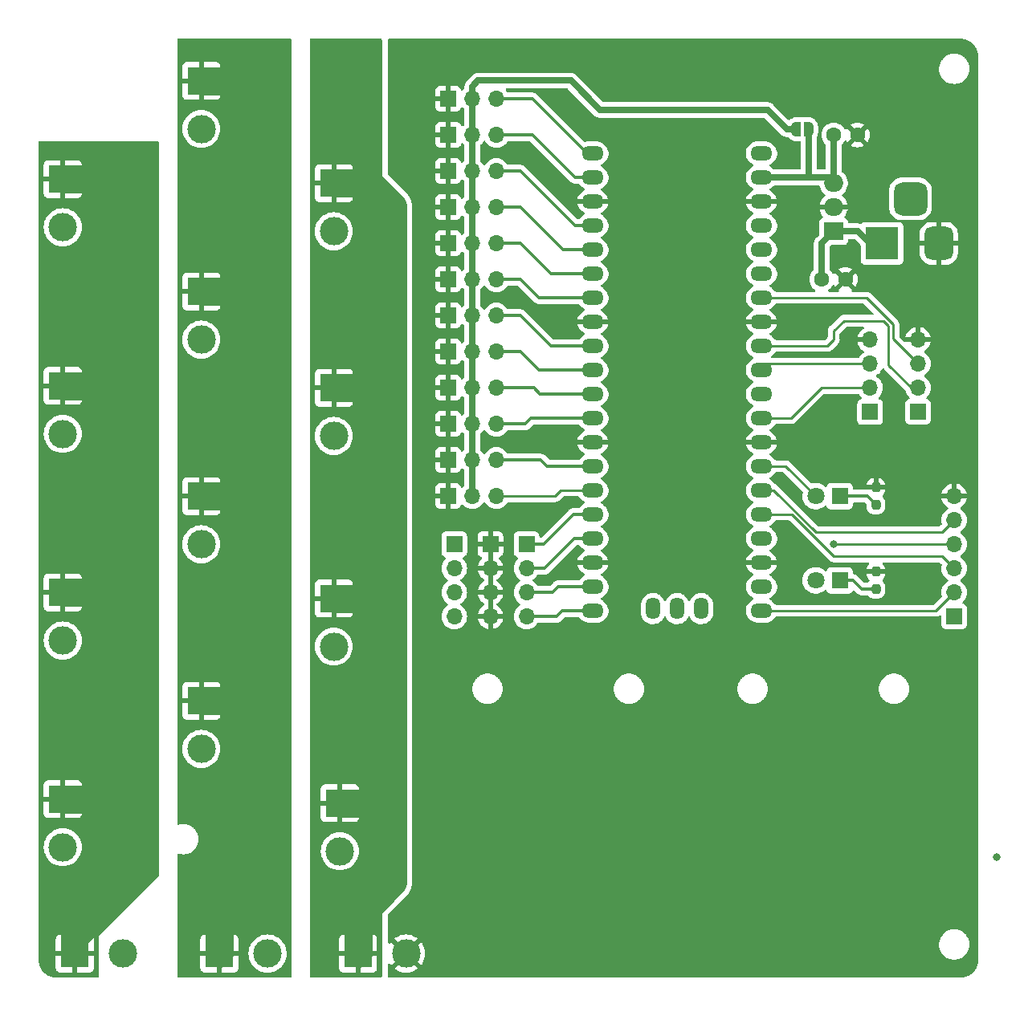
<source format=gbr>
%TF.GenerationSoftware,KiCad,Pcbnew,7.0.6*%
%TF.CreationDate,2023-07-18T10:57:58+02:00*%
%TF.ProjectId,PCB,5043422e-6b69-4636-9164-5f7063625858,rev?*%
%TF.SameCoordinates,Original*%
%TF.FileFunction,Copper,L1,Top*%
%TF.FilePolarity,Positive*%
%FSLAX46Y46*%
G04 Gerber Fmt 4.6, Leading zero omitted, Abs format (unit mm)*
G04 Created by KiCad (PCBNEW 7.0.6) date 2023-07-18 10:57:58*
%MOMM*%
%LPD*%
G01*
G04 APERTURE LIST*
G04 Aperture macros list*
%AMRoundRect*
0 Rectangle with rounded corners*
0 $1 Rounding radius*
0 $2 $3 $4 $5 $6 $7 $8 $9 X,Y pos of 4 corners*
0 Add a 4 corners polygon primitive as box body*
4,1,4,$2,$3,$4,$5,$6,$7,$8,$9,$2,$3,0*
0 Add four circle primitives for the rounded corners*
1,1,$1+$1,$2,$3*
1,1,$1+$1,$4,$5*
1,1,$1+$1,$6,$7*
1,1,$1+$1,$8,$9*
0 Add four rect primitives between the rounded corners*
20,1,$1+$1,$2,$3,$4,$5,0*
20,1,$1+$1,$4,$5,$6,$7,0*
20,1,$1+$1,$6,$7,$8,$9,0*
20,1,$1+$1,$8,$9,$2,$3,0*%
%AMFreePoly0*
4,1,19,0.500000,-0.750000,0.000000,-0.750000,0.000000,-0.744911,-0.071157,-0.744911,-0.207708,-0.704816,-0.327430,-0.627875,-0.420627,-0.520320,-0.479746,-0.390866,-0.500000,-0.250000,-0.500000,0.250000,-0.479746,0.390866,-0.420627,0.520320,-0.327430,0.627875,-0.207708,0.704816,-0.071157,0.744911,0.000000,0.744911,0.000000,0.750000,0.500000,0.750000,0.500000,-0.750000,0.500000,-0.750000,
$1*%
%AMFreePoly1*
4,1,19,0.000000,0.744911,0.071157,0.744911,0.207708,0.704816,0.327430,0.627875,0.420627,0.520320,0.479746,0.390866,0.500000,0.250000,0.500000,-0.250000,0.479746,-0.390866,0.420627,-0.520320,0.327430,-0.627875,0.207708,-0.704816,0.071157,-0.744911,0.000000,-0.744911,0.000000,-0.750000,-0.500000,-0.750000,-0.500000,0.750000,0.000000,0.750000,0.000000,0.744911,0.000000,0.744911,
$1*%
G04 Aperture macros list end*
%TA.AperFunction,ComponentPad*%
%ADD10R,3.000000X3.000000*%
%TD*%
%TA.AperFunction,ComponentPad*%
%ADD11C,3.000000*%
%TD*%
%TA.AperFunction,ComponentPad*%
%ADD12C,1.600000*%
%TD*%
%TA.AperFunction,ComponentPad*%
%ADD13R,1.700000X1.700000*%
%TD*%
%TA.AperFunction,ComponentPad*%
%ADD14O,1.700000X1.700000*%
%TD*%
%TA.AperFunction,SMDPad,CuDef*%
%ADD15RoundRect,0.237500X0.237500X-0.250000X0.237500X0.250000X-0.237500X0.250000X-0.237500X-0.250000X0*%
%TD*%
%TA.AperFunction,SMDPad,CuDef*%
%ADD16FreePoly0,0.000000*%
%TD*%
%TA.AperFunction,SMDPad,CuDef*%
%ADD17FreePoly1,0.000000*%
%TD*%
%TA.AperFunction,ComponentPad*%
%ADD18R,1.800000X1.800000*%
%TD*%
%TA.AperFunction,ComponentPad*%
%ADD19C,1.800000*%
%TD*%
%TA.AperFunction,ComponentPad*%
%ADD20R,3.500000X3.500000*%
%TD*%
%TA.AperFunction,ComponentPad*%
%ADD21RoundRect,0.750000X0.750000X1.000000X-0.750000X1.000000X-0.750000X-1.000000X0.750000X-1.000000X0*%
%TD*%
%TA.AperFunction,ComponentPad*%
%ADD22RoundRect,0.875000X0.875000X0.875000X-0.875000X0.875000X-0.875000X-0.875000X0.875000X-0.875000X0*%
%TD*%
%TA.AperFunction,ComponentPad*%
%ADD23R,2.000000X1.905000*%
%TD*%
%TA.AperFunction,ComponentPad*%
%ADD24O,2.000000X1.905000*%
%TD*%
%TA.AperFunction,ComponentPad*%
%ADD25O,2.300000X1.524000*%
%TD*%
%TA.AperFunction,ComponentPad*%
%ADD26O,1.524000X2.300000*%
%TD*%
%TA.AperFunction,ViaPad*%
%ADD27C,0.800000*%
%TD*%
%TA.AperFunction,Conductor*%
%ADD28C,0.304800*%
%TD*%
%TA.AperFunction,Conductor*%
%ADD29C,0.635000*%
%TD*%
%TA.AperFunction,Conductor*%
%ADD30C,0.250000*%
%TD*%
%TA.AperFunction,Conductor*%
%ADD31C,3.000000*%
%TD*%
%TA.AperFunction,Conductor*%
%ADD32C,2.032000*%
%TD*%
G04 APERTURE END LIST*
D10*
%TO.P,P11,1,Pin_1*%
%TO.N,Net-(P10-Pin_1)*%
X109855000Y-73660000D03*
D11*
%TO.P,P11,2,Pin_2*%
%TO.N,GND*%
X109855000Y-78740000D03*
%TD*%
D12*
%TO.P,C1,1*%
%TO.N,+12V*%
X161290000Y-62230000D03*
%TO.P,C1,2*%
%TO.N,GND*%
X163790000Y-62230000D03*
%TD*%
D13*
%TO.P,LC2,1,Pin_1*%
%TO.N,+3V3*%
X171450000Y-76200000D03*
D14*
%TO.P,LC2,2,Pin_2*%
%TO.N,HX711_2_DT*%
X171450000Y-73660000D03*
%TO.P,LC2,3,Pin_3*%
%TO.N,HX711_2_SCK*%
X171450000Y-71120000D03*
%TO.P,LC2,4,Pin_4*%
%TO.N,GND*%
X171450000Y-68580000D03*
%TD*%
D15*
%TO.P,R1,1*%
%TO.N,Net-(D1-K)*%
X167005000Y-94892500D03*
%TO.P,R1,2*%
%TO.N,GND*%
X167005000Y-93067500D03*
%TD*%
D16*
%TO.P,JP1,1,A*%
%TO.N,Net-(E1-Pin_2)*%
X158614280Y-46380818D03*
D17*
%TO.P,JP1,2,B*%
%TO.N,+5V*%
X159914280Y-46380818D03*
%TD*%
D10*
%TO.P,P6,1,Pin_1*%
%TO.N,Net-(P5-Pin_1)*%
X95885000Y-85090000D03*
D11*
%TO.P,P6,2,Pin_2*%
%TO.N,GND*%
X95885000Y-90170000D03*
%TD*%
D10*
%TO.P,P5,1,Pin_1*%
%TO.N,Net-(P5-Pin_1)*%
X95885000Y-106680000D03*
D11*
%TO.P,P5,2,Pin_2*%
%TO.N,GND*%
X95885000Y-111760000D03*
%TD*%
D13*
%TO.P,E7,1,Pin_1*%
%TO.N,GND*%
X121920000Y-66040000D03*
D14*
%TO.P,E7,2,Pin_2*%
%TO.N,Net-(E1-Pin_2)*%
X124460000Y-66040000D03*
%TO.P,E7,3,Pin_3*%
%TO.N,S7*%
X127000000Y-66040000D03*
%TD*%
D10*
%TO.P,P12,1,Pin_1*%
%TO.N,Net-(P10-Pin_1)*%
X109855000Y-52070000D03*
D11*
%TO.P,P12,2,Pin_2*%
%TO.N,GND*%
X109855000Y-57150000D03*
%TD*%
D10*
%TO.P,P_IN1,1,Pin_1*%
%TO.N,Net-(P1-Pin_1)*%
X82550000Y-133350000D03*
D11*
%TO.P,P_IN1,2,Pin_2*%
%TO.N,GND*%
X87630000Y-133350000D03*
%TD*%
D13*
%TO.P,3V3,1,Pin_1*%
%TO.N,+3V3*%
X122555000Y-90170000D03*
D14*
%TO.P,3V3,2,Pin_2*%
X122555000Y-92710000D03*
%TO.P,3V3,3,Pin_3*%
X122555000Y-95250000D03*
%TO.P,3V3,4,Pin_4*%
X122555000Y-97790000D03*
%TD*%
D18*
%TO.P,D1,1,K*%
%TO.N,Net-(D1-K)*%
X163195000Y-93980000D03*
D19*
%TO.P,D1,2,A*%
%TO.N,+3V3*%
X160655000Y-93980000D03*
%TD*%
D13*
%TO.P,PINS1,1,Pin_1*%
%TO.N,PIN12*%
X130175000Y-90170000D03*
D14*
%TO.P,PINS1,2,Pin_2*%
%TO.N,PIN13*%
X130175000Y-92710000D03*
%TO.P,PINS1,3,Pin_3*%
%TO.N,PIN14*%
X130175000Y-95250000D03*
%TO.P,PINS1,4,Pin_4*%
%TO.N,PIN15*%
X130175000Y-97790000D03*
%TD*%
D10*
%TO.P,P9,1,Pin_1*%
%TO.N,Net-(P10-Pin_1)*%
X110490000Y-117475000D03*
D11*
%TO.P,P9,2,Pin_2*%
%TO.N,GND*%
X110490000Y-122555000D03*
%TD*%
D13*
%TO.P,E1,1,Pin_1*%
%TO.N,GND*%
X121920000Y-43180000D03*
D14*
%TO.P,E1,2,Pin_2*%
%TO.N,Net-(E1-Pin_2)*%
X124460000Y-43180000D03*
%TO.P,E1,3,Pin_3*%
%TO.N,S1*%
X127000000Y-43180000D03*
%TD*%
D10*
%TO.P,P7,1,Pin_1*%
%TO.N,Net-(P5-Pin_1)*%
X95885000Y-63500000D03*
D11*
%TO.P,P7,2,Pin_2*%
%TO.N,GND*%
X95885000Y-68580000D03*
%TD*%
D12*
%TO.P,C2,1*%
%TO.N,+5V*%
X162560000Y-46990000D03*
%TO.P,C2,2*%
%TO.N,GND*%
X165060000Y-46990000D03*
%TD*%
D13*
%TO.P,J1,1,Pin_1*%
%TO.N,+3V3*%
X175260000Y-97790000D03*
D14*
%TO.P,J1,2,Pin_2*%
%TO.N,MISO*%
X175260000Y-95250000D03*
%TO.P,J1,3,Pin_3*%
%TO.N,MOSI*%
X175260000Y-92710000D03*
%TO.P,J1,4,Pin_4*%
%TO.N,SCK*%
X175260000Y-90170000D03*
%TO.P,J1,5,Pin_5*%
%TO.N,CE*%
X175260000Y-87630000D03*
%TO.P,J1,6,Pin_6*%
%TO.N,GND*%
X175260000Y-85090000D03*
%TD*%
D10*
%TO.P,P1,1,Pin_1*%
%TO.N,Net-(P1-Pin_1)*%
X81280000Y-117051668D03*
D11*
%TO.P,P1,2,Pin_2*%
%TO.N,GND*%
X81280000Y-122131668D03*
%TD*%
D13*
%TO.P,E3,1,Pin_1*%
%TO.N,GND*%
X121920000Y-50800000D03*
D14*
%TO.P,E3,2,Pin_2*%
%TO.N,Net-(E1-Pin_2)*%
X124460000Y-50800000D03*
%TO.P,E3,3,Pin_3*%
%TO.N,S3*%
X127000000Y-50800000D03*
%TD*%
D13*
%TO.P,E8,1,Pin_1*%
%TO.N,GND*%
X121920000Y-69850000D03*
D14*
%TO.P,E8,2,Pin_2*%
%TO.N,Net-(E1-Pin_2)*%
X124460000Y-69850000D03*
%TO.P,E8,3,Pin_3*%
%TO.N,S8*%
X127000000Y-69850000D03*
%TD*%
D10*
%TO.P,P3,1,Pin_1*%
%TO.N,Net-(P1-Pin_1)*%
X81280000Y-73448334D03*
D11*
%TO.P,P3,2,Pin_2*%
%TO.N,GND*%
X81280000Y-78528334D03*
%TD*%
D18*
%TO.P,D2,1,K*%
%TO.N,Net-(D2-K)*%
X163195000Y-85090000D03*
D19*
%TO.P,D2,2,A*%
%TO.N,LED*%
X160655000Y-85090000D03*
%TD*%
D13*
%TO.P,E10,1,Pin_1*%
%TO.N,GND*%
X121920000Y-77470000D03*
D14*
%TO.P,E10,2,Pin_2*%
%TO.N,Net-(E1-Pin_2)*%
X124460000Y-77470000D03*
%TO.P,E10,3,Pin_3*%
%TO.N,S10*%
X127000000Y-77470000D03*
%TD*%
D10*
%TO.P,P_IN3,1,Pin_1*%
%TO.N,Net-(P10-Pin_1)*%
X112395000Y-133350000D03*
D11*
%TO.P,P_IN3,2,Pin_2*%
%TO.N,GND*%
X117475000Y-133350000D03*
%TD*%
D13*
%TO.P,GND1,1,Pin_1*%
%TO.N,GND*%
X126365000Y-90170000D03*
D14*
%TO.P,GND1,2,Pin_2*%
X126365000Y-92710000D03*
%TO.P,GND1,3,Pin_3*%
X126365000Y-95250000D03*
%TO.P,GND1,4,Pin_4*%
X126365000Y-97790000D03*
%TD*%
D13*
%TO.P,E11,1,Pin_1*%
%TO.N,GND*%
X121920000Y-81280000D03*
D14*
%TO.P,E11,2,Pin_2*%
%TO.N,Net-(E1-Pin_2)*%
X124460000Y-81280000D03*
%TO.P,E11,3,Pin_3*%
%TO.N,S11*%
X127000000Y-81280000D03*
%TD*%
D15*
%TO.P,R2,1*%
%TO.N,Net-(D2-K)*%
X167005000Y-86002500D03*
%TO.P,R2,2*%
%TO.N,GND*%
X167005000Y-84177500D03*
%TD*%
D20*
%TO.P,J18,1*%
%TO.N,+12V*%
X167640000Y-58420000D03*
D21*
%TO.P,J18,2*%
%TO.N,GND*%
X173640000Y-58420000D03*
D22*
%TO.P,J18,3*%
%TO.N,unconnected-(J18-Pad3)*%
X170640000Y-53720000D03*
%TD*%
D13*
%TO.P,E2,1,Pin_1*%
%TO.N,GND*%
X121935000Y-46965000D03*
D14*
%TO.P,E2,2,Pin_2*%
%TO.N,Net-(E1-Pin_2)*%
X124475000Y-46965000D03*
%TO.P,E2,3,Pin_3*%
%TO.N,S2*%
X127015000Y-46965000D03*
%TD*%
D23*
%TO.P,U2,1,IN*%
%TO.N,+12V*%
X162560000Y-57150000D03*
D24*
%TO.P,U2,2,GND*%
%TO.N,GND*%
X162560000Y-54610000D03*
%TO.P,U2,3,OUT*%
%TO.N,+5V*%
X162560000Y-52070000D03*
%TD*%
D10*
%TO.P,P_IN2,1,Pin_1*%
%TO.N,Net-(P5-Pin_1)*%
X97790000Y-133350000D03*
D11*
%TO.P,P_IN2,2,Pin_2*%
%TO.N,GND*%
X102870000Y-133350000D03*
%TD*%
D13*
%TO.P,E4,1,Pin_1*%
%TO.N,GND*%
X121920000Y-54610000D03*
D14*
%TO.P,E4,2,Pin_2*%
%TO.N,Net-(E1-Pin_2)*%
X124460000Y-54610000D03*
%TO.P,E4,3,Pin_3*%
%TO.N,S4*%
X127000000Y-54610000D03*
%TD*%
D13*
%TO.P,E6,1,Pin_1*%
%TO.N,GND*%
X121920000Y-62230000D03*
D14*
%TO.P,E6,2,Pin_2*%
%TO.N,Net-(E1-Pin_2)*%
X124460000Y-62230000D03*
%TO.P,E6,3,Pin_3*%
%TO.N,S6*%
X127000000Y-62230000D03*
%TD*%
D10*
%TO.P,P4,1,Pin_1*%
%TO.N,Net-(P1-Pin_1)*%
X81280000Y-51646668D03*
D11*
%TO.P,P4,2,Pin_2*%
%TO.N,GND*%
X81280000Y-56726668D03*
%TD*%
%TO.P,P8,2,Pin_2*%
%TO.N,GND*%
X95885000Y-46355000D03*
D10*
%TO.P,P8,1,Pin_1*%
%TO.N,Net-(P5-Pin_1)*%
X95885000Y-41275000D03*
%TD*%
D13*
%TO.P,E5,1,Pin_1*%
%TO.N,GND*%
X121920000Y-58420000D03*
D14*
%TO.P,E5,2,Pin_2*%
%TO.N,Net-(E1-Pin_2)*%
X124460000Y-58420000D03*
%TO.P,E5,3,Pin_3*%
%TO.N,S5*%
X127000000Y-58420000D03*
%TD*%
D13*
%TO.P,E9,1,Pin_1*%
%TO.N,GND*%
X121920000Y-73660000D03*
D14*
%TO.P,E9,2,Pin_2*%
%TO.N,Net-(E1-Pin_2)*%
X124460000Y-73660000D03*
%TO.P,E9,3,Pin_3*%
%TO.N,S9*%
X127000000Y-73660000D03*
%TD*%
D10*
%TO.P,P10,1,Pin_1*%
%TO.N,Net-(P10-Pin_1)*%
X109855000Y-95885000D03*
D11*
%TO.P,P10,2,Pin_2*%
%TO.N,GND*%
X109855000Y-100965000D03*
%TD*%
D13*
%TO.P,LC1,1,Pin_1*%
%TO.N,+3V3*%
X166395000Y-76225000D03*
D14*
%TO.P,LC1,2,Pin_2*%
%TO.N,HX711_1_DT*%
X166395000Y-73685000D03*
%TO.P,LC1,3,Pin_3*%
%TO.N,HX711_1_SCK*%
X166395000Y-71145000D03*
%TO.P,LC1,4,Pin_4*%
%TO.N,GND*%
X166395000Y-68605000D03*
%TD*%
D10*
%TO.P,P2,1,Pin_1*%
%TO.N,Net-(P1-Pin_1)*%
X81280000Y-95250000D03*
D11*
%TO.P,P2,2,Pin_2*%
%TO.N,GND*%
X81280000Y-100330000D03*
%TD*%
D14*
%TO.P,E12,3,Pin_3*%
%TO.N,S12*%
X127000000Y-85090000D03*
%TO.P,E12,2,Pin_2*%
%TO.N,Net-(E1-Pin_2)*%
X124460000Y-85090000D03*
D13*
%TO.P,E12,1,Pin_1*%
%TO.N,GND*%
X121920000Y-85090000D03*
%TD*%
D25*
%TO.P,U1,1,GP0*%
%TO.N,S1*%
X137160000Y-48925000D03*
%TO.P,U1,2,GP1*%
%TO.N,S2*%
X137160000Y-51465000D03*
%TO.P,U1,3,GND*%
%TO.N,GND*%
X137160000Y-54005000D03*
%TO.P,U1,4,GP2*%
%TO.N,S3*%
X137160000Y-56545000D03*
%TO.P,U1,5,GP3*%
%TO.N,S4*%
X137160000Y-59085000D03*
%TO.P,U1,6,GP4*%
%TO.N,S5*%
X137160000Y-61625000D03*
%TO.P,U1,7,GP5*%
%TO.N,S6*%
X137160000Y-64165000D03*
%TO.P,U1,8,GND*%
%TO.N,GND*%
X137160000Y-66705000D03*
%TO.P,U1,9,GP6*%
%TO.N,S7*%
X137160000Y-69245000D03*
%TO.P,U1,10,GP7*%
%TO.N,S8*%
X137160000Y-71785000D03*
%TO.P,U1,11,GP8*%
%TO.N,S9*%
X137160000Y-74325000D03*
%TO.P,U1,12,GP9*%
%TO.N,S10*%
X137160000Y-76865000D03*
%TO.P,U1,13,GND*%
%TO.N,GND*%
X137160000Y-79405000D03*
%TO.P,U1,14,GP10*%
%TO.N,S11*%
X137160000Y-81945000D03*
%TO.P,U1,15,GP11*%
%TO.N,S12*%
X137160000Y-84485000D03*
%TO.P,U1,16,GP12*%
%TO.N,PIN12*%
X137160000Y-87025000D03*
%TO.P,U1,17,GP13*%
%TO.N,PIN13*%
X137160000Y-89565000D03*
%TO.P,U1,18,GND*%
%TO.N,GND*%
X137160000Y-92105000D03*
%TO.P,U1,19,GP14*%
%TO.N,PIN14*%
X137160000Y-94645000D03*
%TO.P,U1,20,GP15*%
%TO.N,PIN15*%
X137160000Y-97185000D03*
%TO.P,U1,21,GP16*%
%TO.N,MISO*%
X154940000Y-97185000D03*
%TO.P,U1,22,GP17*%
%TO.N,CNS*%
X154940000Y-94645000D03*
%TO.P,U1,23,GND*%
%TO.N,GND*%
X154940000Y-92105000D03*
%TO.P,U1,24,GP18*%
%TO.N,SCK*%
X154940000Y-89565000D03*
%TO.P,U1,25,GP19*%
%TO.N,MOSI*%
X154940000Y-87025000D03*
%TO.P,U1,26,GP20*%
%TO.N,CE*%
X154940000Y-84485000D03*
%TO.P,U1,27,GP21*%
%TO.N,LED*%
X154940000Y-81945000D03*
%TO.P,U1,28,GND*%
%TO.N,GND*%
X154940000Y-79405000D03*
%TO.P,U1,29,GP22*%
%TO.N,HX711_1_DT*%
X154940000Y-76865000D03*
%TO.P,U1,30,RUN*%
%TO.N,unconnected-(U1-RUN-Pad30)*%
X154940000Y-74325000D03*
%TO.P,U1,31,GP26*%
%TO.N,HX711_1_SCK*%
X154940000Y-71785000D03*
%TO.P,U1,32,GP27*%
%TO.N,HX711_2_DT*%
X154940000Y-69245000D03*
%TO.P,U1,33,GND*%
%TO.N,GND*%
X154940000Y-66705000D03*
%TO.P,U1,34,GP28*%
%TO.N,HX711_2_SCK*%
X154940000Y-64165000D03*
%TO.P,U1,35,ADC_VREF*%
%TO.N,unconnected-(U1-ADC_VREF-Pad35)*%
X154940000Y-61625000D03*
%TO.P,U1,36,3V3(OUT)*%
%TO.N,+3V3*%
X154940000Y-59085000D03*
%TO.P,U1,37,3V3_EN*%
%TO.N,unconnected-(U1-3V3_EN-Pad37)*%
X154940000Y-56545000D03*
%TO.P,U1,38,GND*%
%TO.N,GND*%
X154940000Y-54005000D03*
%TO.P,U1,39,VSYS*%
%TO.N,+5V*%
X154940000Y-51465000D03*
%TO.P,U1,40,VBUS*%
%TO.N,unconnected-(U1-VBUS-Pad40)*%
X154940000Y-48925000D03*
D26*
%TO.P,U1,41,SWCLK*%
%TO.N,unconnected-(U1-SWCLK-Pad41)*%
X143510000Y-96955000D03*
%TO.P,U1,42,GND*%
%TO.N,unconnected-(U1-GND-Pad42)*%
X146050000Y-96955000D03*
%TO.P,U1,43,SWDIO*%
%TO.N,unconnected-(U1-SWDIO-Pad43)*%
X148590000Y-96955000D03*
%TD*%
D27*
%TO.N,*%
X179705000Y-123190000D03*
%TO.N,GND*%
X118745000Y-130175000D03*
X117475000Y-130175000D03*
X116205000Y-130175000D03*
X118110000Y-128905000D03*
X116840000Y-128905000D03*
X118110000Y-52070000D03*
X118110000Y-50800000D03*
X116840000Y-50800000D03*
X118110000Y-49530000D03*
X116205000Y-49530000D03*
X118110000Y-48260000D03*
X116205000Y-48260000D03*
X118110000Y-46990000D03*
X116205000Y-46990000D03*
X118110000Y-45720000D03*
X116205000Y-45720000D03*
X118110000Y-44450000D03*
X116205000Y-44450000D03*
X118110000Y-43180000D03*
X116205000Y-43180000D03*
X118110000Y-41910000D03*
X116205000Y-41910000D03*
X118110000Y-40640000D03*
X116205000Y-40640000D03*
X118110000Y-39370000D03*
X116205000Y-39370000D03*
X118110000Y-38100000D03*
X116205000Y-38100000D03*
%TO.N,SCK*%
X162560000Y-90170000D03*
%TD*%
D28*
%TO.N,PIN15*%
X133955000Y-97185000D02*
X137160000Y-97185000D01*
X133350000Y-97790000D02*
X133955000Y-97185000D01*
X130175000Y-97790000D02*
X133350000Y-97790000D01*
%TO.N,PIN14*%
X132882471Y-95250000D02*
X133487471Y-94645000D01*
X130175000Y-95250000D02*
X132882471Y-95250000D01*
%TO.N,PIN13*%
X135232675Y-89565000D02*
X137160000Y-89565000D01*
X132087675Y-92710000D02*
X135232675Y-89565000D01*
X130175000Y-92710000D02*
X132087675Y-92710000D01*
%TO.N,PIN12*%
X131952301Y-90170000D02*
X135097301Y-87025000D01*
X130175000Y-90170000D02*
X131952301Y-90170000D01*
X135097301Y-87025000D02*
X137160000Y-87025000D01*
%TO.N,PIN14*%
X133487471Y-94645000D02*
X137160000Y-94645000D01*
D29*
%TO.N,+12V*%
X162560000Y-57150000D02*
X165100000Y-57150000D01*
X165100000Y-57150000D02*
X166370000Y-58420000D01*
X166370000Y-58420000D02*
X167640000Y-58420000D01*
X162560000Y-57150000D02*
X161290000Y-58420000D01*
X161290000Y-58420000D02*
X161290000Y-62230000D01*
%TO.N,+5V*%
X159914280Y-46380818D02*
X159914280Y-51359280D01*
X159914280Y-51359280D02*
X160020000Y-51465000D01*
X160020000Y-51465000D02*
X154940000Y-51465000D01*
X162041178Y-51465000D02*
X160020000Y-51465000D01*
X162560000Y-46990000D02*
X162560000Y-52070000D01*
X162560000Y-51983822D02*
X162041178Y-51465000D01*
X162560000Y-52070000D02*
X162560000Y-51983822D01*
D28*
%TO.N,Net-(D1-K)*%
X164590605Y-93980000D02*
X163195000Y-93980000D01*
X167005000Y-94892500D02*
X165503105Y-94892500D01*
X165503105Y-94892500D02*
X164590605Y-93980000D01*
%TO.N,Net-(D2-K)*%
X166092500Y-85090000D02*
X163195000Y-85090000D01*
X167005000Y-86002500D02*
X166092500Y-85090000D01*
D30*
%TO.N,LED*%
X157510000Y-81945000D02*
X160655000Y-85090000D01*
X154940000Y-81945000D02*
X157510000Y-81945000D01*
%TO.N,MISO*%
X173325000Y-97185000D02*
X154940000Y-97185000D01*
X175260000Y-95250000D02*
X173325000Y-97185000D01*
%TO.N,MOSI*%
X175260000Y-92710000D02*
X173990000Y-91440000D01*
X158145000Y-87025000D02*
X154940000Y-87025000D01*
X162560000Y-91440000D02*
X158145000Y-87025000D01*
X173990000Y-91440000D02*
X162560000Y-91440000D01*
%TO.N,SCK*%
X175260000Y-90170000D02*
X162560000Y-90170000D01*
%TO.N,CE*%
X160655000Y-88900000D02*
X156240000Y-84485000D01*
X156240000Y-84485000D02*
X154940000Y-84485000D01*
X173990000Y-88900000D02*
X160655000Y-88900000D01*
X175260000Y-87630000D02*
X173990000Y-88900000D01*
D28*
%TO.N,S1*%
X136555000Y-48925000D02*
X137160000Y-48925000D01*
X130810000Y-43180000D02*
X136555000Y-48925000D01*
X127000000Y-43180000D02*
X130810000Y-43180000D01*
%TO.N,S2*%
X127015000Y-46965000D02*
X130785000Y-46965000D01*
X130785000Y-46965000D02*
X135285000Y-51465000D01*
X135285000Y-51465000D02*
X137160000Y-51465000D01*
%TO.N,S3*%
X135285000Y-56545000D02*
X137160000Y-56545000D01*
X129540000Y-50800000D02*
X135285000Y-56545000D01*
X127000000Y-50800000D02*
X129540000Y-50800000D01*
%TO.N,S4*%
X129540000Y-54610000D02*
X134015000Y-59085000D01*
X127000000Y-54610000D02*
X129540000Y-54610000D01*
X134015000Y-59085000D02*
X137160000Y-59085000D01*
%TO.N,S5*%
X127000000Y-58420000D02*
X129540000Y-58420000D01*
X132745000Y-61625000D02*
X137160000Y-61625000D01*
X129540000Y-58420000D02*
X132745000Y-61625000D01*
%TO.N,S6*%
X129540000Y-62230000D02*
X131475000Y-64165000D01*
X131475000Y-64165000D02*
X137160000Y-64165000D01*
X127000000Y-62230000D02*
X129540000Y-62230000D01*
%TO.N,S7*%
X129540000Y-66040000D02*
X132745000Y-69245000D01*
X132745000Y-69245000D02*
X137160000Y-69245000D01*
X127000000Y-66040000D02*
X129540000Y-66040000D01*
%TO.N,S8*%
X129540000Y-69850000D02*
X131475000Y-71785000D01*
X131475000Y-71785000D02*
X137160000Y-71785000D01*
X127000000Y-69850000D02*
X129540000Y-69850000D01*
%TO.N,S9*%
X127000000Y-73660000D02*
X130941187Y-73660000D01*
X131606187Y-74325000D02*
X137160000Y-74325000D01*
X130941187Y-73660000D02*
X131606187Y-74325000D01*
%TO.N,S10*%
X130059862Y-77470000D02*
X130664862Y-76865000D01*
X127000000Y-77470000D02*
X130059862Y-77470000D01*
D30*
X137103832Y-76808832D02*
X137160000Y-76865000D01*
D28*
X130664862Y-76865000D02*
X137160000Y-76865000D01*
%TO.N,S11*%
X131684346Y-81280000D02*
X132349346Y-81945000D01*
X132349346Y-81945000D02*
X137160000Y-81945000D01*
D30*
X137124407Y-81980593D02*
X137160000Y-81945000D01*
D28*
X127000000Y-81280000D02*
X131684346Y-81280000D01*
D30*
%TO.N,S12*%
X133784037Y-84485000D02*
X137160000Y-84485000D01*
X133179037Y-85090000D02*
X133784037Y-84485000D01*
X127000000Y-85090000D02*
X127481135Y-84608865D01*
X127000000Y-85090000D02*
X133179037Y-85090000D01*
X137036135Y-84608865D02*
X137160000Y-84485000D01*
%TO.N,HX711_1_DT*%
X161265000Y-73685000D02*
X158085000Y-76865000D01*
X166395000Y-73685000D02*
X161265000Y-73685000D01*
X158085000Y-76865000D02*
X154940000Y-76865000D01*
%TO.N,HX711_1_SCK*%
X155580000Y-71145000D02*
X154940000Y-71785000D01*
X166395000Y-71145000D02*
X155580000Y-71145000D01*
%TO.N,HX711_2_DT*%
X162560000Y-67654714D02*
X162560000Y-68580000D01*
X168321054Y-71239323D02*
X168321054Y-67132060D01*
X171450000Y-73660000D02*
X170741731Y-73660000D01*
X163619962Y-66594752D02*
X162560000Y-67654714D01*
X167783746Y-66594752D02*
X163619962Y-66594752D01*
X168321054Y-67132060D02*
X167783746Y-66594752D01*
X161895000Y-69245000D02*
X154940000Y-69245000D01*
X170741731Y-73660000D02*
X168321054Y-71239323D01*
X162560000Y-68580000D02*
X161895000Y-69245000D01*
%TO.N,HX711_2_SCK*%
X168836032Y-66987614D02*
X166013418Y-64165000D01*
X166013418Y-64165000D02*
X154940000Y-64165000D01*
X168836032Y-68506032D02*
X168836032Y-66987614D01*
X171450000Y-71120000D02*
X168836032Y-68506032D01*
D29*
%TO.N,Net-(E1-Pin_2)*%
X124460000Y-58420000D02*
X124460000Y-54610000D01*
X157606999Y-46380818D02*
X158614280Y-46380818D01*
X124460000Y-85090000D02*
X124460000Y-81280000D01*
X124460000Y-54610000D02*
X124460000Y-50800000D01*
X124460000Y-50800000D02*
X124460000Y-46980000D01*
X124460000Y-46980000D02*
X124475000Y-46965000D01*
X124460000Y-62230000D02*
X124460000Y-58420000D01*
X124460000Y-43180000D02*
X124460000Y-41886971D01*
X124460000Y-73660000D02*
X124460000Y-69850000D01*
X125084532Y-41262439D02*
X134825153Y-41262439D01*
X124460000Y-41886971D02*
X125084532Y-41262439D01*
X155578488Y-44352307D02*
X157606999Y-46380818D01*
X124460000Y-69850000D02*
X124460000Y-66040000D01*
X124460000Y-81280000D02*
X124460000Y-77470000D01*
X124460000Y-77470000D02*
X124460000Y-73660000D01*
X124460000Y-46950000D02*
X124475000Y-46965000D01*
X134825153Y-41262439D02*
X137915021Y-44352307D01*
X124460000Y-43180000D02*
X124460000Y-46950000D01*
X124460000Y-66040000D02*
X124460000Y-62230000D01*
X137915021Y-44352307D02*
X155578488Y-44352307D01*
D31*
%TO.N,Net-(P1-Pin_1)*%
X85930313Y-95250000D02*
X87200313Y-96520000D01*
X87200313Y-74295000D02*
X87200313Y-53882784D01*
X87200313Y-96520000D02*
X87200313Y-74295000D01*
X87200313Y-126948682D02*
X87200313Y-118110000D01*
X81280000Y-117051668D02*
X86141981Y-117051668D01*
X82550000Y-131598995D02*
X87200313Y-126948682D01*
X84964197Y-51646668D02*
X81280000Y-51646668D01*
X81280000Y-95250000D02*
X85930313Y-95250000D01*
D32*
X82550000Y-133350000D02*
X82550000Y-131598995D01*
X86141981Y-117051668D02*
X87200313Y-118110000D01*
D31*
X86353647Y-73448334D02*
X87200313Y-74295000D01*
X87200313Y-118110000D02*
X87200313Y-96520000D01*
X81280000Y-73448334D02*
X86353647Y-73448334D01*
X87200313Y-53882784D02*
X84964197Y-51646668D01*
%TO.N,Net-(P5-Pin_1)*%
X102235000Y-106680000D02*
X102235000Y-85090000D01*
X102235000Y-123825000D02*
X102235000Y-106680000D01*
X95885000Y-106680000D02*
X102235000Y-106680000D01*
X97790000Y-128270000D02*
X102235000Y-123825000D01*
X102235000Y-85090000D02*
X102235000Y-63500000D01*
X102235000Y-63500000D02*
X102235000Y-43815000D01*
X97790000Y-133350000D02*
X97790000Y-128270000D01*
X95885000Y-63500000D02*
X102235000Y-63500000D01*
X99695000Y-41275000D02*
X95885000Y-41275000D01*
X95885000Y-85090000D02*
X102235000Y-85090000D01*
X102235000Y-43815000D02*
X99695000Y-41275000D01*
%TO.N,Net-(P10-Pin_1)*%
X112395000Y-129537000D02*
X116098356Y-125833644D01*
X109855000Y-73660000D02*
X116098356Y-73660000D01*
X116098356Y-125833644D02*
X116098356Y-117475000D01*
X109855000Y-95885000D02*
X116098356Y-95885000D01*
X113635134Y-52070000D02*
X109855000Y-52070000D01*
X116098356Y-54533222D02*
X113635134Y-52070000D01*
X116098356Y-73660000D02*
X116098356Y-54533222D01*
X116098356Y-117475000D02*
X116098356Y-95885000D01*
X112395000Y-133350000D02*
X112395000Y-129537000D01*
X116098356Y-95885000D02*
X116098356Y-73660000D01*
X110490000Y-117475000D02*
X116098356Y-117475000D01*
%TD*%
%TA.AperFunction,Conductor*%
%TO.N,GND*%
G36*
X157901587Y-87670185D02*
G01*
X157922228Y-87686818D01*
X160074611Y-89839202D01*
X162059197Y-91823788D01*
X162069022Y-91836051D01*
X162069243Y-91835869D01*
X162074214Y-91841878D01*
X162088187Y-91854999D01*
X162124635Y-91889226D01*
X162145529Y-91910120D01*
X162151011Y-91914373D01*
X162155443Y-91918157D01*
X162189418Y-91950062D01*
X162206976Y-91959714D01*
X162223233Y-91970393D01*
X162239064Y-91982673D01*
X162258737Y-91991186D01*
X162281833Y-92001182D01*
X162287077Y-92003750D01*
X162327908Y-92026197D01*
X162340523Y-92029435D01*
X162347305Y-92031177D01*
X162365719Y-92037481D01*
X162384104Y-92045438D01*
X162430157Y-92052732D01*
X162435826Y-92053906D01*
X162480981Y-92065500D01*
X162501016Y-92065500D01*
X162520413Y-92067026D01*
X162540196Y-92070160D01*
X162586583Y-92065775D01*
X162592422Y-92065500D01*
X166177155Y-92065500D01*
X166244194Y-92085185D01*
X166289949Y-92137989D01*
X166299893Y-92207147D01*
X166270868Y-92270703D01*
X166264836Y-92277181D01*
X166185055Y-92356961D01*
X166185052Y-92356965D01*
X166094551Y-92503688D01*
X166094546Y-92503699D01*
X166040319Y-92667347D01*
X166030000Y-92768345D01*
X166030000Y-92817500D01*
X167979999Y-92817500D01*
X167979999Y-92768360D01*
X167979998Y-92768345D01*
X167969680Y-92667347D01*
X167915453Y-92503699D01*
X167915448Y-92503688D01*
X167824947Y-92356965D01*
X167824944Y-92356961D01*
X167745164Y-92277181D01*
X167711679Y-92215858D01*
X167716663Y-92146166D01*
X167758535Y-92090233D01*
X167823999Y-92065816D01*
X167832845Y-92065500D01*
X173679548Y-92065500D01*
X173746587Y-92085185D01*
X173767229Y-92101819D01*
X173919762Y-92254352D01*
X173953247Y-92315675D01*
X173951856Y-92374126D01*
X173924938Y-92474586D01*
X173924936Y-92474596D01*
X173904341Y-92709999D01*
X173904341Y-92710000D01*
X173924936Y-92945403D01*
X173924938Y-92945413D01*
X173986094Y-93173655D01*
X173986096Y-93173659D01*
X173986097Y-93173663D01*
X174074340Y-93362900D01*
X174085965Y-93387830D01*
X174085967Y-93387834D01*
X174181102Y-93523700D01*
X174221504Y-93581400D01*
X174221506Y-93581402D01*
X174388597Y-93748493D01*
X174388603Y-93748498D01*
X174574158Y-93878425D01*
X174617783Y-93933002D01*
X174624977Y-94002500D01*
X174593454Y-94064855D01*
X174574158Y-94081575D01*
X174388597Y-94211505D01*
X174221505Y-94378597D01*
X174085965Y-94572169D01*
X174085964Y-94572171D01*
X173986098Y-94786335D01*
X173986094Y-94786344D01*
X173924938Y-95014586D01*
X173924936Y-95014596D01*
X173904341Y-95249999D01*
X173904341Y-95250000D01*
X173924937Y-95485408D01*
X173951855Y-95585873D01*
X173950192Y-95655723D01*
X173919761Y-95705646D01*
X173102228Y-96523181D01*
X173040905Y-96556666D01*
X173014547Y-96559500D01*
X156499180Y-96559500D01*
X156432141Y-96539815D01*
X156389987Y-96494261D01*
X156385908Y-96486681D01*
X156244217Y-96309006D01*
X156073084Y-96159493D01*
X156073082Y-96159491D01*
X156073078Y-96159488D01*
X156009321Y-96121395D01*
X155877998Y-96042932D01*
X155877996Y-96042931D01*
X155877994Y-96042930D01*
X155877992Y-96042929D01*
X155844399Y-96030321D01*
X155788552Y-95988335D01*
X155764270Y-95922821D01*
X155779262Y-95854579D01*
X155828769Y-95805275D01*
X155834101Y-95802543D01*
X155978153Y-95733172D01*
X156162005Y-95599596D01*
X156319052Y-95435338D01*
X156444246Y-95245677D01*
X156533562Y-95036711D01*
X156584131Y-94815154D01*
X156594327Y-94588129D01*
X156563822Y-94362932D01*
X156493596Y-94146800D01*
X156403841Y-93980006D01*
X159249700Y-93980006D01*
X159268864Y-94211297D01*
X159268866Y-94211308D01*
X159325842Y-94436300D01*
X159419075Y-94648848D01*
X159546016Y-94843147D01*
X159546019Y-94843151D01*
X159546021Y-94843153D01*
X159703216Y-95013913D01*
X159703219Y-95013915D01*
X159703222Y-95013918D01*
X159886365Y-95156464D01*
X159886371Y-95156468D01*
X159886374Y-95156470D01*
X160090497Y-95266936D01*
X160180692Y-95297900D01*
X160310015Y-95342297D01*
X160310017Y-95342297D01*
X160310019Y-95342298D01*
X160538951Y-95380500D01*
X160538952Y-95380500D01*
X160771048Y-95380500D01*
X160771049Y-95380500D01*
X160999981Y-95342298D01*
X161219503Y-95266936D01*
X161423626Y-95156470D01*
X161440676Y-95143200D01*
X161566212Y-95045491D01*
X161606784Y-95013913D01*
X161615130Y-95004846D01*
X161675010Y-94968854D01*
X161744849Y-94970949D01*
X161802468Y-95010469D01*
X161822544Y-95045491D01*
X161851203Y-95122330D01*
X161851206Y-95122335D01*
X161937452Y-95237544D01*
X161937455Y-95237547D01*
X162052664Y-95323793D01*
X162052671Y-95323797D01*
X162187517Y-95374091D01*
X162187516Y-95374091D01*
X162194444Y-95374835D01*
X162247127Y-95380500D01*
X164142872Y-95380499D01*
X164202483Y-95374091D01*
X164337331Y-95323796D01*
X164452546Y-95237546D01*
X164538796Y-95122331D01*
X164544931Y-95105881D01*
X164586801Y-95049947D01*
X164652265Y-95025528D01*
X164720538Y-95040378D01*
X164748795Y-95061531D01*
X164980788Y-95293524D01*
X164990882Y-95306122D01*
X164991066Y-95305971D01*
X164996037Y-95311980D01*
X165048664Y-95361401D01*
X165061355Y-95374091D01*
X165070479Y-95383215D01*
X165076307Y-95387735D01*
X165080750Y-95391530D01*
X165116290Y-95424905D01*
X165134990Y-95435186D01*
X165151243Y-95445862D01*
X165168110Y-95458945D01*
X165168111Y-95458945D01*
X165168115Y-95458948D01*
X165192945Y-95469692D01*
X165212875Y-95478316D01*
X165218112Y-95480882D01*
X165260846Y-95504376D01*
X165279214Y-95509092D01*
X165281516Y-95509683D01*
X165299917Y-95515982D01*
X165319504Y-95524459D01*
X165353305Y-95529811D01*
X165367669Y-95532087D01*
X165373384Y-95533270D01*
X165420625Y-95545400D01*
X165441966Y-95545400D01*
X165461363Y-95546926D01*
X165482434Y-95550264D01*
X165530981Y-95545674D01*
X165536818Y-95545400D01*
X166079709Y-95545400D01*
X166146748Y-95565085D01*
X166179374Y-95598319D01*
X166180179Y-95597683D01*
X166184660Y-95603350D01*
X166306650Y-95725340D01*
X166453484Y-95815908D01*
X166617247Y-95870174D01*
X166718323Y-95880500D01*
X167291676Y-95880499D01*
X167291684Y-95880498D01*
X167291687Y-95880498D01*
X167347030Y-95874844D01*
X167392753Y-95870174D01*
X167556516Y-95815908D01*
X167703350Y-95725340D01*
X167825340Y-95603350D01*
X167915908Y-95456516D01*
X167970174Y-95292753D01*
X167980500Y-95191677D01*
X167980499Y-94593324D01*
X167979968Y-94588129D01*
X167970174Y-94492247D01*
X167970173Y-94492247D01*
X167915908Y-94328484D01*
X167825340Y-94181650D01*
X167711017Y-94067327D01*
X167677532Y-94006004D01*
X167682516Y-93936312D01*
X167711017Y-93891964D01*
X167824948Y-93778033D01*
X167915448Y-93631311D01*
X167915453Y-93631300D01*
X167969680Y-93467652D01*
X167979999Y-93366654D01*
X167980000Y-93366641D01*
X167980000Y-93317500D01*
X166030001Y-93317500D01*
X166030001Y-93366654D01*
X166040319Y-93467652D01*
X166094546Y-93631300D01*
X166094551Y-93631311D01*
X166185052Y-93778034D01*
X166185055Y-93778038D01*
X166298982Y-93891965D01*
X166332467Y-93953288D01*
X166327483Y-94022980D01*
X166298983Y-94067327D01*
X166184656Y-94181654D01*
X166180179Y-94187317D01*
X166178960Y-94186353D01*
X166133295Y-94227424D01*
X166079709Y-94239600D01*
X165824907Y-94239600D01*
X165757868Y-94219915D01*
X165737226Y-94203281D01*
X165112924Y-93578979D01*
X165102832Y-93566381D01*
X165102648Y-93566534D01*
X165097671Y-93560518D01*
X165045028Y-93511082D01*
X165023235Y-93489289D01*
X165017409Y-93484770D01*
X165012966Y-93480975D01*
X164977418Y-93447593D01*
X164958720Y-93437314D01*
X164942457Y-93426631D01*
X164925601Y-93413556D01*
X164925599Y-93413554D01*
X164901905Y-93403301D01*
X164880834Y-93394182D01*
X164875612Y-93391625D01*
X164832864Y-93368124D01*
X164832861Y-93368123D01*
X164812192Y-93362816D01*
X164793789Y-93356515D01*
X164774206Y-93348041D01*
X164774200Y-93348039D01*
X164726039Y-93340412D01*
X164720323Y-93339228D01*
X164688659Y-93331098D01*
X164628623Y-93295360D01*
X164597438Y-93232836D01*
X164595499Y-93210995D01*
X164595499Y-93032129D01*
X164595498Y-93032123D01*
X164591492Y-92994858D01*
X164589091Y-92972517D01*
X164584422Y-92960000D01*
X164538797Y-92837671D01*
X164538793Y-92837664D01*
X164452547Y-92722455D01*
X164452544Y-92722452D01*
X164337335Y-92636206D01*
X164337328Y-92636202D01*
X164202482Y-92585908D01*
X164202483Y-92585908D01*
X164142883Y-92579501D01*
X164142881Y-92579500D01*
X164142873Y-92579500D01*
X164142864Y-92579500D01*
X162247129Y-92579500D01*
X162247123Y-92579501D01*
X162187516Y-92585908D01*
X162052671Y-92636202D01*
X162052664Y-92636206D01*
X161937455Y-92722452D01*
X161937452Y-92722455D01*
X161851206Y-92837664D01*
X161851203Y-92837670D01*
X161822544Y-92914508D01*
X161780672Y-92970441D01*
X161715208Y-92994858D01*
X161646935Y-92980006D01*
X161615135Y-92955158D01*
X161606784Y-92946087D01*
X161606778Y-92946082D01*
X161606777Y-92946081D01*
X161423634Y-92803535D01*
X161423628Y-92803531D01*
X161219504Y-92693064D01*
X161219495Y-92693061D01*
X160999984Y-92617702D01*
X160809450Y-92585908D01*
X160771049Y-92579500D01*
X160538951Y-92579500D01*
X160500550Y-92585908D01*
X160310015Y-92617702D01*
X160090504Y-92693061D01*
X160090495Y-92693064D01*
X159886371Y-92803531D01*
X159886365Y-92803535D01*
X159703222Y-92946081D01*
X159703219Y-92946084D01*
X159703216Y-92946086D01*
X159703216Y-92946087D01*
X159671402Y-92980646D01*
X159546016Y-93116852D01*
X159419075Y-93311151D01*
X159325842Y-93523699D01*
X159268866Y-93748691D01*
X159268864Y-93748702D01*
X159249700Y-93979993D01*
X159249700Y-93980006D01*
X156403841Y-93980006D01*
X156385908Y-93946681D01*
X156312525Y-93854662D01*
X156244217Y-93769006D01*
X156073084Y-93619493D01*
X156073082Y-93619491D01*
X156073078Y-93619488D01*
X156009321Y-93581395D01*
X155877998Y-93502932D01*
X155877996Y-93502931D01*
X155877994Y-93502930D01*
X155877992Y-93502929D01*
X155843750Y-93490078D01*
X155787905Y-93448093D01*
X155763622Y-93382579D01*
X155778614Y-93314336D01*
X155828120Y-93265032D01*
X155833523Y-93262265D01*
X155977900Y-93192738D01*
X155977901Y-93192737D01*
X156161672Y-93059219D01*
X156161677Y-93059215D01*
X156318659Y-92895023D01*
X156443803Y-92705439D01*
X156533083Y-92496559D01*
X156533086Y-92496550D01*
X156565394Y-92355000D01*
X155227717Y-92355000D01*
X155263371Y-92316269D01*
X155314448Y-92199823D01*
X155324949Y-92073102D01*
X155293734Y-91949838D01*
X155231773Y-91855000D01*
X156567661Y-91855000D01*
X156563330Y-91823040D01*
X156563330Y-91823038D01*
X156493134Y-91606996D01*
X156385490Y-91406960D01*
X156385488Y-91406957D01*
X156243854Y-91229353D01*
X156072789Y-91079899D01*
X156072781Y-91079892D01*
X155877781Y-90963384D01*
X155877779Y-90963383D01*
X155843778Y-90950622D01*
X155787930Y-90908635D01*
X155763648Y-90843121D01*
X155778640Y-90774879D01*
X155828147Y-90725575D01*
X155833526Y-90722820D01*
X155978153Y-90653172D01*
X156162005Y-90519596D01*
X156319052Y-90355338D01*
X156444246Y-90165677D01*
X156533562Y-89956711D01*
X156584131Y-89735154D01*
X156594327Y-89508129D01*
X156563822Y-89282932D01*
X156493596Y-89066800D01*
X156385908Y-88866681D01*
X156312525Y-88774662D01*
X156244217Y-88689006D01*
X156073084Y-88539493D01*
X156073082Y-88539491D01*
X156073078Y-88539488D01*
X156009321Y-88501395D01*
X155877998Y-88422932D01*
X155877996Y-88422931D01*
X155877994Y-88422930D01*
X155877992Y-88422929D01*
X155844399Y-88410321D01*
X155788552Y-88368335D01*
X155764270Y-88302821D01*
X155779262Y-88234579D01*
X155828769Y-88185275D01*
X155834101Y-88182543D01*
X155978153Y-88113172D01*
X156162005Y-87979596D01*
X156319052Y-87815338D01*
X156391100Y-87706188D01*
X156444459Y-87661084D01*
X156494587Y-87650500D01*
X157834548Y-87650500D01*
X157901587Y-87670185D01*
G37*
%TD.AperFunction*%
%TA.AperFunction,Conductor*%
G36*
X135685195Y-90237585D02*
G01*
X135715103Y-90264587D01*
X135839041Y-90420000D01*
X135855783Y-90440993D01*
X136026922Y-90590512D01*
X136222008Y-90707071D01*
X136256245Y-90719920D01*
X136312093Y-90761905D01*
X136336377Y-90827419D01*
X136321386Y-90895661D01*
X136271880Y-90944966D01*
X136266477Y-90947733D01*
X136122104Y-91017259D01*
X136122098Y-91017262D01*
X135938327Y-91150780D01*
X135938322Y-91150784D01*
X135781340Y-91314976D01*
X135656196Y-91504560D01*
X135566916Y-91713440D01*
X135566913Y-91713449D01*
X135534605Y-91854999D01*
X135534606Y-91855000D01*
X136872283Y-91855000D01*
X136836629Y-91893731D01*
X136785552Y-92010177D01*
X136775051Y-92136898D01*
X136806266Y-92260162D01*
X136868227Y-92355000D01*
X135532339Y-92355000D01*
X135536669Y-92386959D01*
X135536669Y-92386961D01*
X135606865Y-92603003D01*
X135714509Y-92803039D01*
X135714511Y-92803042D01*
X135856145Y-92980646D01*
X136027210Y-93130100D01*
X136027218Y-93130107D01*
X136222218Y-93246615D01*
X136222226Y-93246619D01*
X136256219Y-93259377D01*
X136312067Y-93301362D01*
X136336351Y-93366876D01*
X136321360Y-93435119D01*
X136271854Y-93484423D01*
X136266451Y-93487190D01*
X136121849Y-93556826D01*
X136121845Y-93556828D01*
X135938000Y-93690399D01*
X135937992Y-93690405D01*
X135780949Y-93854660D01*
X135726986Y-93936411D01*
X135673626Y-93981516D01*
X135623499Y-93992100D01*
X133573239Y-93992100D01*
X133557191Y-93990328D01*
X133557169Y-93990566D01*
X133549403Y-93989832D01*
X133549402Y-93989832D01*
X133477226Y-93992100D01*
X133446393Y-93992100D01*
X133439086Y-93993022D01*
X133433267Y-93993480D01*
X133384522Y-93995012D01*
X133384521Y-93995013D01*
X133364023Y-94000967D01*
X133344985Y-94004909D01*
X133323820Y-94007584D01*
X133323813Y-94007585D01*
X133323811Y-94007586D01*
X133323809Y-94007586D01*
X133323808Y-94007587D01*
X133278470Y-94025536D01*
X133272944Y-94027428D01*
X133226110Y-94041035D01*
X133226108Y-94041036D01*
X133207737Y-94051900D01*
X133190275Y-94060455D01*
X133170437Y-94068310D01*
X133170436Y-94068311D01*
X133170435Y-94068311D01*
X133170434Y-94068312D01*
X133162352Y-94074183D01*
X133130981Y-94096974D01*
X133126101Y-94100180D01*
X133084120Y-94125009D01*
X133069031Y-94140098D01*
X133054243Y-94152729D01*
X133036979Y-94165273D01*
X133036974Y-94165277D01*
X133005893Y-94202847D01*
X133001961Y-94207168D01*
X132648350Y-94560781D01*
X132587027Y-94594266D01*
X132560669Y-94597100D01*
X131431041Y-94597100D01*
X131364002Y-94577415D01*
X131329466Y-94544223D01*
X131213494Y-94378597D01*
X131046402Y-94211506D01*
X131046396Y-94211501D01*
X130860842Y-94081575D01*
X130817217Y-94026998D01*
X130810023Y-93957500D01*
X130841546Y-93895145D01*
X130860842Y-93878425D01*
X131004209Y-93778038D01*
X131046401Y-93748495D01*
X131213495Y-93581401D01*
X131329466Y-93415776D01*
X131384044Y-93372152D01*
X131431042Y-93362900D01*
X132001907Y-93362900D01*
X132017954Y-93364671D01*
X132017977Y-93364434D01*
X132025737Y-93365166D01*
X132025744Y-93365168D01*
X132097920Y-93362900D01*
X132128750Y-93362900D01*
X132136052Y-93361977D01*
X132141869Y-93361518D01*
X132190623Y-93359987D01*
X132211124Y-93354030D01*
X132230151Y-93350089D01*
X132251335Y-93347414D01*
X132296675Y-93329461D01*
X132302203Y-93327570D01*
X132310950Y-93325028D01*
X132349034Y-93313965D01*
X132367405Y-93303100D01*
X132384871Y-93294543D01*
X132404712Y-93286688D01*
X132444172Y-93258016D01*
X132449038Y-93254820D01*
X132491023Y-93229992D01*
X132506118Y-93214895D01*
X132520899Y-93202272D01*
X132538168Y-93189726D01*
X132569262Y-93152138D01*
X132573164Y-93147849D01*
X135466795Y-90254219D01*
X135528119Y-90220734D01*
X135554477Y-90217900D01*
X135618156Y-90217900D01*
X135685195Y-90237585D01*
G37*
%TD.AperFunction*%
%TA.AperFunction,Conductor*%
G36*
X135685195Y-77537585D02*
G01*
X135715103Y-77564587D01*
X135839041Y-77720000D01*
X135855783Y-77740993D01*
X136026922Y-77890512D01*
X136222008Y-78007071D01*
X136256245Y-78019920D01*
X136312093Y-78061905D01*
X136336377Y-78127419D01*
X136321386Y-78195661D01*
X136271880Y-78244966D01*
X136266477Y-78247733D01*
X136122104Y-78317259D01*
X136122098Y-78317262D01*
X135938327Y-78450780D01*
X135938322Y-78450784D01*
X135781340Y-78614976D01*
X135656196Y-78804560D01*
X135566916Y-79013440D01*
X135566913Y-79013449D01*
X135534605Y-79154999D01*
X135534606Y-79155000D01*
X136872283Y-79155000D01*
X136836629Y-79193731D01*
X136785552Y-79310177D01*
X136775051Y-79436898D01*
X136806266Y-79560162D01*
X136868227Y-79655000D01*
X135532339Y-79655000D01*
X135536669Y-79686959D01*
X135536669Y-79686961D01*
X135606865Y-79903003D01*
X135714509Y-80103039D01*
X135714511Y-80103042D01*
X135856145Y-80280646D01*
X136027210Y-80430100D01*
X136027218Y-80430107D01*
X136222218Y-80546615D01*
X136222226Y-80546619D01*
X136256219Y-80559377D01*
X136312067Y-80601362D01*
X136336351Y-80666876D01*
X136321360Y-80735119D01*
X136271854Y-80784423D01*
X136266451Y-80787190D01*
X136121849Y-80856826D01*
X136121845Y-80856828D01*
X135938000Y-80990399D01*
X135937992Y-80990405D01*
X135780949Y-81154660D01*
X135726986Y-81236411D01*
X135673626Y-81281516D01*
X135623499Y-81292100D01*
X132671148Y-81292100D01*
X132604109Y-81272415D01*
X132583467Y-81255781D01*
X132206665Y-80878979D01*
X132196573Y-80866381D01*
X132196389Y-80866534D01*
X132191412Y-80860518D01*
X132138769Y-80811082D01*
X132116976Y-80789289D01*
X132111150Y-80784770D01*
X132106707Y-80780975D01*
X132071159Y-80747593D01*
X132052461Y-80737314D01*
X132036198Y-80726631D01*
X132019342Y-80713556D01*
X132019340Y-80713554D01*
X131995646Y-80703301D01*
X131974575Y-80694182D01*
X131969353Y-80691625D01*
X131926605Y-80668124D01*
X131926602Y-80668123D01*
X131905933Y-80662816D01*
X131887530Y-80656515D01*
X131867947Y-80648041D01*
X131867941Y-80648039D01*
X131819780Y-80640412D01*
X131814060Y-80639227D01*
X131805939Y-80637142D01*
X131766829Y-80627100D01*
X131766826Y-80627100D01*
X131745485Y-80627100D01*
X131726087Y-80625573D01*
X131718063Y-80624302D01*
X131705018Y-80622236D01*
X131705017Y-80622236D01*
X131656469Y-80626825D01*
X131650633Y-80627100D01*
X128256041Y-80627100D01*
X128189002Y-80607415D01*
X128154466Y-80574223D01*
X128038494Y-80408597D01*
X127871402Y-80241506D01*
X127871395Y-80241501D01*
X127870862Y-80241128D01*
X127792910Y-80186545D01*
X127677834Y-80105967D01*
X127677830Y-80105965D01*
X127606727Y-80072809D01*
X127463663Y-80006097D01*
X127463659Y-80006096D01*
X127463655Y-80006094D01*
X127235413Y-79944938D01*
X127235403Y-79944936D01*
X127000001Y-79924341D01*
X126999999Y-79924341D01*
X126764596Y-79944936D01*
X126764586Y-79944938D01*
X126536344Y-80006094D01*
X126536335Y-80006098D01*
X126322171Y-80105964D01*
X126322169Y-80105965D01*
X126128597Y-80241505D01*
X125961505Y-80408597D01*
X125831575Y-80594158D01*
X125776998Y-80637783D01*
X125707500Y-80644977D01*
X125645145Y-80613454D01*
X125628425Y-80594158D01*
X125498494Y-80408597D01*
X125331404Y-80241508D01*
X125331401Y-80241505D01*
X125330863Y-80241128D01*
X125330683Y-80240903D01*
X125327251Y-80238023D01*
X125327830Y-80237332D01*
X125287245Y-80186545D01*
X125278000Y-80139562D01*
X125278000Y-78610437D01*
X125297685Y-78543398D01*
X125327550Y-78512324D01*
X125327256Y-78511974D01*
X125330516Y-78509238D01*
X125330881Y-78508859D01*
X125331401Y-78508495D01*
X125498495Y-78341401D01*
X125628426Y-78155840D01*
X125683001Y-78112217D01*
X125752499Y-78105023D01*
X125814854Y-78136546D01*
X125831574Y-78155841D01*
X125961505Y-78341401D01*
X126128599Y-78508495D01*
X126178446Y-78543398D01*
X126322165Y-78644032D01*
X126322167Y-78644033D01*
X126322170Y-78644035D01*
X126536337Y-78743903D01*
X126764592Y-78805063D01*
X126935319Y-78820000D01*
X126999999Y-78825659D01*
X127000000Y-78825659D01*
X127000001Y-78825659D01*
X127064681Y-78820000D01*
X127235408Y-78805063D01*
X127463663Y-78743903D01*
X127677830Y-78644035D01*
X127871401Y-78508495D01*
X128038495Y-78341401D01*
X128154466Y-78175776D01*
X128209044Y-78132152D01*
X128256042Y-78122900D01*
X129974094Y-78122900D01*
X129990141Y-78124671D01*
X129990164Y-78124434D01*
X129997924Y-78125166D01*
X129997931Y-78125168D01*
X130070107Y-78122900D01*
X130100937Y-78122900D01*
X130108239Y-78121977D01*
X130114056Y-78121518D01*
X130162810Y-78119987D01*
X130183311Y-78114030D01*
X130202338Y-78110089D01*
X130223522Y-78107414D01*
X130268862Y-78089461D01*
X130274390Y-78087570D01*
X130283137Y-78085028D01*
X130321221Y-78073965D01*
X130339592Y-78063100D01*
X130357058Y-78054543D01*
X130376899Y-78046688D01*
X130416359Y-78018016D01*
X130421225Y-78014820D01*
X130463210Y-77989992D01*
X130478305Y-77974895D01*
X130493086Y-77962272D01*
X130510355Y-77949726D01*
X130541449Y-77912138D01*
X130545351Y-77907849D01*
X130898982Y-77554219D01*
X130960306Y-77520734D01*
X130986664Y-77517900D01*
X135618156Y-77517900D01*
X135685195Y-77537585D01*
G37*
%TD.AperFunction*%
%TA.AperFunction,Conductor*%
G36*
X165692734Y-67239937D02*
G01*
X165738489Y-67292741D01*
X165748433Y-67361899D01*
X165719408Y-67425455D01*
X165696818Y-67445827D01*
X165523926Y-67566886D01*
X165523920Y-67566891D01*
X165356891Y-67733920D01*
X165356886Y-67733926D01*
X165221400Y-67927420D01*
X165221399Y-67927422D01*
X165121570Y-68141507D01*
X165121567Y-68141513D01*
X165064364Y-68354999D01*
X165064364Y-68355000D01*
X165961314Y-68355000D01*
X165935507Y-68395156D01*
X165895000Y-68533111D01*
X165895000Y-68676889D01*
X165935507Y-68814844D01*
X165961314Y-68855000D01*
X165064364Y-68855000D01*
X165121567Y-69068486D01*
X165121570Y-69068492D01*
X165221399Y-69282578D01*
X165356894Y-69476082D01*
X165523917Y-69643105D01*
X165709595Y-69773119D01*
X165753219Y-69827696D01*
X165760412Y-69897195D01*
X165728890Y-69959549D01*
X165709595Y-69976269D01*
X165523594Y-70106508D01*
X165356505Y-70273597D01*
X165221348Y-70466623D01*
X165166771Y-70510248D01*
X165119773Y-70519500D01*
X156103327Y-70519500D01*
X156036288Y-70499815D01*
X155990533Y-70447011D01*
X155980589Y-70377853D01*
X156009614Y-70314297D01*
X156030442Y-70295182D01*
X156161999Y-70199600D01*
X156162005Y-70199596D01*
X156319052Y-70035338D01*
X156391100Y-69926188D01*
X156444459Y-69881084D01*
X156494587Y-69870500D01*
X161812257Y-69870500D01*
X161827877Y-69872224D01*
X161827904Y-69871939D01*
X161835660Y-69872671D01*
X161835667Y-69872673D01*
X161904814Y-69870500D01*
X161934350Y-69870500D01*
X161941228Y-69869630D01*
X161947041Y-69869172D01*
X161993627Y-69867709D01*
X162012869Y-69862117D01*
X162031912Y-69858174D01*
X162051792Y-69855664D01*
X162095122Y-69838507D01*
X162100646Y-69836617D01*
X162104396Y-69835527D01*
X162145390Y-69823618D01*
X162162629Y-69813422D01*
X162180103Y-69804862D01*
X162198727Y-69797488D01*
X162198727Y-69797487D01*
X162198732Y-69797486D01*
X162236449Y-69770082D01*
X162241305Y-69766892D01*
X162281420Y-69743170D01*
X162295589Y-69728999D01*
X162310379Y-69716368D01*
X162326587Y-69704594D01*
X162356299Y-69668676D01*
X162360212Y-69664376D01*
X162943787Y-69080802D01*
X162956042Y-69070986D01*
X162955859Y-69070764D01*
X162961866Y-69065792D01*
X162961877Y-69065786D01*
X162995527Y-69029952D01*
X163009227Y-69015364D01*
X163019671Y-69004918D01*
X163030120Y-68994471D01*
X163034379Y-68988978D01*
X163038152Y-68984561D01*
X163070062Y-68950582D01*
X163079715Y-68933020D01*
X163090389Y-68916770D01*
X163102673Y-68900936D01*
X163121180Y-68858167D01*
X163123749Y-68852924D01*
X163146196Y-68812093D01*
X163146197Y-68812092D01*
X163151177Y-68792691D01*
X163157478Y-68774288D01*
X163165438Y-68755896D01*
X163172730Y-68709849D01*
X163173911Y-68704152D01*
X163185500Y-68659019D01*
X163185500Y-68638974D01*
X163187025Y-68619591D01*
X163190160Y-68599804D01*
X163185775Y-68553415D01*
X163185500Y-68547577D01*
X163185500Y-67965165D01*
X163205185Y-67898126D01*
X163221819Y-67877484D01*
X163842733Y-67256571D01*
X163904056Y-67223086D01*
X163930414Y-67220252D01*
X165625695Y-67220252D01*
X165692734Y-67239937D01*
G37*
%TD.AperFunction*%
%TA.AperFunction,Conductor*%
G36*
X165770005Y-64810185D02*
G01*
X165790647Y-64826819D01*
X166721399Y-65757571D01*
X166754884Y-65818894D01*
X166749900Y-65888586D01*
X166708028Y-65944519D01*
X166642564Y-65968936D01*
X166633718Y-65969252D01*
X163702705Y-65969252D01*
X163687084Y-65967527D01*
X163687057Y-65967813D01*
X163679295Y-65967078D01*
X163610134Y-65969252D01*
X163580611Y-65969252D01*
X163573740Y-65970119D01*
X163567921Y-65970577D01*
X163521336Y-65972041D01*
X163521330Y-65972042D01*
X163502088Y-65977632D01*
X163483049Y-65981575D01*
X163463179Y-65984086D01*
X163463165Y-65984089D01*
X163419845Y-66001240D01*
X163414320Y-66003132D01*
X163369575Y-66016132D01*
X163369572Y-66016133D01*
X163352328Y-66026331D01*
X163334867Y-66034885D01*
X163316236Y-66042262D01*
X163316224Y-66042269D01*
X163278532Y-66069654D01*
X163273649Y-66072861D01*
X163233542Y-66096581D01*
X163219376Y-66110747D01*
X163204586Y-66123379D01*
X163188376Y-66135156D01*
X163188373Y-66135159D01*
X163158672Y-66171061D01*
X163154739Y-66175383D01*
X162176208Y-67153913D01*
X162163951Y-67163734D01*
X162164134Y-67163955D01*
X162158123Y-67168927D01*
X162110772Y-67219350D01*
X162089889Y-67240233D01*
X162089877Y-67240246D01*
X162085621Y-67245731D01*
X162081837Y-67250161D01*
X162049937Y-67284132D01*
X162049936Y-67284134D01*
X162040284Y-67301690D01*
X162029610Y-67317940D01*
X162017329Y-67333775D01*
X162017324Y-67333782D01*
X161998815Y-67376552D01*
X161996245Y-67381798D01*
X161973803Y-67422620D01*
X161968822Y-67442021D01*
X161962521Y-67460424D01*
X161954562Y-67478816D01*
X161954561Y-67478819D01*
X161947271Y-67524841D01*
X161946087Y-67530560D01*
X161934501Y-67575686D01*
X161934500Y-67575696D01*
X161934500Y-67595730D01*
X161932973Y-67615129D01*
X161929840Y-67634908D01*
X161929840Y-67634909D01*
X161934225Y-67681297D01*
X161934500Y-67687135D01*
X161934500Y-68269546D01*
X161914815Y-68336585D01*
X161898181Y-68357227D01*
X161672228Y-68583181D01*
X161610905Y-68616666D01*
X161584547Y-68619500D01*
X156499180Y-68619500D01*
X156432141Y-68599815D01*
X156389987Y-68554261D01*
X156385908Y-68546681D01*
X156244217Y-68369006D01*
X156073084Y-68219493D01*
X156073082Y-68219491D01*
X156073078Y-68219488D01*
X156007067Y-68180048D01*
X155877998Y-68102932D01*
X155877996Y-68102931D01*
X155877994Y-68102930D01*
X155877992Y-68102929D01*
X155843750Y-68090078D01*
X155787905Y-68048093D01*
X155763622Y-67982579D01*
X155778614Y-67914336D01*
X155828120Y-67865032D01*
X155833523Y-67862265D01*
X155977900Y-67792738D01*
X155977901Y-67792737D01*
X156161672Y-67659219D01*
X156161677Y-67659215D01*
X156318659Y-67495023D01*
X156443803Y-67305439D01*
X156533083Y-67096559D01*
X156533086Y-67096550D01*
X156565394Y-66955000D01*
X155227717Y-66955000D01*
X155263371Y-66916269D01*
X155314448Y-66799823D01*
X155324949Y-66673102D01*
X155293734Y-66549838D01*
X155231773Y-66455000D01*
X156567661Y-66455000D01*
X156563330Y-66423040D01*
X156563330Y-66423038D01*
X156493134Y-66206996D01*
X156385490Y-66006960D01*
X156385488Y-66006957D01*
X156243854Y-65829353D01*
X156072789Y-65679899D01*
X156072781Y-65679892D01*
X155877781Y-65563384D01*
X155877779Y-65563383D01*
X155843778Y-65550622D01*
X155787930Y-65508635D01*
X155763648Y-65443121D01*
X155778640Y-65374879D01*
X155828147Y-65325575D01*
X155833526Y-65322820D01*
X155978153Y-65253172D01*
X156162005Y-65119596D01*
X156319052Y-64955338D01*
X156391100Y-64846188D01*
X156444459Y-64801084D01*
X156494587Y-64790500D01*
X165702966Y-64790500D01*
X165770005Y-64810185D01*
G37*
%TD.AperFunction*%
%TA.AperFunction,Conductor*%
G36*
X125814855Y-62896546D02*
G01*
X125831575Y-62915842D01*
X125944298Y-63076828D01*
X125961505Y-63101401D01*
X126128599Y-63268495D01*
X126193480Y-63313925D01*
X126322165Y-63404032D01*
X126322167Y-63404033D01*
X126322170Y-63404035D01*
X126536337Y-63503903D01*
X126764592Y-63565063D01*
X126935319Y-63580000D01*
X126999999Y-63585659D01*
X127000000Y-63585659D01*
X127000001Y-63585659D01*
X127064681Y-63580000D01*
X127235408Y-63565063D01*
X127463663Y-63503903D01*
X127677830Y-63404035D01*
X127871401Y-63268495D01*
X128038495Y-63101401D01*
X128154466Y-62935776D01*
X128209044Y-62892152D01*
X128256042Y-62882900D01*
X129218198Y-62882900D01*
X129285237Y-62902585D01*
X129305879Y-62919219D01*
X130952681Y-64566021D01*
X130962779Y-64578625D01*
X130962963Y-64578474D01*
X130967931Y-64584479D01*
X131020575Y-64633915D01*
X131042373Y-64655713D01*
X131048194Y-64660229D01*
X131052636Y-64664022D01*
X131088185Y-64697405D01*
X131088189Y-64697408D01*
X131106875Y-64707680D01*
X131123142Y-64718365D01*
X131136348Y-64728608D01*
X131140005Y-64731445D01*
X131175130Y-64746645D01*
X131184760Y-64750812D01*
X131190007Y-64753383D01*
X131212370Y-64765677D01*
X131232741Y-64776876D01*
X131252436Y-64781932D01*
X131253411Y-64782183D01*
X131271812Y-64788482D01*
X131291399Y-64796959D01*
X131325200Y-64802311D01*
X131339564Y-64804587D01*
X131345279Y-64805770D01*
X131392520Y-64817900D01*
X131413861Y-64817900D01*
X131433258Y-64819426D01*
X131454329Y-64822764D01*
X131502876Y-64818174D01*
X131508713Y-64817900D01*
X135618156Y-64817900D01*
X135685195Y-64837585D01*
X135715103Y-64864587D01*
X135824294Y-65001508D01*
X135855783Y-65040993D01*
X136026922Y-65190512D01*
X136222008Y-65307071D01*
X136256245Y-65319920D01*
X136312093Y-65361905D01*
X136336377Y-65427419D01*
X136321386Y-65495661D01*
X136271880Y-65544966D01*
X136266477Y-65547733D01*
X136122104Y-65617259D01*
X136122098Y-65617262D01*
X135938327Y-65750780D01*
X135938322Y-65750784D01*
X135781340Y-65914976D01*
X135656196Y-66104560D01*
X135566916Y-66313440D01*
X135566913Y-66313449D01*
X135534605Y-66454999D01*
X135534606Y-66455000D01*
X136872283Y-66455000D01*
X136836629Y-66493731D01*
X136785552Y-66610177D01*
X136775051Y-66736898D01*
X136806266Y-66860162D01*
X136868227Y-66955000D01*
X135532339Y-66955000D01*
X135536669Y-66986959D01*
X135606865Y-67203003D01*
X135714509Y-67403039D01*
X135714511Y-67403042D01*
X135856145Y-67580646D01*
X136027210Y-67730100D01*
X136027218Y-67730107D01*
X136222218Y-67846615D01*
X136222226Y-67846619D01*
X136256219Y-67859377D01*
X136312067Y-67901362D01*
X136336351Y-67966876D01*
X136321360Y-68035119D01*
X136271854Y-68084423D01*
X136266451Y-68087190D01*
X136121849Y-68156826D01*
X136121845Y-68156828D01*
X135938000Y-68290399D01*
X135937992Y-68290405D01*
X135780949Y-68454660D01*
X135726986Y-68536411D01*
X135673626Y-68581516D01*
X135623499Y-68592100D01*
X133066802Y-68592100D01*
X132999763Y-68572415D01*
X132979121Y-68555781D01*
X130062319Y-65638979D01*
X130052227Y-65626381D01*
X130052043Y-65626534D01*
X130047066Y-65620518D01*
X129994423Y-65571082D01*
X129972630Y-65549289D01*
X129966804Y-65544770D01*
X129962361Y-65540975D01*
X129926813Y-65507593D01*
X129908115Y-65497314D01*
X129891852Y-65486631D01*
X129874996Y-65473556D01*
X129874994Y-65473554D01*
X129851300Y-65463301D01*
X129830229Y-65454182D01*
X129825007Y-65451625D01*
X129782259Y-65428124D01*
X129782256Y-65428123D01*
X129761587Y-65422816D01*
X129743184Y-65416515D01*
X129723601Y-65408041D01*
X129723595Y-65408039D01*
X129675434Y-65400412D01*
X129669714Y-65399227D01*
X129661593Y-65397142D01*
X129622483Y-65387100D01*
X129622480Y-65387100D01*
X129601139Y-65387100D01*
X129581741Y-65385573D01*
X129573717Y-65384302D01*
X129560672Y-65382236D01*
X129560671Y-65382236D01*
X129512123Y-65386825D01*
X129506287Y-65387100D01*
X128256041Y-65387100D01*
X128189002Y-65367415D01*
X128154466Y-65334223D01*
X128038494Y-65168597D01*
X127871402Y-65001506D01*
X127871395Y-65001501D01*
X127870862Y-65001128D01*
X127792910Y-64946545D01*
X127677834Y-64865967D01*
X127677830Y-64865965D01*
X127575344Y-64818175D01*
X127463663Y-64766097D01*
X127463659Y-64766096D01*
X127463655Y-64766094D01*
X127235413Y-64704938D01*
X127235403Y-64704936D01*
X127000001Y-64684341D01*
X126999999Y-64684341D01*
X126764596Y-64704936D01*
X126764586Y-64704938D01*
X126536344Y-64766094D01*
X126536335Y-64766098D01*
X126322171Y-64865964D01*
X126322169Y-64865965D01*
X126128597Y-65001505D01*
X125961508Y-65168594D01*
X125831574Y-65354159D01*
X125776997Y-65397784D01*
X125707498Y-65404976D01*
X125645144Y-65373454D01*
X125628424Y-65354158D01*
X125614465Y-65334223D01*
X125557716Y-65253175D01*
X125498494Y-65168597D01*
X125331404Y-65001508D01*
X125331401Y-65001505D01*
X125330863Y-65001128D01*
X125330683Y-65000903D01*
X125327251Y-64998023D01*
X125327830Y-64997332D01*
X125287245Y-64946545D01*
X125278000Y-64899562D01*
X125278000Y-63370437D01*
X125297685Y-63303398D01*
X125327550Y-63272324D01*
X125327256Y-63271974D01*
X125330516Y-63269238D01*
X125330881Y-63268859D01*
X125331401Y-63268495D01*
X125498495Y-63101401D01*
X125628424Y-62915842D01*
X125683002Y-62872217D01*
X125752500Y-62865023D01*
X125814855Y-62896546D01*
G37*
%TD.AperFunction*%
%TA.AperFunction,Conductor*%
G36*
X161036968Y-52302685D02*
G01*
X161082723Y-52355489D01*
X161092238Y-52386590D01*
X161099134Y-52427915D01*
X161177318Y-52655656D01*
X161177321Y-52655665D01*
X161291929Y-52867441D01*
X161319731Y-52903161D01*
X161439829Y-53057463D01*
X161561106Y-53169106D01*
X161616994Y-53220555D01*
X161641384Y-53236489D01*
X161686742Y-53289634D01*
X161696166Y-53358866D01*
X161666665Y-53422202D01*
X161641390Y-53444104D01*
X161617297Y-53459846D01*
X161617289Y-53459851D01*
X161440202Y-53622873D01*
X161440193Y-53622883D01*
X161292350Y-53812831D01*
X161292344Y-53812840D01*
X161177784Y-54024531D01*
X161177778Y-54024545D01*
X161099619Y-54252208D01*
X161081633Y-54359999D01*
X161081634Y-54360000D01*
X162065148Y-54360000D01*
X162016441Y-54497047D01*
X162006123Y-54647886D01*
X162036884Y-54795915D01*
X162070090Y-54860000D01*
X161081633Y-54860000D01*
X161099619Y-54967791D01*
X161177778Y-55195454D01*
X161177784Y-55195468D01*
X161292344Y-55407159D01*
X161292350Y-55407168D01*
X161403324Y-55549747D01*
X161428967Y-55614741D01*
X161415401Y-55683281D01*
X161366932Y-55733605D01*
X161348804Y-55742091D01*
X161317671Y-55753702D01*
X161317664Y-55753706D01*
X161202455Y-55839952D01*
X161202452Y-55839955D01*
X161116206Y-55955164D01*
X161116202Y-55955171D01*
X161065908Y-56090017D01*
X161060210Y-56143021D01*
X161059501Y-56149623D01*
X161059500Y-56149635D01*
X161059500Y-57442310D01*
X161039815Y-57509349D01*
X161023181Y-57529991D01*
X160776760Y-57776413D01*
X160646417Y-57906755D01*
X160646414Y-57906759D01*
X160623673Y-57942950D01*
X160619648Y-57948622D01*
X160592999Y-57982040D01*
X160574450Y-58020556D01*
X160571085Y-58026644D01*
X160548345Y-58062834D01*
X160534226Y-58103183D01*
X160531564Y-58109610D01*
X160513018Y-58148121D01*
X160503506Y-58189793D01*
X160501580Y-58196477D01*
X160487462Y-58236827D01*
X160487461Y-58236830D01*
X160482677Y-58279300D01*
X160481511Y-58286159D01*
X160472000Y-58327827D01*
X160472000Y-61157451D01*
X160452315Y-61224490D01*
X160435681Y-61245132D01*
X160289954Y-61390858D01*
X160159432Y-61577265D01*
X160159431Y-61577267D01*
X160063261Y-61783502D01*
X160063258Y-61783511D01*
X160004366Y-62003302D01*
X160004364Y-62003313D01*
X159984532Y-62229998D01*
X159984532Y-62230001D01*
X160004364Y-62456686D01*
X160004366Y-62456697D01*
X160063258Y-62676488D01*
X160063261Y-62676497D01*
X160159431Y-62882732D01*
X160159432Y-62882734D01*
X160289954Y-63069141D01*
X160450858Y-63230045D01*
X160570652Y-63313925D01*
X160614277Y-63368501D01*
X160621471Y-63438000D01*
X160589948Y-63500355D01*
X160529719Y-63535769D01*
X160499529Y-63539500D01*
X156499180Y-63539500D01*
X156432141Y-63519815D01*
X156389987Y-63474261D01*
X156385908Y-63466681D01*
X156244217Y-63289006D01*
X156073084Y-63139493D01*
X156073082Y-63139491D01*
X156073078Y-63139488D01*
X156009323Y-63101396D01*
X155877998Y-63022932D01*
X155877996Y-63022931D01*
X155877994Y-63022930D01*
X155877992Y-63022929D01*
X155844399Y-63010321D01*
X155788552Y-62968335D01*
X155764270Y-62902821D01*
X155779262Y-62834579D01*
X155828769Y-62785275D01*
X155834101Y-62782543D01*
X155978153Y-62713172D01*
X156162005Y-62579596D01*
X156319052Y-62415338D01*
X156444246Y-62225677D01*
X156533562Y-62016711D01*
X156584131Y-61795154D01*
X156594327Y-61568129D01*
X156563822Y-61342932D01*
X156493596Y-61126800D01*
X156385908Y-60926681D01*
X156312525Y-60834662D01*
X156244217Y-60749006D01*
X156073084Y-60599493D01*
X156073082Y-60599491D01*
X156073078Y-60599488D01*
X156024306Y-60570348D01*
X155877998Y-60482932D01*
X155877996Y-60482931D01*
X155877994Y-60482930D01*
X155877992Y-60482929D01*
X155844399Y-60470321D01*
X155788552Y-60428335D01*
X155764270Y-60362821D01*
X155779262Y-60294579D01*
X155828769Y-60245275D01*
X155834101Y-60242543D01*
X155978153Y-60173172D01*
X156162005Y-60039596D01*
X156319052Y-59875338D01*
X156444246Y-59685677D01*
X156533562Y-59476711D01*
X156584131Y-59255154D01*
X156594327Y-59028129D01*
X156563822Y-58802932D01*
X156493596Y-58586800D01*
X156385908Y-58386681D01*
X156312525Y-58294662D01*
X156244217Y-58209006D01*
X156073084Y-58059493D01*
X156073082Y-58059491D01*
X156073078Y-58059488D01*
X155989073Y-58009297D01*
X155877998Y-57942932D01*
X155877996Y-57942931D01*
X155877994Y-57942930D01*
X155877992Y-57942929D01*
X155844399Y-57930321D01*
X155788552Y-57888335D01*
X155764270Y-57822821D01*
X155779262Y-57754579D01*
X155828769Y-57705275D01*
X155834101Y-57702543D01*
X155978153Y-57633172D01*
X156162005Y-57499596D01*
X156319052Y-57335338D01*
X156444246Y-57145677D01*
X156533562Y-56936711D01*
X156584131Y-56715154D01*
X156594327Y-56488129D01*
X156563822Y-56262932D01*
X156493596Y-56046800D01*
X156385908Y-55846681D01*
X156312525Y-55754662D01*
X156244217Y-55669006D01*
X156073084Y-55519493D01*
X156073082Y-55519491D01*
X156073078Y-55519488D01*
X156009323Y-55481396D01*
X155877998Y-55402932D01*
X155877996Y-55402931D01*
X155877994Y-55402930D01*
X155877992Y-55402929D01*
X155843750Y-55390078D01*
X155787905Y-55348093D01*
X155763622Y-55282579D01*
X155778614Y-55214336D01*
X155828120Y-55165032D01*
X155833523Y-55162265D01*
X155977900Y-55092738D01*
X155977901Y-55092737D01*
X156161672Y-54959219D01*
X156161677Y-54959215D01*
X156318659Y-54795023D01*
X156443803Y-54605439D01*
X156533083Y-54396559D01*
X156533086Y-54396550D01*
X156565394Y-54255000D01*
X155227717Y-54255000D01*
X155263371Y-54216269D01*
X155314448Y-54099823D01*
X155324949Y-53973102D01*
X155293734Y-53849838D01*
X155231773Y-53755000D01*
X156567661Y-53755000D01*
X156563330Y-53723040D01*
X156563330Y-53723038D01*
X156493134Y-53506996D01*
X156385490Y-53306960D01*
X156385488Y-53306957D01*
X156243854Y-53129353D01*
X156072789Y-52979899D01*
X156072781Y-52979892D01*
X155877781Y-52863384D01*
X155877779Y-52863383D01*
X155843778Y-52850622D01*
X155787930Y-52808635D01*
X155763648Y-52743121D01*
X155778640Y-52674879D01*
X155828147Y-52625575D01*
X155833526Y-52622820D01*
X155978153Y-52553172D01*
X156162005Y-52419596D01*
X156202302Y-52377448D01*
X156255979Y-52321308D01*
X156316535Y-52286456D01*
X156345605Y-52283000D01*
X159927834Y-52283000D01*
X159974062Y-52283000D01*
X160969929Y-52283000D01*
X161036968Y-52302685D01*
G37*
%TD.AperFunction*%
%TA.AperFunction,Conductor*%
G36*
X163404835Y-62355148D02*
G01*
X163462359Y-62468045D01*
X163551955Y-62557641D01*
X163664852Y-62615165D01*
X163745599Y-62627953D01*
X163064526Y-63309025D01*
X163064526Y-63309026D01*
X163071523Y-63313925D01*
X163115148Y-63368501D01*
X163122342Y-63437999D01*
X163090820Y-63500354D01*
X163030590Y-63535769D01*
X163000400Y-63539500D01*
X162080471Y-63539500D01*
X162013432Y-63519815D01*
X161967677Y-63467011D01*
X161957733Y-63397853D01*
X161986758Y-63334297D01*
X162009348Y-63313925D01*
X162068272Y-63272666D01*
X162129139Y-63230047D01*
X162290047Y-63069139D01*
X162420568Y-62882734D01*
X162427893Y-62867023D01*
X162474062Y-62814586D01*
X162541254Y-62795432D01*
X162608136Y-62815645D01*
X162652657Y-62867023D01*
X162659865Y-62882481D01*
X162659866Y-62882483D01*
X162710973Y-62955471D01*
X162710974Y-62955472D01*
X163392046Y-62274399D01*
X163404835Y-62355148D01*
G37*
%TD.AperFunction*%
%TA.AperFunction,Conductor*%
G36*
X125829855Y-47631546D02*
G01*
X125846575Y-47650842D01*
X125939065Y-47782932D01*
X125976505Y-47836401D01*
X126143599Y-48003495D01*
X126208597Y-48049007D01*
X126337165Y-48139032D01*
X126337167Y-48139033D01*
X126337170Y-48139035D01*
X126551337Y-48238903D01*
X126779592Y-48300063D01*
X126950319Y-48315000D01*
X127014999Y-48320659D01*
X127015000Y-48320659D01*
X127015001Y-48320659D01*
X127079681Y-48315000D01*
X127250408Y-48300063D01*
X127478663Y-48238903D01*
X127692830Y-48139035D01*
X127886401Y-48003495D01*
X128053495Y-47836401D01*
X128169466Y-47670776D01*
X128224044Y-47627152D01*
X128271042Y-47617900D01*
X130463198Y-47617900D01*
X130530237Y-47637585D01*
X130550879Y-47654219D01*
X134762681Y-51866021D01*
X134772779Y-51878625D01*
X134772963Y-51878474D01*
X134777931Y-51884479D01*
X134777933Y-51884481D01*
X134777934Y-51884482D01*
X134786039Y-51892093D01*
X134830575Y-51933915D01*
X134852373Y-51955713D01*
X134858194Y-51960229D01*
X134862636Y-51964022D01*
X134898185Y-51997405D01*
X134898189Y-51997408D01*
X134916875Y-52007680D01*
X134933142Y-52018365D01*
X134946348Y-52028608D01*
X134950005Y-52031445D01*
X134987940Y-52047861D01*
X134994760Y-52050812D01*
X135000007Y-52053383D01*
X135022370Y-52065677D01*
X135042741Y-52076876D01*
X135062436Y-52081932D01*
X135063411Y-52082183D01*
X135081812Y-52088482D01*
X135101399Y-52096959D01*
X135135200Y-52102311D01*
X135149564Y-52104587D01*
X135155279Y-52105770D01*
X135202520Y-52117900D01*
X135223861Y-52117900D01*
X135243258Y-52119426D01*
X135264329Y-52122764D01*
X135312876Y-52118174D01*
X135318713Y-52117900D01*
X135618156Y-52117900D01*
X135685195Y-52137585D01*
X135715103Y-52164587D01*
X135840084Y-52321308D01*
X135855783Y-52340993D01*
X136026922Y-52490512D01*
X136222008Y-52607071D01*
X136256245Y-52619920D01*
X136312093Y-52661905D01*
X136336377Y-52727419D01*
X136321386Y-52795661D01*
X136271880Y-52844966D01*
X136266477Y-52847733D01*
X136122104Y-52917259D01*
X136122098Y-52917262D01*
X135938327Y-53050780D01*
X135938322Y-53050784D01*
X135781340Y-53214976D01*
X135656196Y-53404560D01*
X135566916Y-53613440D01*
X135566913Y-53613449D01*
X135534605Y-53754999D01*
X135534606Y-53755000D01*
X136872283Y-53755000D01*
X136836629Y-53793731D01*
X136785552Y-53910177D01*
X136775051Y-54036898D01*
X136806266Y-54160162D01*
X136868227Y-54255000D01*
X135532339Y-54255000D01*
X135536669Y-54286959D01*
X135536669Y-54286961D01*
X135606865Y-54503003D01*
X135714509Y-54703039D01*
X135714511Y-54703042D01*
X135856145Y-54880646D01*
X136027210Y-55030100D01*
X136027218Y-55030107D01*
X136222218Y-55146615D01*
X136222226Y-55146619D01*
X136256219Y-55159377D01*
X136312067Y-55201362D01*
X136336351Y-55266876D01*
X136321360Y-55335119D01*
X136271854Y-55384423D01*
X136266451Y-55387190D01*
X136121849Y-55456826D01*
X136121845Y-55456828D01*
X135938000Y-55590399D01*
X135937992Y-55590405D01*
X135780949Y-55754660D01*
X135726986Y-55836411D01*
X135673626Y-55881516D01*
X135623499Y-55892100D01*
X135606802Y-55892100D01*
X135539763Y-55872415D01*
X135519121Y-55855781D01*
X130062319Y-50398979D01*
X130052227Y-50386381D01*
X130052043Y-50386534D01*
X130047066Y-50380518D01*
X129994423Y-50331082D01*
X129972630Y-50309289D01*
X129966804Y-50304770D01*
X129962361Y-50300975D01*
X129926813Y-50267593D01*
X129908115Y-50257314D01*
X129891852Y-50246631D01*
X129890565Y-50245633D01*
X129874995Y-50233555D01*
X129874994Y-50233554D01*
X129845056Y-50220599D01*
X129830229Y-50214182D01*
X129825007Y-50211625D01*
X129782259Y-50188124D01*
X129782256Y-50188123D01*
X129761587Y-50182816D01*
X129743184Y-50176515D01*
X129723601Y-50168041D01*
X129723595Y-50168039D01*
X129675434Y-50160412D01*
X129669714Y-50159227D01*
X129661593Y-50157142D01*
X129622483Y-50147100D01*
X129622480Y-50147100D01*
X129601139Y-50147100D01*
X129581741Y-50145573D01*
X129573717Y-50144302D01*
X129560672Y-50142236D01*
X129560671Y-50142236D01*
X129512123Y-50146825D01*
X129506287Y-50147100D01*
X128256041Y-50147100D01*
X128189002Y-50127415D01*
X128154466Y-50094223D01*
X128038494Y-49928597D01*
X127871402Y-49761506D01*
X127871395Y-49761501D01*
X127870862Y-49761128D01*
X127794854Y-49707906D01*
X127677834Y-49625967D01*
X127677830Y-49625965D01*
X127606727Y-49592809D01*
X127463663Y-49526097D01*
X127463659Y-49526096D01*
X127463655Y-49526094D01*
X127235413Y-49464938D01*
X127235403Y-49464936D01*
X127000001Y-49444341D01*
X126999999Y-49444341D01*
X126764596Y-49464936D01*
X126764586Y-49464938D01*
X126536344Y-49526094D01*
X126536335Y-49526098D01*
X126322171Y-49625964D01*
X126322169Y-49625965D01*
X126128597Y-49761505D01*
X125961505Y-49928597D01*
X125831575Y-50114158D01*
X125776998Y-50157783D01*
X125707500Y-50164977D01*
X125645145Y-50133454D01*
X125628425Y-50114158D01*
X125498494Y-49928597D01*
X125331403Y-49761506D01*
X125330876Y-49761137D01*
X125330697Y-49760913D01*
X125327256Y-49758026D01*
X125327836Y-49757334D01*
X125287251Y-49706560D01*
X125277999Y-49659562D01*
X125277999Y-48981867D01*
X125277999Y-48115936D01*
X125297683Y-48048901D01*
X125330872Y-48014367D01*
X125346401Y-48003495D01*
X125513495Y-47836401D01*
X125643424Y-47650842D01*
X125698002Y-47607217D01*
X125767500Y-47600023D01*
X125829855Y-47631546D01*
G37*
%TD.AperFunction*%
%TA.AperFunction,Conductor*%
G36*
X126615000Y-97354498D02*
G01*
X126507315Y-97305320D01*
X126400763Y-97290000D01*
X126329237Y-97290000D01*
X126222685Y-97305320D01*
X126115000Y-97354498D01*
X126115000Y-95685501D01*
X126222685Y-95734680D01*
X126329237Y-95750000D01*
X126400763Y-95750000D01*
X126507315Y-95734680D01*
X126615000Y-95685501D01*
X126615000Y-97354498D01*
G37*
%TD.AperFunction*%
%TA.AperFunction,Conductor*%
G36*
X126615000Y-94814498D02*
G01*
X126507315Y-94765320D01*
X126400763Y-94750000D01*
X126329237Y-94750000D01*
X126222685Y-94765320D01*
X126115000Y-94814498D01*
X126115000Y-93145501D01*
X126222685Y-93194680D01*
X126329237Y-93210000D01*
X126400763Y-93210000D01*
X126507315Y-93194680D01*
X126615000Y-93145501D01*
X126615000Y-94814498D01*
G37*
%TD.AperFunction*%
%TA.AperFunction,Conductor*%
G36*
X126615000Y-92274498D02*
G01*
X126507315Y-92225320D01*
X126400763Y-92210000D01*
X126329237Y-92210000D01*
X126222685Y-92225320D01*
X126115000Y-92274498D01*
X126115000Y-90605501D01*
X126222685Y-90654680D01*
X126329237Y-90670000D01*
X126400763Y-90670000D01*
X126507315Y-90654680D01*
X126615000Y-90605501D01*
X126615000Y-92274498D01*
G37*
%TD.AperFunction*%
%TA.AperFunction,Conductor*%
G36*
X175897018Y-36830633D02*
G01*
X175922364Y-36832293D01*
X175978800Y-36835992D01*
X176147489Y-36848058D01*
X176155112Y-36849085D01*
X176267227Y-36871386D01*
X176402945Y-36900910D01*
X176409675Y-36902778D01*
X176523851Y-36941536D01*
X176648792Y-36988136D01*
X176654513Y-36990607D01*
X176747495Y-37036461D01*
X176765092Y-37045139D01*
X176823561Y-37077065D01*
X176880397Y-37108100D01*
X176885126Y-37110963D01*
X176987504Y-37179369D01*
X176990167Y-37181255D01*
X177093527Y-37258629D01*
X177097217Y-37261620D01*
X177190116Y-37343090D01*
X177193062Y-37345849D01*
X177284148Y-37436935D01*
X177286905Y-37439878D01*
X177368374Y-37532777D01*
X177371375Y-37536478D01*
X177448730Y-37639812D01*
X177450648Y-37642522D01*
X177519035Y-37744872D01*
X177521901Y-37749606D01*
X177584860Y-37864907D01*
X177639383Y-37975466D01*
X177641870Y-37981225D01*
X177688466Y-38106156D01*
X177727217Y-38220314D01*
X177729092Y-38227069D01*
X177758614Y-38362779D01*
X177767777Y-38408842D01*
X177780909Y-38474860D01*
X177781944Y-38482540D01*
X177794018Y-38651364D01*
X177794239Y-38654732D01*
X177797925Y-38710977D01*
X177799367Y-38732965D01*
X177799500Y-38737022D01*
X177799500Y-133982977D01*
X177799367Y-133987034D01*
X177794018Y-134068635D01*
X177781944Y-134237458D01*
X177780909Y-134245138D01*
X177758616Y-134357214D01*
X177729092Y-134492929D01*
X177727217Y-134499684D01*
X177688467Y-134613843D01*
X177641870Y-134738773D01*
X177639383Y-134744531D01*
X177584860Y-134855092D01*
X177521901Y-134970392D01*
X177519035Y-134975126D01*
X177450648Y-135077476D01*
X177448730Y-135080186D01*
X177371383Y-135183510D01*
X177368362Y-135187236D01*
X177286908Y-135280116D01*
X177284134Y-135283078D01*
X177193078Y-135374134D01*
X177190116Y-135376908D01*
X177097236Y-135458362D01*
X177093510Y-135461383D01*
X176990186Y-135538730D01*
X176987476Y-135540648D01*
X176885126Y-135609035D01*
X176880392Y-135611901D01*
X176765092Y-135674860D01*
X176654531Y-135729383D01*
X176648773Y-135731870D01*
X176523843Y-135778467D01*
X176409684Y-135817217D01*
X176402929Y-135819092D01*
X176267214Y-135848616D01*
X176155138Y-135870909D01*
X176147458Y-135871944D01*
X175978635Y-135884018D01*
X175935146Y-135886868D01*
X175897024Y-135889367D01*
X175892977Y-135889500D01*
X115694000Y-135889500D01*
X115626961Y-135869815D01*
X115581206Y-135817011D01*
X115570000Y-135765500D01*
X115570000Y-134515129D01*
X115589685Y-134448090D01*
X115642489Y-134402335D01*
X115711647Y-134392391D01*
X115775203Y-134421416D01*
X115793267Y-134440819D01*
X115894882Y-134576561D01*
X115894883Y-134576562D01*
X116790195Y-133681250D01*
X116812340Y-133732587D01*
X116918433Y-133875094D01*
X117054530Y-133989294D01*
X117144216Y-134034335D01*
X116248436Y-134930115D01*
X116390960Y-135036807D01*
X116390961Y-135036808D01*
X116642042Y-135173908D01*
X116642041Y-135173908D01*
X116910104Y-135273890D01*
X117189637Y-135334699D01*
X117474999Y-135355109D01*
X117475001Y-135355109D01*
X117760362Y-135334699D01*
X118039895Y-135273890D01*
X118307958Y-135173908D01*
X118559047Y-135036803D01*
X118701561Y-134930116D01*
X118701562Y-134930115D01*
X117808748Y-134037300D01*
X117818409Y-134033784D01*
X117966844Y-133936157D01*
X118088764Y-133806930D01*
X118160768Y-133682215D01*
X119055115Y-134576562D01*
X119055116Y-134576561D01*
X119161803Y-134434047D01*
X119298908Y-134182958D01*
X119398890Y-133914895D01*
X119459699Y-133635362D01*
X119480108Y-133350001D01*
X119480108Y-133349998D01*
X119459699Y-133064637D01*
X119398890Y-132785104D01*
X119298908Y-132517041D01*
X119226808Y-132384999D01*
X173654551Y-132384999D01*
X173662275Y-132483142D01*
X173662466Y-132488008D01*
X173662466Y-132501912D01*
X173661312Y-132505840D01*
X173661912Y-132513457D01*
X173663842Y-132519430D01*
X173666021Y-132533178D01*
X173666593Y-132538017D01*
X173670685Y-132590000D01*
X173674317Y-132636148D01*
X173674318Y-132636152D01*
X173674318Y-132636153D01*
X173697293Y-132731855D01*
X173698243Y-132736627D01*
X173700421Y-132750378D01*
X173699896Y-132754437D01*
X173701681Y-132761871D01*
X173704527Y-132767480D01*
X173708827Y-132780716D01*
X173710148Y-132785399D01*
X173733127Y-132881114D01*
X173770797Y-132972055D01*
X173772481Y-132976622D01*
X173776780Y-132989851D01*
X173776897Y-132993941D01*
X173779821Y-133001001D01*
X173783509Y-133006095D01*
X173789819Y-133018480D01*
X173791857Y-133022901D01*
X173829532Y-133113857D01*
X173880976Y-133197807D01*
X173883355Y-133202054D01*
X173889662Y-133214432D01*
X173890418Y-133218458D01*
X173894411Y-133224974D01*
X173898845Y-133229422D01*
X173907027Y-133240683D01*
X173909732Y-133244732D01*
X173951881Y-133313510D01*
X173961164Y-133328659D01*
X173961171Y-133328667D01*
X174025093Y-133403510D01*
X174028107Y-133407333D01*
X174036290Y-133418596D01*
X174037664Y-133422448D01*
X174042626Y-133428257D01*
X174047703Y-133431959D01*
X174057540Y-133441795D01*
X174060839Y-133445363D01*
X174124776Y-133520224D01*
X174199640Y-133584164D01*
X174203201Y-133587456D01*
X174213039Y-133597294D01*
X174214999Y-133600884D01*
X174220803Y-133605841D01*
X174226391Y-133608700D01*
X174226395Y-133608703D01*
X174237662Y-133616889D01*
X174241483Y-133619901D01*
X174316341Y-133683836D01*
X174395895Y-133732587D01*
X174400264Y-133735264D01*
X174404313Y-133737969D01*
X174415575Y-133746152D01*
X174418073Y-133749392D01*
X174424584Y-133753381D01*
X174430562Y-133755335D01*
X174442954Y-133761649D01*
X174447179Y-133764014D01*
X174531141Y-133815466D01*
X174531146Y-133815468D01*
X174622092Y-133853139D01*
X174626516Y-133855178D01*
X174638905Y-133861491D01*
X174641880Y-133864301D01*
X174648929Y-133867221D01*
X174655136Y-133868214D01*
X174668390Y-133872521D01*
X174672919Y-133874192D01*
X174729514Y-133897634D01*
X174763885Y-133911872D01*
X174763886Y-133911873D01*
X174794431Y-133919205D01*
X174859634Y-133934859D01*
X174864265Y-133936165D01*
X174877523Y-133940473D01*
X174880901Y-133942782D01*
X174888329Y-133944565D01*
X174894614Y-133944577D01*
X174908365Y-133946755D01*
X174913141Y-133947705D01*
X175008852Y-133970683D01*
X175107003Y-133978407D01*
X175111817Y-133978978D01*
X175125562Y-133981155D01*
X175129259Y-133982907D01*
X175136872Y-133983507D01*
X175143089Y-133982534D01*
X175156992Y-133982534D01*
X175161858Y-133982725D01*
X175260000Y-133990449D01*
X175358141Y-133982725D01*
X175363008Y-133982534D01*
X175376909Y-133982534D01*
X175380836Y-133983687D01*
X175388457Y-133983087D01*
X175394443Y-133981153D01*
X175408179Y-133978978D01*
X175412978Y-133978409D01*
X175511148Y-133970683D01*
X175606873Y-133947701D01*
X175611632Y-133946755D01*
X175614413Y-133946314D01*
X175625382Y-133944577D01*
X175629441Y-133945101D01*
X175636869Y-133943318D01*
X175642477Y-133940472D01*
X175655734Y-133936165D01*
X175660354Y-133934861D01*
X175756111Y-133911873D01*
X175847098Y-133874184D01*
X175851599Y-133872524D01*
X175864862Y-133868214D01*
X175868947Y-133868098D01*
X175876002Y-133865176D01*
X175881089Y-133861493D01*
X175893500Y-133855169D01*
X175897873Y-133853153D01*
X175988859Y-133815466D01*
X176072814Y-133764017D01*
X176077025Y-133761659D01*
X176089435Y-133755335D01*
X176093458Y-133754580D01*
X176099967Y-133750591D01*
X176104418Y-133746156D01*
X176115674Y-133737977D01*
X176119701Y-133735285D01*
X176203659Y-133683836D01*
X176278532Y-133619888D01*
X176282314Y-133616906D01*
X176293605Y-133608702D01*
X176297450Y-133607331D01*
X176303256Y-133602372D01*
X176306957Y-133597297D01*
X176316810Y-133587444D01*
X176320346Y-133584175D01*
X176395224Y-133520224D01*
X176459175Y-133445346D01*
X176462444Y-133441810D01*
X176472296Y-133431958D01*
X176475883Y-133429999D01*
X176480843Y-133424192D01*
X176483703Y-133418605D01*
X176483710Y-133418596D01*
X176491906Y-133407314D01*
X176494888Y-133403532D01*
X176558836Y-133328659D01*
X176610285Y-133244701D01*
X176612977Y-133240674D01*
X176621156Y-133229418D01*
X176624394Y-133226920D01*
X176628380Y-133220415D01*
X176630336Y-133214435D01*
X176630338Y-133214432D01*
X176636659Y-133202025D01*
X176639022Y-133197807D01*
X176690466Y-133113859D01*
X176728153Y-133022873D01*
X176730169Y-133018500D01*
X176736492Y-133006091D01*
X176739299Y-133003119D01*
X176742220Y-132996068D01*
X176743214Y-132989865D01*
X176747524Y-132976599D01*
X176749184Y-132972098D01*
X176786873Y-132881111D01*
X176787315Y-132879273D01*
X176791088Y-132863551D01*
X176809860Y-132785358D01*
X176811171Y-132780716D01*
X176815474Y-132767472D01*
X176817783Y-132764095D01*
X176819565Y-132756676D01*
X176819577Y-132750382D01*
X176821755Y-132736632D01*
X176822701Y-132731873D01*
X176845683Y-132636148D01*
X176853409Y-132537978D01*
X176853978Y-132533178D01*
X176857534Y-132510729D01*
X176857534Y-132510726D01*
X176858201Y-132506516D01*
X176858201Y-132506510D01*
X176858502Y-132504609D01*
X176857754Y-132499502D01*
X176858155Y-132479040D01*
X176858334Y-132475400D01*
X176865449Y-132385000D01*
X176858333Y-132294593D01*
X176858155Y-132290948D01*
X176857979Y-132281990D01*
X176857754Y-132270493D01*
X176858739Y-132266878D01*
X176853978Y-132236817D01*
X176853407Y-132232003D01*
X176845683Y-132133852D01*
X176822705Y-132038140D01*
X176821755Y-132033365D01*
X176819577Y-132019614D01*
X176820101Y-132015558D01*
X176818319Y-132008137D01*
X176815473Y-132002525D01*
X176811165Y-131989265D01*
X176809859Y-131984634D01*
X176794205Y-131919431D01*
X176786873Y-131888886D01*
X176786872Y-131888885D01*
X176772634Y-131854514D01*
X176749192Y-131797919D01*
X176747521Y-131793390D01*
X176743214Y-131780137D01*
X176743098Y-131776047D01*
X176740180Y-131769003D01*
X176736491Y-131763905D01*
X176730178Y-131751516D01*
X176728139Y-131747092D01*
X176690468Y-131656146D01*
X176690466Y-131656141D01*
X176639014Y-131572179D01*
X176636649Y-131567954D01*
X176630335Y-131555562D01*
X176629579Y-131551538D01*
X176625592Y-131545032D01*
X176621152Y-131540575D01*
X176612969Y-131529313D01*
X176610264Y-131525264D01*
X176558837Y-131441343D01*
X176558836Y-131441341D01*
X176494900Y-131366481D01*
X176491889Y-131362662D01*
X176483701Y-131351392D01*
X176482328Y-131347544D01*
X176477378Y-131341748D01*
X176472294Y-131338039D01*
X176462456Y-131328201D01*
X176459164Y-131324640D01*
X176395224Y-131249776D01*
X176320363Y-131185839D01*
X176316795Y-131182540D01*
X176306959Y-131172703D01*
X176304999Y-131169113D01*
X176299196Y-131164157D01*
X176293596Y-131161290D01*
X176282333Y-131153107D01*
X176278510Y-131150093D01*
X176269706Y-131142574D01*
X176203659Y-131086164D01*
X176188510Y-131076881D01*
X176119732Y-131034732D01*
X176115683Y-131032027D01*
X176104422Y-131023845D01*
X176101925Y-131020607D01*
X176095421Y-131016621D01*
X176089438Y-131014665D01*
X176084205Y-131011999D01*
X176077040Y-131008347D01*
X176072800Y-131005972D01*
X175988857Y-130954532D01*
X175897905Y-130916859D01*
X175893486Y-130914822D01*
X175881099Y-130908511D01*
X175878122Y-130905700D01*
X175871064Y-130902776D01*
X175864851Y-130901780D01*
X175851622Y-130897481D01*
X175847055Y-130895797D01*
X175756114Y-130858127D01*
X175660399Y-130835148D01*
X175655716Y-130833827D01*
X175642480Y-130829527D01*
X175639100Y-130827216D01*
X175631673Y-130825433D01*
X175625378Y-130825421D01*
X175611627Y-130823243D01*
X175606855Y-130822293D01*
X175511152Y-130799318D01*
X175511148Y-130799317D01*
X175466931Y-130795837D01*
X175413017Y-130791593D01*
X175408178Y-130791021D01*
X175394430Y-130788842D01*
X175390737Y-130787091D01*
X175383130Y-130786492D01*
X175376912Y-130787466D01*
X175363008Y-130787466D01*
X175358142Y-130787275D01*
X175260000Y-130779551D01*
X175161858Y-130787275D01*
X175156992Y-130787466D01*
X175143087Y-130787466D01*
X175139158Y-130786312D01*
X175131548Y-130786911D01*
X175125568Y-130788843D01*
X175111819Y-130791021D01*
X175106981Y-130791594D01*
X175008851Y-130799317D01*
X175008845Y-130799318D01*
X174913140Y-130822295D01*
X174908362Y-130823245D01*
X174894608Y-130825423D01*
X174890551Y-130824898D01*
X174883134Y-130826679D01*
X174877529Y-130829523D01*
X174864287Y-130833826D01*
X174859599Y-130835148D01*
X174763892Y-130858125D01*
X174672939Y-130895798D01*
X174668369Y-130897484D01*
X174655139Y-130901783D01*
X174651051Y-130901899D01*
X174643994Y-130904822D01*
X174638900Y-130908510D01*
X174626513Y-130914821D01*
X174622096Y-130916857D01*
X174531141Y-130954534D01*
X174447201Y-131005970D01*
X174442954Y-131008349D01*
X174430564Y-131014662D01*
X174426539Y-131015417D01*
X174420030Y-131019406D01*
X174415579Y-131023843D01*
X174404316Y-131032026D01*
X174400267Y-131034732D01*
X174316339Y-131086165D01*
X174241481Y-131150099D01*
X174237657Y-131153113D01*
X174226398Y-131161293D01*
X174222549Y-131162666D01*
X174216743Y-131167624D01*
X174213040Y-131172702D01*
X174203202Y-131182541D01*
X174199626Y-131185846D01*
X174124775Y-131249775D01*
X174060846Y-131324626D01*
X174057541Y-131328202D01*
X174047702Y-131338040D01*
X174044115Y-131339998D01*
X174039155Y-131345805D01*
X174036293Y-131351398D01*
X174028113Y-131362657D01*
X174025099Y-131366481D01*
X173961165Y-131441339D01*
X173909732Y-131525267D01*
X173907026Y-131529316D01*
X173898843Y-131540579D01*
X173895604Y-131543076D01*
X173891616Y-131549582D01*
X173889662Y-131555564D01*
X173883349Y-131567954D01*
X173880970Y-131572201D01*
X173829534Y-131656141D01*
X173791857Y-131747096D01*
X173789821Y-131751513D01*
X173783510Y-131763900D01*
X173780700Y-131766874D01*
X173777777Y-131773933D01*
X173776783Y-131780139D01*
X173772484Y-131793369D01*
X173770798Y-131797939D01*
X173733125Y-131888892D01*
X173710148Y-131984599D01*
X173708826Y-131989287D01*
X173704523Y-132002529D01*
X173702214Y-132005904D01*
X173700433Y-132013321D01*
X173700423Y-132019608D01*
X173698245Y-132033362D01*
X173697295Y-132038140D01*
X173674318Y-132133845D01*
X173674317Y-132133851D01*
X173666594Y-132231981D01*
X173666021Y-132236819D01*
X173663843Y-132250568D01*
X173662091Y-132254262D01*
X173661492Y-132261872D01*
X173662466Y-132268086D01*
X173662466Y-132281990D01*
X173662275Y-132286856D01*
X173654551Y-132384999D01*
X119226808Y-132384999D01*
X119161808Y-132265961D01*
X119161807Y-132265960D01*
X119055115Y-132123436D01*
X118159803Y-133018747D01*
X118137660Y-132967413D01*
X118031567Y-132824906D01*
X117895470Y-132710706D01*
X117805782Y-132665663D01*
X118701562Y-131769883D01*
X118701561Y-131769882D01*
X118559046Y-131663196D01*
X118559038Y-131663191D01*
X118307957Y-131526091D01*
X118307958Y-131526091D01*
X118039895Y-131426109D01*
X117760362Y-131365300D01*
X117475001Y-131344891D01*
X117474999Y-131344891D01*
X117189637Y-131365300D01*
X116910104Y-131426109D01*
X116642041Y-131526091D01*
X116390961Y-131663191D01*
X116390953Y-131663196D01*
X116248437Y-131769882D01*
X116248436Y-131769883D01*
X117141252Y-132662699D01*
X117131591Y-132666216D01*
X116983156Y-132763843D01*
X116861236Y-132893070D01*
X116789231Y-133017784D01*
X115894883Y-132123436D01*
X115894882Y-132123437D01*
X115793267Y-132259180D01*
X115737334Y-132301052D01*
X115667642Y-132306036D01*
X115606319Y-132272551D01*
X115572834Y-132211228D01*
X115570000Y-132184870D01*
X115570000Y-129242496D01*
X115589685Y-129175457D01*
X115606319Y-129154815D01*
X117614089Y-127147045D01*
X117614089Y-127147044D01*
X117614095Y-127147039D01*
X117655716Y-127091438D01*
X117658441Y-127088056D01*
X117703929Y-127035562D01*
X117741475Y-126977136D01*
X117743981Y-126973530D01*
X117785582Y-126917959D01*
X117818850Y-126857031D01*
X117821102Y-126853237D01*
X117858638Y-126794831D01*
X117887476Y-126731684D01*
X117889458Y-126727724D01*
X117922723Y-126666805D01*
X117946988Y-126601743D01*
X117948666Y-126597693D01*
X117977512Y-126534533D01*
X117997072Y-126467913D01*
X117998456Y-126463755D01*
X118022725Y-126398690D01*
X118037485Y-126330837D01*
X118038571Y-126326580D01*
X118058131Y-126259967D01*
X118068011Y-126191250D01*
X118068789Y-126186932D01*
X118083552Y-126119072D01*
X118088504Y-126049819D01*
X118088973Y-126045452D01*
X118098856Y-125976723D01*
X118098856Y-125690565D01*
X118098856Y-125690564D01*
X118098856Y-117548659D01*
X118099014Y-117544236D01*
X118103966Y-117475001D01*
X118103966Y-117474998D01*
X118099014Y-117405762D01*
X118098856Y-117401338D01*
X118098856Y-105409999D01*
X124454551Y-105409999D01*
X124462273Y-105508127D01*
X124462464Y-105512987D01*
X124462465Y-105526901D01*
X124461311Y-105530831D01*
X124461911Y-105538453D01*
X124463843Y-105544432D01*
X124466021Y-105558182D01*
X124466594Y-105563014D01*
X124474317Y-105661148D01*
X124474317Y-105661151D01*
X124474318Y-105661153D01*
X124497293Y-105756855D01*
X124498243Y-105761627D01*
X124500421Y-105775378D01*
X124499896Y-105779437D01*
X124501681Y-105786871D01*
X124504527Y-105792480D01*
X124508827Y-105805716D01*
X124510148Y-105810399D01*
X124533127Y-105906114D01*
X124570797Y-105997055D01*
X124572481Y-106001622D01*
X124576780Y-106014851D01*
X124576897Y-106018941D01*
X124579821Y-106026001D01*
X124583509Y-106031095D01*
X124589819Y-106043480D01*
X124591857Y-106047901D01*
X124629532Y-106138857D01*
X124680976Y-106222807D01*
X124683355Y-106227054D01*
X124689662Y-106239432D01*
X124690418Y-106243458D01*
X124694411Y-106249974D01*
X124698845Y-106254422D01*
X124707027Y-106265683D01*
X124709732Y-106269732D01*
X124751881Y-106338510D01*
X124761164Y-106353659D01*
X124761171Y-106353667D01*
X124825093Y-106428510D01*
X124828107Y-106432333D01*
X124836290Y-106443596D01*
X124837664Y-106447448D01*
X124842626Y-106453257D01*
X124847703Y-106456959D01*
X124857540Y-106466795D01*
X124860839Y-106470363D01*
X124924776Y-106545224D01*
X124999640Y-106609164D01*
X125003201Y-106612456D01*
X125013039Y-106622294D01*
X125014999Y-106625884D01*
X125020803Y-106630841D01*
X125026391Y-106633700D01*
X125026395Y-106633703D01*
X125037662Y-106641889D01*
X125041483Y-106644901D01*
X125116341Y-106708836D01*
X125116343Y-106708837D01*
X125200264Y-106760264D01*
X125204313Y-106762969D01*
X125215575Y-106771152D01*
X125218073Y-106774392D01*
X125224584Y-106778381D01*
X125230562Y-106780335D01*
X125242954Y-106786649D01*
X125247179Y-106789014D01*
X125331141Y-106840466D01*
X125331146Y-106840468D01*
X125422092Y-106878139D01*
X125426516Y-106880178D01*
X125438905Y-106886491D01*
X125441880Y-106889301D01*
X125448929Y-106892221D01*
X125455136Y-106893214D01*
X125468390Y-106897521D01*
X125472919Y-106899192D01*
X125529514Y-106922634D01*
X125563885Y-106936872D01*
X125563886Y-106936873D01*
X125594431Y-106944205D01*
X125659634Y-106959859D01*
X125664265Y-106961165D01*
X125677523Y-106965473D01*
X125680901Y-106967782D01*
X125688329Y-106969565D01*
X125694614Y-106969577D01*
X125708365Y-106971755D01*
X125713141Y-106972705D01*
X125808852Y-106995683D01*
X125907003Y-107003407D01*
X125911817Y-107003978D01*
X125925562Y-107006155D01*
X125929259Y-107007907D01*
X125936872Y-107008507D01*
X125943089Y-107007534D01*
X125956992Y-107007534D01*
X125961858Y-107007725D01*
X126060000Y-107015449D01*
X126158141Y-107007725D01*
X126163008Y-107007534D01*
X126176909Y-107007534D01*
X126180836Y-107008687D01*
X126188457Y-107008087D01*
X126194443Y-107006153D01*
X126208179Y-107003978D01*
X126212978Y-107003409D01*
X126311148Y-106995683D01*
X126406873Y-106972701D01*
X126411632Y-106971755D01*
X126414413Y-106971314D01*
X126425382Y-106969577D01*
X126429441Y-106970101D01*
X126436869Y-106968318D01*
X126442477Y-106965472D01*
X126455734Y-106961165D01*
X126460354Y-106959861D01*
X126556111Y-106936873D01*
X126647098Y-106899184D01*
X126651599Y-106897524D01*
X126664862Y-106893214D01*
X126668947Y-106893098D01*
X126676002Y-106890176D01*
X126681089Y-106886493D01*
X126693500Y-106880169D01*
X126697873Y-106878153D01*
X126788859Y-106840466D01*
X126872814Y-106789017D01*
X126877025Y-106786659D01*
X126889435Y-106780335D01*
X126893458Y-106779580D01*
X126899967Y-106775591D01*
X126904418Y-106771156D01*
X126915674Y-106762977D01*
X126919701Y-106760285D01*
X127003659Y-106708836D01*
X127078532Y-106644888D01*
X127082314Y-106641906D01*
X127093605Y-106633702D01*
X127097450Y-106632331D01*
X127103256Y-106627372D01*
X127106957Y-106622297D01*
X127116810Y-106612444D01*
X127120346Y-106609175D01*
X127195224Y-106545224D01*
X127259175Y-106470346D01*
X127262444Y-106466810D01*
X127272296Y-106456958D01*
X127275883Y-106454999D01*
X127280843Y-106449192D01*
X127283703Y-106443605D01*
X127283710Y-106443596D01*
X127291906Y-106432314D01*
X127294888Y-106428532D01*
X127358836Y-106353659D01*
X127410285Y-106269701D01*
X127412977Y-106265674D01*
X127421156Y-106254418D01*
X127424394Y-106251920D01*
X127428380Y-106245415D01*
X127430336Y-106239435D01*
X127430338Y-106239432D01*
X127436659Y-106227025D01*
X127439022Y-106222807D01*
X127490466Y-106138859D01*
X127528153Y-106047873D01*
X127530169Y-106043500D01*
X127536492Y-106031091D01*
X127539299Y-106028119D01*
X127542220Y-106021068D01*
X127543214Y-106014865D01*
X127547524Y-106001599D01*
X127549184Y-105997098D01*
X127586873Y-105906111D01*
X127587315Y-105904273D01*
X127591088Y-105888551D01*
X127609860Y-105810358D01*
X127611171Y-105805716D01*
X127615474Y-105792472D01*
X127617783Y-105789095D01*
X127619565Y-105781676D01*
X127619577Y-105775382D01*
X127621755Y-105761632D01*
X127622701Y-105756873D01*
X127645683Y-105661148D01*
X127653409Y-105562978D01*
X127653974Y-105558201D01*
X127657534Y-105535729D01*
X127657534Y-105535726D01*
X127658201Y-105531516D01*
X127658201Y-105531510D01*
X127658502Y-105529609D01*
X127657754Y-105524502D01*
X127658155Y-105504040D01*
X127658334Y-105500400D01*
X127665449Y-105410000D01*
X127665449Y-105409999D01*
X139364551Y-105409999D01*
X139372275Y-105508142D01*
X139372466Y-105513008D01*
X139372466Y-105526912D01*
X139371312Y-105530840D01*
X139371912Y-105538457D01*
X139373842Y-105544430D01*
X139376021Y-105558178D01*
X139376593Y-105563017D01*
X139380837Y-105616931D01*
X139384317Y-105661148D01*
X139384318Y-105661152D01*
X139384318Y-105661153D01*
X139407293Y-105756855D01*
X139408243Y-105761627D01*
X139410421Y-105775378D01*
X139409896Y-105779437D01*
X139411681Y-105786871D01*
X139414527Y-105792480D01*
X139418827Y-105805716D01*
X139420148Y-105810399D01*
X139443127Y-105906114D01*
X139480797Y-105997055D01*
X139482481Y-106001622D01*
X139486780Y-106014851D01*
X139486897Y-106018941D01*
X139489821Y-106026001D01*
X139493509Y-106031095D01*
X139499819Y-106043480D01*
X139501857Y-106047901D01*
X139539532Y-106138857D01*
X139590976Y-106222807D01*
X139593355Y-106227054D01*
X139599662Y-106239432D01*
X139600418Y-106243458D01*
X139604411Y-106249974D01*
X139608845Y-106254422D01*
X139617027Y-106265683D01*
X139619732Y-106269732D01*
X139661881Y-106338510D01*
X139671164Y-106353659D01*
X139671171Y-106353667D01*
X139735093Y-106428510D01*
X139738107Y-106432333D01*
X139746290Y-106443596D01*
X139747664Y-106447448D01*
X139752626Y-106453257D01*
X139757703Y-106456959D01*
X139767540Y-106466795D01*
X139770839Y-106470363D01*
X139834776Y-106545224D01*
X139909640Y-106609164D01*
X139913201Y-106612456D01*
X139923039Y-106622294D01*
X139924999Y-106625884D01*
X139930803Y-106630841D01*
X139936391Y-106633700D01*
X139936395Y-106633703D01*
X139947662Y-106641889D01*
X139951483Y-106644901D01*
X140026341Y-106708836D01*
X140026343Y-106708837D01*
X140110264Y-106760264D01*
X140114313Y-106762969D01*
X140125575Y-106771152D01*
X140128073Y-106774392D01*
X140134584Y-106778381D01*
X140140562Y-106780335D01*
X140152954Y-106786649D01*
X140157179Y-106789014D01*
X140241141Y-106840466D01*
X140241146Y-106840468D01*
X140332092Y-106878139D01*
X140336516Y-106880178D01*
X140348905Y-106886491D01*
X140351880Y-106889301D01*
X140358929Y-106892221D01*
X140365136Y-106893214D01*
X140378390Y-106897521D01*
X140382919Y-106899192D01*
X140439514Y-106922634D01*
X140473885Y-106936872D01*
X140473886Y-106936873D01*
X140504431Y-106944205D01*
X140569634Y-106959859D01*
X140574265Y-106961165D01*
X140587523Y-106965473D01*
X140590901Y-106967782D01*
X140598329Y-106969565D01*
X140604614Y-106969577D01*
X140618365Y-106971755D01*
X140623141Y-106972705D01*
X140718852Y-106995683D01*
X140817003Y-107003407D01*
X140821817Y-107003978D01*
X140835562Y-107006155D01*
X140839259Y-107007907D01*
X140846872Y-107008507D01*
X140853089Y-107007534D01*
X140866992Y-107007534D01*
X140871858Y-107007725D01*
X140970000Y-107015449D01*
X141068141Y-107007725D01*
X141073008Y-107007534D01*
X141086909Y-107007534D01*
X141090836Y-107008687D01*
X141098457Y-107008087D01*
X141104443Y-107006153D01*
X141118179Y-107003978D01*
X141122978Y-107003409D01*
X141221148Y-106995683D01*
X141316873Y-106972701D01*
X141321632Y-106971755D01*
X141324413Y-106971314D01*
X141335382Y-106969577D01*
X141339441Y-106970101D01*
X141346869Y-106968318D01*
X141352477Y-106965472D01*
X141365734Y-106961165D01*
X141370354Y-106959861D01*
X141466111Y-106936873D01*
X141557098Y-106899184D01*
X141561599Y-106897524D01*
X141574862Y-106893214D01*
X141578947Y-106893098D01*
X141586002Y-106890176D01*
X141591089Y-106886493D01*
X141603500Y-106880169D01*
X141607873Y-106878153D01*
X141698859Y-106840466D01*
X141782814Y-106789017D01*
X141787025Y-106786659D01*
X141799435Y-106780335D01*
X141803458Y-106779580D01*
X141809967Y-106775591D01*
X141814418Y-106771156D01*
X141825674Y-106762977D01*
X141829701Y-106760285D01*
X141913659Y-106708836D01*
X141988532Y-106644888D01*
X141992314Y-106641906D01*
X142003605Y-106633702D01*
X142007450Y-106632331D01*
X142013256Y-106627372D01*
X142016957Y-106622297D01*
X142026810Y-106612444D01*
X142030346Y-106609175D01*
X142105224Y-106545224D01*
X142169175Y-106470346D01*
X142172444Y-106466810D01*
X142182296Y-106456958D01*
X142185883Y-106454999D01*
X142190843Y-106449192D01*
X142193703Y-106443605D01*
X142193710Y-106443596D01*
X142201906Y-106432314D01*
X142204888Y-106428532D01*
X142268836Y-106353659D01*
X142320285Y-106269701D01*
X142322977Y-106265674D01*
X142331156Y-106254418D01*
X142334394Y-106251920D01*
X142338380Y-106245415D01*
X142340336Y-106239435D01*
X142340338Y-106239432D01*
X142346659Y-106227025D01*
X142349022Y-106222807D01*
X142400466Y-106138859D01*
X142438153Y-106047873D01*
X142440169Y-106043500D01*
X142446492Y-106031091D01*
X142449299Y-106028119D01*
X142452220Y-106021068D01*
X142453214Y-106014865D01*
X142457524Y-106001599D01*
X142459184Y-105997098D01*
X142496873Y-105906111D01*
X142497315Y-105904273D01*
X142501088Y-105888551D01*
X142519860Y-105810358D01*
X142521171Y-105805716D01*
X142525474Y-105792472D01*
X142527783Y-105789095D01*
X142529565Y-105781676D01*
X142529577Y-105775382D01*
X142531755Y-105761632D01*
X142532701Y-105756873D01*
X142555683Y-105661148D01*
X142563409Y-105562978D01*
X142563974Y-105558201D01*
X142567534Y-105535729D01*
X142567534Y-105535726D01*
X142568201Y-105531516D01*
X142568201Y-105531510D01*
X142568502Y-105529609D01*
X142567754Y-105524502D01*
X142568155Y-105504040D01*
X142568334Y-105500400D01*
X142575449Y-105410000D01*
X142575449Y-105409999D01*
X152394551Y-105409999D01*
X152402275Y-105508142D01*
X152402466Y-105513008D01*
X152402466Y-105526912D01*
X152401312Y-105530840D01*
X152401912Y-105538457D01*
X152403842Y-105544430D01*
X152406021Y-105558178D01*
X152406593Y-105563017D01*
X152410837Y-105616931D01*
X152414317Y-105661148D01*
X152414318Y-105661152D01*
X152414318Y-105661153D01*
X152437293Y-105756855D01*
X152438243Y-105761627D01*
X152440421Y-105775378D01*
X152439896Y-105779437D01*
X152441681Y-105786871D01*
X152444527Y-105792480D01*
X152448827Y-105805716D01*
X152450148Y-105810399D01*
X152473127Y-105906114D01*
X152510797Y-105997055D01*
X152512481Y-106001622D01*
X152516780Y-106014851D01*
X152516897Y-106018941D01*
X152519821Y-106026001D01*
X152523509Y-106031095D01*
X152529819Y-106043480D01*
X152531857Y-106047901D01*
X152569532Y-106138857D01*
X152620976Y-106222807D01*
X152623355Y-106227054D01*
X152629662Y-106239432D01*
X152630418Y-106243458D01*
X152634411Y-106249974D01*
X152638845Y-106254422D01*
X152647027Y-106265683D01*
X152649732Y-106269732D01*
X152691881Y-106338510D01*
X152701164Y-106353659D01*
X152701171Y-106353667D01*
X152765093Y-106428510D01*
X152768107Y-106432333D01*
X152776290Y-106443596D01*
X152777664Y-106447448D01*
X152782626Y-106453257D01*
X152787703Y-106456959D01*
X152797540Y-106466795D01*
X152800839Y-106470363D01*
X152864776Y-106545224D01*
X152939640Y-106609164D01*
X152943201Y-106612456D01*
X152953039Y-106622294D01*
X152954999Y-106625884D01*
X152960803Y-106630841D01*
X152966391Y-106633700D01*
X152966395Y-106633703D01*
X152977662Y-106641889D01*
X152981483Y-106644901D01*
X153056341Y-106708836D01*
X153056343Y-106708837D01*
X153140264Y-106760264D01*
X153144313Y-106762969D01*
X153155575Y-106771152D01*
X153158073Y-106774392D01*
X153164584Y-106778381D01*
X153170562Y-106780335D01*
X153182954Y-106786649D01*
X153187179Y-106789014D01*
X153271141Y-106840466D01*
X153271146Y-106840468D01*
X153362092Y-106878139D01*
X153366516Y-106880178D01*
X153378905Y-106886491D01*
X153381880Y-106889301D01*
X153388929Y-106892221D01*
X153395136Y-106893214D01*
X153408390Y-106897521D01*
X153412919Y-106899192D01*
X153469514Y-106922634D01*
X153503885Y-106936872D01*
X153503886Y-106936873D01*
X153534431Y-106944205D01*
X153599634Y-106959859D01*
X153604265Y-106961165D01*
X153617523Y-106965473D01*
X153620901Y-106967782D01*
X153628329Y-106969565D01*
X153634614Y-106969577D01*
X153648365Y-106971755D01*
X153653141Y-106972705D01*
X153748852Y-106995683D01*
X153847003Y-107003407D01*
X153851817Y-107003978D01*
X153865562Y-107006155D01*
X153869259Y-107007907D01*
X153876872Y-107008507D01*
X153883089Y-107007534D01*
X153896992Y-107007534D01*
X153901858Y-107007725D01*
X154000000Y-107015449D01*
X154098141Y-107007725D01*
X154103008Y-107007534D01*
X154116909Y-107007534D01*
X154120836Y-107008687D01*
X154128457Y-107008087D01*
X154134443Y-107006153D01*
X154148179Y-107003978D01*
X154152978Y-107003409D01*
X154251148Y-106995683D01*
X154346873Y-106972701D01*
X154351632Y-106971755D01*
X154354413Y-106971314D01*
X154365382Y-106969577D01*
X154369441Y-106970101D01*
X154376869Y-106968318D01*
X154382477Y-106965472D01*
X154395734Y-106961165D01*
X154400354Y-106959861D01*
X154496111Y-106936873D01*
X154587098Y-106899184D01*
X154591599Y-106897524D01*
X154604862Y-106893214D01*
X154608947Y-106893098D01*
X154616002Y-106890176D01*
X154621089Y-106886493D01*
X154633500Y-106880169D01*
X154637873Y-106878153D01*
X154728859Y-106840466D01*
X154812814Y-106789017D01*
X154817025Y-106786659D01*
X154829435Y-106780335D01*
X154833458Y-106779580D01*
X154839967Y-106775591D01*
X154844418Y-106771156D01*
X154855674Y-106762977D01*
X154859701Y-106760285D01*
X154943659Y-106708836D01*
X155018532Y-106644888D01*
X155022314Y-106641906D01*
X155033605Y-106633702D01*
X155037450Y-106632331D01*
X155043256Y-106627372D01*
X155046957Y-106622297D01*
X155056810Y-106612444D01*
X155060346Y-106609175D01*
X155135224Y-106545224D01*
X155199175Y-106470346D01*
X155202444Y-106466810D01*
X155212296Y-106456958D01*
X155215883Y-106454999D01*
X155220843Y-106449192D01*
X155223703Y-106443605D01*
X155223710Y-106443596D01*
X155231906Y-106432314D01*
X155234888Y-106428532D01*
X155298836Y-106353659D01*
X155350285Y-106269701D01*
X155352977Y-106265674D01*
X155361156Y-106254418D01*
X155364394Y-106251920D01*
X155368380Y-106245415D01*
X155370336Y-106239435D01*
X155370338Y-106239432D01*
X155376659Y-106227025D01*
X155379022Y-106222807D01*
X155430466Y-106138859D01*
X155468153Y-106047873D01*
X155470169Y-106043500D01*
X155476492Y-106031091D01*
X155479299Y-106028119D01*
X155482220Y-106021068D01*
X155483214Y-106014865D01*
X155487524Y-106001599D01*
X155489184Y-105997098D01*
X155526873Y-105906111D01*
X155527315Y-105904273D01*
X155531088Y-105888551D01*
X155549860Y-105810358D01*
X155551171Y-105805716D01*
X155555474Y-105792472D01*
X155557783Y-105789095D01*
X155559565Y-105781676D01*
X155559577Y-105775382D01*
X155561755Y-105761632D01*
X155562701Y-105756873D01*
X155585683Y-105661148D01*
X155593409Y-105562978D01*
X155593974Y-105558201D01*
X155597534Y-105535729D01*
X155597534Y-105535726D01*
X155598201Y-105531516D01*
X155598201Y-105531510D01*
X155598502Y-105529609D01*
X155597754Y-105524502D01*
X155598155Y-105504040D01*
X155598334Y-105500400D01*
X155605449Y-105410000D01*
X155605449Y-105409999D01*
X167304551Y-105409999D01*
X167312275Y-105508142D01*
X167312466Y-105513008D01*
X167312466Y-105526912D01*
X167311312Y-105530840D01*
X167311912Y-105538457D01*
X167313842Y-105544430D01*
X167316021Y-105558178D01*
X167316593Y-105563017D01*
X167320837Y-105616931D01*
X167324317Y-105661148D01*
X167324318Y-105661152D01*
X167324318Y-105661153D01*
X167347293Y-105756855D01*
X167348243Y-105761627D01*
X167350421Y-105775378D01*
X167349896Y-105779437D01*
X167351681Y-105786871D01*
X167354527Y-105792480D01*
X167358827Y-105805716D01*
X167360148Y-105810399D01*
X167383127Y-105906114D01*
X167420797Y-105997055D01*
X167422481Y-106001622D01*
X167426780Y-106014851D01*
X167426897Y-106018941D01*
X167429821Y-106026001D01*
X167433509Y-106031095D01*
X167439819Y-106043480D01*
X167441857Y-106047901D01*
X167479532Y-106138857D01*
X167530976Y-106222807D01*
X167533355Y-106227054D01*
X167539662Y-106239432D01*
X167540418Y-106243458D01*
X167544411Y-106249974D01*
X167548845Y-106254422D01*
X167557027Y-106265683D01*
X167559732Y-106269732D01*
X167601881Y-106338510D01*
X167611164Y-106353659D01*
X167611171Y-106353667D01*
X167675093Y-106428510D01*
X167678107Y-106432333D01*
X167686290Y-106443596D01*
X167687664Y-106447448D01*
X167692626Y-106453257D01*
X167697703Y-106456959D01*
X167707540Y-106466795D01*
X167710839Y-106470363D01*
X167774776Y-106545224D01*
X167849640Y-106609164D01*
X167853201Y-106612456D01*
X167863039Y-106622294D01*
X167864999Y-106625884D01*
X167870803Y-106630841D01*
X167876391Y-106633700D01*
X167876395Y-106633703D01*
X167887662Y-106641889D01*
X167891483Y-106644901D01*
X167966341Y-106708836D01*
X167966343Y-106708837D01*
X168050264Y-106760264D01*
X168054313Y-106762969D01*
X168065575Y-106771152D01*
X168068073Y-106774392D01*
X168074584Y-106778381D01*
X168080562Y-106780335D01*
X168092954Y-106786649D01*
X168097179Y-106789014D01*
X168181141Y-106840466D01*
X168181146Y-106840468D01*
X168272092Y-106878139D01*
X168276516Y-106880178D01*
X168288905Y-106886491D01*
X168291880Y-106889301D01*
X168298929Y-106892221D01*
X168305136Y-106893214D01*
X168318390Y-106897521D01*
X168322919Y-106899192D01*
X168379514Y-106922634D01*
X168413885Y-106936872D01*
X168413886Y-106936873D01*
X168444431Y-106944205D01*
X168509634Y-106959859D01*
X168514265Y-106961165D01*
X168527523Y-106965473D01*
X168530901Y-106967782D01*
X168538329Y-106969565D01*
X168544614Y-106969577D01*
X168558365Y-106971755D01*
X168563141Y-106972705D01*
X168658852Y-106995683D01*
X168757003Y-107003407D01*
X168761817Y-107003978D01*
X168775562Y-107006155D01*
X168779259Y-107007907D01*
X168786872Y-107008507D01*
X168793089Y-107007534D01*
X168806992Y-107007534D01*
X168811858Y-107007725D01*
X168910000Y-107015449D01*
X169008141Y-107007725D01*
X169013008Y-107007534D01*
X169026909Y-107007534D01*
X169030836Y-107008687D01*
X169038457Y-107008087D01*
X169044443Y-107006153D01*
X169058179Y-107003978D01*
X169062978Y-107003409D01*
X169161148Y-106995683D01*
X169256873Y-106972701D01*
X169261632Y-106971755D01*
X169264413Y-106971314D01*
X169275382Y-106969577D01*
X169279441Y-106970101D01*
X169286869Y-106968318D01*
X169292477Y-106965472D01*
X169305734Y-106961165D01*
X169310354Y-106959861D01*
X169406111Y-106936873D01*
X169497098Y-106899184D01*
X169501599Y-106897524D01*
X169514862Y-106893214D01*
X169518947Y-106893098D01*
X169526002Y-106890176D01*
X169531089Y-106886493D01*
X169543500Y-106880169D01*
X169547873Y-106878153D01*
X169638859Y-106840466D01*
X169722814Y-106789017D01*
X169727025Y-106786659D01*
X169739435Y-106780335D01*
X169743458Y-106779580D01*
X169749967Y-106775591D01*
X169754418Y-106771156D01*
X169765674Y-106762977D01*
X169769701Y-106760285D01*
X169853659Y-106708836D01*
X169928532Y-106644888D01*
X169932314Y-106641906D01*
X169943605Y-106633702D01*
X169947450Y-106632331D01*
X169953256Y-106627372D01*
X169956957Y-106622297D01*
X169966810Y-106612444D01*
X169970346Y-106609175D01*
X170045224Y-106545224D01*
X170109175Y-106470346D01*
X170112444Y-106466810D01*
X170122296Y-106456958D01*
X170125883Y-106454999D01*
X170130843Y-106449192D01*
X170133703Y-106443605D01*
X170133710Y-106443596D01*
X170141906Y-106432314D01*
X170144888Y-106428532D01*
X170208836Y-106353659D01*
X170260285Y-106269701D01*
X170262977Y-106265674D01*
X170271156Y-106254418D01*
X170274394Y-106251920D01*
X170278380Y-106245415D01*
X170280336Y-106239435D01*
X170280338Y-106239432D01*
X170286659Y-106227025D01*
X170289022Y-106222807D01*
X170340466Y-106138859D01*
X170378153Y-106047873D01*
X170380169Y-106043500D01*
X170386492Y-106031091D01*
X170389299Y-106028119D01*
X170392220Y-106021068D01*
X170393214Y-106014865D01*
X170397524Y-106001599D01*
X170399184Y-105997098D01*
X170436873Y-105906111D01*
X170437315Y-105904273D01*
X170441088Y-105888551D01*
X170459860Y-105810358D01*
X170461171Y-105805716D01*
X170465474Y-105792472D01*
X170467783Y-105789095D01*
X170469565Y-105781676D01*
X170469577Y-105775382D01*
X170471755Y-105761632D01*
X170472701Y-105756873D01*
X170495683Y-105661148D01*
X170503409Y-105562978D01*
X170503974Y-105558201D01*
X170507534Y-105535729D01*
X170507534Y-105535726D01*
X170508201Y-105531516D01*
X170508201Y-105531510D01*
X170508502Y-105529609D01*
X170507754Y-105524502D01*
X170508155Y-105504040D01*
X170508334Y-105500400D01*
X170515449Y-105410000D01*
X170508333Y-105319593D01*
X170508155Y-105315948D01*
X170507979Y-105306990D01*
X170507754Y-105295493D01*
X170508738Y-105291880D01*
X170507739Y-105285571D01*
X170507534Y-105284277D01*
X170507534Y-105284271D01*
X170503978Y-105261816D01*
X170503407Y-105257003D01*
X170495683Y-105158852D01*
X170472705Y-105063140D01*
X170471755Y-105058365D01*
X170469577Y-105044614D01*
X170470101Y-105040558D01*
X170468319Y-105033137D01*
X170465473Y-105027525D01*
X170461165Y-105014265D01*
X170459859Y-105009634D01*
X170444205Y-104944431D01*
X170436873Y-104913886D01*
X170436872Y-104913885D01*
X170422634Y-104879514D01*
X170399192Y-104822919D01*
X170397521Y-104818390D01*
X170393214Y-104805137D01*
X170393098Y-104801047D01*
X170390180Y-104794003D01*
X170386491Y-104788905D01*
X170380178Y-104776516D01*
X170378139Y-104772092D01*
X170340468Y-104681146D01*
X170340466Y-104681141D01*
X170289014Y-104597179D01*
X170286649Y-104592954D01*
X170280335Y-104580562D01*
X170279579Y-104576538D01*
X170275592Y-104570032D01*
X170271152Y-104565575D01*
X170262969Y-104554313D01*
X170260264Y-104550264D01*
X170208837Y-104466343D01*
X170208836Y-104466341D01*
X170144900Y-104391481D01*
X170141889Y-104387662D01*
X170133701Y-104376392D01*
X170132328Y-104372544D01*
X170127378Y-104366748D01*
X170122294Y-104363039D01*
X170112456Y-104353201D01*
X170109164Y-104349640D01*
X170045224Y-104274776D01*
X169970363Y-104210839D01*
X169966795Y-104207540D01*
X169956959Y-104197703D01*
X169954999Y-104194113D01*
X169949196Y-104189157D01*
X169943596Y-104186290D01*
X169932333Y-104178107D01*
X169928510Y-104175093D01*
X169853667Y-104111171D01*
X169853659Y-104111164D01*
X169838510Y-104101881D01*
X169769732Y-104059732D01*
X169765683Y-104057027D01*
X169754422Y-104048845D01*
X169751925Y-104045607D01*
X169745421Y-104041621D01*
X169739438Y-104039665D01*
X169734205Y-104036999D01*
X169727040Y-104033347D01*
X169722800Y-104030972D01*
X169638857Y-103979532D01*
X169547905Y-103941859D01*
X169543486Y-103939822D01*
X169531099Y-103933511D01*
X169528122Y-103930700D01*
X169521064Y-103927776D01*
X169514851Y-103926780D01*
X169501622Y-103922481D01*
X169497055Y-103920797D01*
X169406114Y-103883127D01*
X169310399Y-103860148D01*
X169305716Y-103858827D01*
X169292480Y-103854527D01*
X169289100Y-103852216D01*
X169281673Y-103850433D01*
X169275378Y-103850421D01*
X169261627Y-103848243D01*
X169256855Y-103847293D01*
X169161152Y-103824318D01*
X169161148Y-103824317D01*
X169116931Y-103820837D01*
X169063017Y-103816593D01*
X169058178Y-103816021D01*
X169044430Y-103813842D01*
X169040737Y-103812091D01*
X169033130Y-103811492D01*
X169026912Y-103812466D01*
X169013008Y-103812466D01*
X169008142Y-103812275D01*
X168910000Y-103804551D01*
X168811858Y-103812275D01*
X168806992Y-103812466D01*
X168793087Y-103812466D01*
X168789158Y-103811312D01*
X168781548Y-103811911D01*
X168775568Y-103813843D01*
X168761819Y-103816021D01*
X168756981Y-103816594D01*
X168658851Y-103824317D01*
X168658845Y-103824318D01*
X168563140Y-103847295D01*
X168558362Y-103848245D01*
X168544608Y-103850423D01*
X168540551Y-103849898D01*
X168533134Y-103851679D01*
X168527529Y-103854523D01*
X168514287Y-103858826D01*
X168509599Y-103860148D01*
X168413892Y-103883125D01*
X168322939Y-103920798D01*
X168318369Y-103922484D01*
X168305139Y-103926783D01*
X168301051Y-103926899D01*
X168293994Y-103929822D01*
X168288900Y-103933510D01*
X168276513Y-103939821D01*
X168272096Y-103941857D01*
X168181141Y-103979534D01*
X168097201Y-104030970D01*
X168092954Y-104033349D01*
X168080564Y-104039662D01*
X168076539Y-104040417D01*
X168070030Y-104044406D01*
X168065579Y-104048843D01*
X168054316Y-104057026D01*
X168050267Y-104059732D01*
X167966339Y-104111165D01*
X167891481Y-104175099D01*
X167887657Y-104178113D01*
X167876398Y-104186293D01*
X167872549Y-104187666D01*
X167866743Y-104192624D01*
X167863040Y-104197702D01*
X167853202Y-104207541D01*
X167849626Y-104210846D01*
X167774775Y-104274775D01*
X167710846Y-104349626D01*
X167707541Y-104353202D01*
X167697702Y-104363040D01*
X167694115Y-104364998D01*
X167689155Y-104370805D01*
X167686293Y-104376398D01*
X167678113Y-104387657D01*
X167675099Y-104391481D01*
X167611165Y-104466339D01*
X167559732Y-104550267D01*
X167557026Y-104554316D01*
X167548843Y-104565579D01*
X167545604Y-104568076D01*
X167541616Y-104574582D01*
X167539662Y-104580564D01*
X167533349Y-104592954D01*
X167530970Y-104597201D01*
X167479534Y-104681141D01*
X167441857Y-104772096D01*
X167439821Y-104776513D01*
X167433510Y-104788900D01*
X167430700Y-104791874D01*
X167427777Y-104798933D01*
X167426783Y-104805139D01*
X167422484Y-104818369D01*
X167420798Y-104822939D01*
X167383125Y-104913892D01*
X167360148Y-105009599D01*
X167358826Y-105014287D01*
X167354523Y-105027529D01*
X167352214Y-105030904D01*
X167350433Y-105038321D01*
X167350423Y-105044608D01*
X167348245Y-105058362D01*
X167347295Y-105063140D01*
X167324318Y-105158845D01*
X167324317Y-105158851D01*
X167316594Y-105256981D01*
X167316021Y-105261819D01*
X167313843Y-105275568D01*
X167312091Y-105279262D01*
X167311492Y-105286872D01*
X167312466Y-105293086D01*
X167312466Y-105306990D01*
X167312275Y-105311856D01*
X167304551Y-105409999D01*
X155605449Y-105409999D01*
X155598333Y-105319593D01*
X155598155Y-105315948D01*
X155597979Y-105306990D01*
X155597754Y-105295493D01*
X155598738Y-105291880D01*
X155597739Y-105285571D01*
X155597534Y-105284277D01*
X155597534Y-105284271D01*
X155593978Y-105261816D01*
X155593407Y-105257003D01*
X155585683Y-105158852D01*
X155562705Y-105063140D01*
X155561755Y-105058365D01*
X155559577Y-105044614D01*
X155560101Y-105040558D01*
X155558319Y-105033137D01*
X155555473Y-105027525D01*
X155551165Y-105014265D01*
X155549859Y-105009634D01*
X155534205Y-104944431D01*
X155526873Y-104913886D01*
X155526872Y-104913885D01*
X155512634Y-104879514D01*
X155489192Y-104822919D01*
X155487521Y-104818390D01*
X155483214Y-104805137D01*
X155483098Y-104801047D01*
X155480180Y-104794003D01*
X155476491Y-104788905D01*
X155470178Y-104776516D01*
X155468139Y-104772092D01*
X155430468Y-104681146D01*
X155430466Y-104681141D01*
X155379014Y-104597179D01*
X155376649Y-104592954D01*
X155370335Y-104580562D01*
X155369579Y-104576538D01*
X155365592Y-104570032D01*
X155361152Y-104565575D01*
X155352969Y-104554313D01*
X155350264Y-104550264D01*
X155298837Y-104466343D01*
X155298836Y-104466341D01*
X155234900Y-104391481D01*
X155231889Y-104387662D01*
X155223701Y-104376392D01*
X155222328Y-104372544D01*
X155217378Y-104366748D01*
X155212294Y-104363039D01*
X155202456Y-104353201D01*
X155199164Y-104349640D01*
X155135224Y-104274776D01*
X155060363Y-104210839D01*
X155056795Y-104207540D01*
X155046959Y-104197703D01*
X155044999Y-104194113D01*
X155039196Y-104189157D01*
X155033596Y-104186290D01*
X155022333Y-104178107D01*
X155018510Y-104175093D01*
X154943667Y-104111171D01*
X154943659Y-104111164D01*
X154928510Y-104101881D01*
X154859732Y-104059732D01*
X154855683Y-104057027D01*
X154844422Y-104048845D01*
X154841925Y-104045607D01*
X154835421Y-104041621D01*
X154829438Y-104039665D01*
X154824205Y-104036999D01*
X154817040Y-104033347D01*
X154812800Y-104030972D01*
X154728857Y-103979532D01*
X154637905Y-103941859D01*
X154633486Y-103939822D01*
X154621099Y-103933511D01*
X154618122Y-103930700D01*
X154611064Y-103927776D01*
X154604851Y-103926780D01*
X154591622Y-103922481D01*
X154587055Y-103920797D01*
X154496114Y-103883127D01*
X154400399Y-103860148D01*
X154395716Y-103858827D01*
X154382480Y-103854527D01*
X154379100Y-103852216D01*
X154371673Y-103850433D01*
X154365378Y-103850421D01*
X154351627Y-103848243D01*
X154346855Y-103847293D01*
X154251152Y-103824318D01*
X154251148Y-103824317D01*
X154206931Y-103820837D01*
X154153017Y-103816593D01*
X154148178Y-103816021D01*
X154134430Y-103813842D01*
X154130737Y-103812091D01*
X154123130Y-103811492D01*
X154116912Y-103812466D01*
X154103008Y-103812466D01*
X154098142Y-103812275D01*
X154000000Y-103804551D01*
X153901858Y-103812275D01*
X153896992Y-103812466D01*
X153883087Y-103812466D01*
X153879158Y-103811312D01*
X153871548Y-103811911D01*
X153865568Y-103813843D01*
X153851819Y-103816021D01*
X153846981Y-103816594D01*
X153748851Y-103824317D01*
X153748845Y-103824318D01*
X153653140Y-103847295D01*
X153648362Y-103848245D01*
X153634608Y-103850423D01*
X153630551Y-103849898D01*
X153623134Y-103851679D01*
X153617529Y-103854523D01*
X153604287Y-103858826D01*
X153599599Y-103860148D01*
X153503892Y-103883125D01*
X153412939Y-103920798D01*
X153408369Y-103922484D01*
X153395139Y-103926783D01*
X153391051Y-103926899D01*
X153383994Y-103929822D01*
X153378900Y-103933510D01*
X153366513Y-103939821D01*
X153362096Y-103941857D01*
X153271141Y-103979534D01*
X153187201Y-104030970D01*
X153182954Y-104033349D01*
X153170564Y-104039662D01*
X153166539Y-104040417D01*
X153160030Y-104044406D01*
X153155579Y-104048843D01*
X153144316Y-104057026D01*
X153140267Y-104059732D01*
X153056339Y-104111165D01*
X152981481Y-104175099D01*
X152977657Y-104178113D01*
X152966398Y-104186293D01*
X152962549Y-104187666D01*
X152956743Y-104192624D01*
X152953040Y-104197702D01*
X152943202Y-104207541D01*
X152939626Y-104210846D01*
X152864775Y-104274775D01*
X152800846Y-104349626D01*
X152797541Y-104353202D01*
X152787702Y-104363040D01*
X152784115Y-104364998D01*
X152779155Y-104370805D01*
X152776293Y-104376398D01*
X152768113Y-104387657D01*
X152765099Y-104391481D01*
X152701165Y-104466339D01*
X152649732Y-104550267D01*
X152647026Y-104554316D01*
X152638843Y-104565579D01*
X152635604Y-104568076D01*
X152631616Y-104574582D01*
X152629662Y-104580564D01*
X152623349Y-104592954D01*
X152620970Y-104597201D01*
X152569534Y-104681141D01*
X152531857Y-104772096D01*
X152529821Y-104776513D01*
X152523510Y-104788900D01*
X152520700Y-104791874D01*
X152517777Y-104798933D01*
X152516783Y-104805139D01*
X152512484Y-104818369D01*
X152510798Y-104822939D01*
X152473125Y-104913892D01*
X152450148Y-105009599D01*
X152448826Y-105014287D01*
X152444523Y-105027529D01*
X152442214Y-105030904D01*
X152440433Y-105038321D01*
X152440423Y-105044608D01*
X152438245Y-105058362D01*
X152437295Y-105063140D01*
X152414318Y-105158845D01*
X152414317Y-105158851D01*
X152406594Y-105256981D01*
X152406021Y-105261819D01*
X152403843Y-105275568D01*
X152402091Y-105279262D01*
X152401492Y-105286872D01*
X152402466Y-105293086D01*
X152402466Y-105306990D01*
X152402275Y-105311856D01*
X152394551Y-105409999D01*
X142575449Y-105409999D01*
X142568333Y-105319593D01*
X142568155Y-105315948D01*
X142567979Y-105306990D01*
X142567754Y-105295493D01*
X142568738Y-105291880D01*
X142567739Y-105285571D01*
X142567534Y-105284277D01*
X142567534Y-105284271D01*
X142563978Y-105261816D01*
X142563407Y-105257003D01*
X142555683Y-105158852D01*
X142532705Y-105063140D01*
X142531755Y-105058365D01*
X142529577Y-105044614D01*
X142530101Y-105040558D01*
X142528319Y-105033137D01*
X142525473Y-105027525D01*
X142521165Y-105014265D01*
X142519859Y-105009634D01*
X142504205Y-104944431D01*
X142496873Y-104913886D01*
X142496872Y-104913885D01*
X142482634Y-104879514D01*
X142459192Y-104822919D01*
X142457521Y-104818390D01*
X142453214Y-104805137D01*
X142453098Y-104801047D01*
X142450180Y-104794003D01*
X142446491Y-104788905D01*
X142440178Y-104776516D01*
X142438139Y-104772092D01*
X142400468Y-104681146D01*
X142400466Y-104681141D01*
X142349014Y-104597179D01*
X142346649Y-104592954D01*
X142340335Y-104580562D01*
X142339579Y-104576538D01*
X142335592Y-104570032D01*
X142331152Y-104565575D01*
X142322969Y-104554313D01*
X142320264Y-104550264D01*
X142268837Y-104466343D01*
X142268836Y-104466341D01*
X142204900Y-104391481D01*
X142201889Y-104387662D01*
X142193701Y-104376392D01*
X142192328Y-104372544D01*
X142187378Y-104366748D01*
X142182294Y-104363039D01*
X142172456Y-104353201D01*
X142169164Y-104349640D01*
X142105224Y-104274776D01*
X142030363Y-104210839D01*
X142026795Y-104207540D01*
X142016959Y-104197703D01*
X142014999Y-104194113D01*
X142009196Y-104189157D01*
X142003596Y-104186290D01*
X141992333Y-104178107D01*
X141988510Y-104175093D01*
X141913667Y-104111171D01*
X141913659Y-104111164D01*
X141898510Y-104101881D01*
X141829732Y-104059732D01*
X141825683Y-104057027D01*
X141814422Y-104048845D01*
X141811925Y-104045607D01*
X141805421Y-104041621D01*
X141799438Y-104039665D01*
X141794205Y-104036999D01*
X141787040Y-104033347D01*
X141782800Y-104030972D01*
X141698857Y-103979532D01*
X141607905Y-103941859D01*
X141603486Y-103939822D01*
X141591099Y-103933511D01*
X141588122Y-103930700D01*
X141581064Y-103927776D01*
X141574851Y-103926780D01*
X141561622Y-103922481D01*
X141557055Y-103920797D01*
X141466114Y-103883127D01*
X141370399Y-103860148D01*
X141365716Y-103858827D01*
X141352480Y-103854527D01*
X141349100Y-103852216D01*
X141341673Y-103850433D01*
X141335378Y-103850421D01*
X141321627Y-103848243D01*
X141316855Y-103847293D01*
X141221152Y-103824318D01*
X141221148Y-103824317D01*
X141176931Y-103820837D01*
X141123017Y-103816593D01*
X141118178Y-103816021D01*
X141104430Y-103813842D01*
X141100737Y-103812091D01*
X141093130Y-103811492D01*
X141086912Y-103812466D01*
X141073008Y-103812466D01*
X141068142Y-103812275D01*
X141040834Y-103810125D01*
X140970000Y-103804551D01*
X140969999Y-103804551D01*
X140871858Y-103812275D01*
X140866992Y-103812466D01*
X140853087Y-103812466D01*
X140849158Y-103811312D01*
X140841548Y-103811911D01*
X140835568Y-103813843D01*
X140821819Y-103816021D01*
X140816981Y-103816594D01*
X140718851Y-103824317D01*
X140718845Y-103824318D01*
X140623140Y-103847295D01*
X140618362Y-103848245D01*
X140604608Y-103850423D01*
X140600551Y-103849898D01*
X140593134Y-103851679D01*
X140587529Y-103854523D01*
X140574287Y-103858826D01*
X140569599Y-103860148D01*
X140473892Y-103883125D01*
X140382939Y-103920798D01*
X140378369Y-103922484D01*
X140365139Y-103926783D01*
X140361051Y-103926899D01*
X140353994Y-103929822D01*
X140348900Y-103933510D01*
X140336513Y-103939821D01*
X140332096Y-103941857D01*
X140241141Y-103979534D01*
X140157201Y-104030970D01*
X140152954Y-104033349D01*
X140140564Y-104039662D01*
X140136539Y-104040417D01*
X140130030Y-104044406D01*
X140125579Y-104048843D01*
X140114316Y-104057026D01*
X140110267Y-104059732D01*
X140026339Y-104111165D01*
X139951481Y-104175099D01*
X139947657Y-104178113D01*
X139936398Y-104186293D01*
X139932549Y-104187666D01*
X139926743Y-104192624D01*
X139923040Y-104197702D01*
X139913202Y-104207541D01*
X139909626Y-104210846D01*
X139834775Y-104274775D01*
X139770846Y-104349626D01*
X139767541Y-104353202D01*
X139757702Y-104363040D01*
X139754115Y-104364998D01*
X139749155Y-104370805D01*
X139746293Y-104376398D01*
X139738113Y-104387657D01*
X139735099Y-104391481D01*
X139671165Y-104466339D01*
X139619732Y-104550267D01*
X139617026Y-104554316D01*
X139608843Y-104565579D01*
X139605604Y-104568076D01*
X139601616Y-104574582D01*
X139599662Y-104580564D01*
X139593349Y-104592954D01*
X139590970Y-104597201D01*
X139539534Y-104681141D01*
X139501857Y-104772096D01*
X139499821Y-104776513D01*
X139493510Y-104788900D01*
X139490700Y-104791874D01*
X139487777Y-104798933D01*
X139486783Y-104805139D01*
X139482484Y-104818369D01*
X139480798Y-104822939D01*
X139443125Y-104913892D01*
X139420148Y-105009599D01*
X139418826Y-105014287D01*
X139414523Y-105027529D01*
X139412214Y-105030904D01*
X139410433Y-105038321D01*
X139410423Y-105044608D01*
X139408245Y-105058362D01*
X139407295Y-105063140D01*
X139384318Y-105158845D01*
X139384317Y-105158851D01*
X139376594Y-105256981D01*
X139376021Y-105261819D01*
X139373843Y-105275568D01*
X139372091Y-105279262D01*
X139371492Y-105286872D01*
X139372466Y-105293086D01*
X139372466Y-105306990D01*
X139372275Y-105311856D01*
X139364551Y-105409999D01*
X127665449Y-105409999D01*
X127658333Y-105319593D01*
X127658155Y-105315948D01*
X127657979Y-105306990D01*
X127657754Y-105295493D01*
X127658738Y-105291880D01*
X127657739Y-105285571D01*
X127657534Y-105284277D01*
X127657534Y-105284271D01*
X127653978Y-105261816D01*
X127653407Y-105257003D01*
X127645683Y-105158852D01*
X127622705Y-105063140D01*
X127621755Y-105058365D01*
X127619577Y-105044614D01*
X127620101Y-105040558D01*
X127618319Y-105033137D01*
X127615473Y-105027525D01*
X127611165Y-105014265D01*
X127609859Y-105009634D01*
X127594205Y-104944431D01*
X127586873Y-104913886D01*
X127586872Y-104913885D01*
X127572634Y-104879514D01*
X127549192Y-104822919D01*
X127547521Y-104818390D01*
X127543214Y-104805137D01*
X127543098Y-104801047D01*
X127540180Y-104794003D01*
X127536491Y-104788905D01*
X127530178Y-104776516D01*
X127528139Y-104772092D01*
X127490468Y-104681146D01*
X127490466Y-104681141D01*
X127439014Y-104597179D01*
X127436649Y-104592954D01*
X127430335Y-104580562D01*
X127429579Y-104576538D01*
X127425592Y-104570032D01*
X127421152Y-104565575D01*
X127412969Y-104554313D01*
X127410264Y-104550264D01*
X127358837Y-104466343D01*
X127358836Y-104466341D01*
X127294900Y-104391481D01*
X127291889Y-104387662D01*
X127283701Y-104376392D01*
X127282328Y-104372544D01*
X127277378Y-104366748D01*
X127272294Y-104363039D01*
X127262456Y-104353201D01*
X127259164Y-104349640D01*
X127195224Y-104274776D01*
X127120363Y-104210839D01*
X127116795Y-104207540D01*
X127106959Y-104197703D01*
X127104999Y-104194113D01*
X127099196Y-104189157D01*
X127093596Y-104186290D01*
X127082333Y-104178107D01*
X127078510Y-104175093D01*
X127003667Y-104111171D01*
X127003659Y-104111164D01*
X126988510Y-104101881D01*
X126919732Y-104059732D01*
X126915683Y-104057027D01*
X126904422Y-104048845D01*
X126901925Y-104045607D01*
X126895421Y-104041621D01*
X126889438Y-104039665D01*
X126884205Y-104036999D01*
X126877040Y-104033347D01*
X126872800Y-104030972D01*
X126788857Y-103979532D01*
X126697905Y-103941859D01*
X126693486Y-103939822D01*
X126681099Y-103933511D01*
X126678122Y-103930700D01*
X126671064Y-103927776D01*
X126664851Y-103926780D01*
X126651622Y-103922481D01*
X126647055Y-103920797D01*
X126556114Y-103883127D01*
X126460399Y-103860148D01*
X126455716Y-103858827D01*
X126442480Y-103854527D01*
X126439100Y-103852216D01*
X126431673Y-103850433D01*
X126425378Y-103850421D01*
X126411627Y-103848243D01*
X126406855Y-103847293D01*
X126311152Y-103824318D01*
X126311148Y-103824317D01*
X126266931Y-103820837D01*
X126213017Y-103816593D01*
X126208178Y-103816021D01*
X126194430Y-103813842D01*
X126190737Y-103812091D01*
X126183130Y-103811492D01*
X126176912Y-103812466D01*
X126163008Y-103812466D01*
X126158142Y-103812275D01*
X126060000Y-103804551D01*
X125961858Y-103812275D01*
X125956992Y-103812466D01*
X125943087Y-103812466D01*
X125939158Y-103811312D01*
X125931548Y-103811911D01*
X125925568Y-103813843D01*
X125911819Y-103816021D01*
X125906981Y-103816594D01*
X125808851Y-103824317D01*
X125808845Y-103824318D01*
X125713140Y-103847295D01*
X125708362Y-103848245D01*
X125694608Y-103850423D01*
X125690551Y-103849898D01*
X125683134Y-103851679D01*
X125677529Y-103854523D01*
X125664287Y-103858826D01*
X125659599Y-103860148D01*
X125563892Y-103883125D01*
X125472939Y-103920798D01*
X125468369Y-103922484D01*
X125455139Y-103926783D01*
X125451051Y-103926899D01*
X125443994Y-103929822D01*
X125438900Y-103933510D01*
X125426513Y-103939821D01*
X125422096Y-103941857D01*
X125331141Y-103979534D01*
X125247201Y-104030970D01*
X125242954Y-104033349D01*
X125230564Y-104039662D01*
X125226539Y-104040417D01*
X125220030Y-104044406D01*
X125215579Y-104048843D01*
X125204316Y-104057026D01*
X125200267Y-104059732D01*
X125116339Y-104111165D01*
X125041481Y-104175099D01*
X125037657Y-104178113D01*
X125026398Y-104186293D01*
X125022549Y-104187666D01*
X125016743Y-104192624D01*
X125013040Y-104197702D01*
X125003202Y-104207541D01*
X124999626Y-104210846D01*
X124924775Y-104274775D01*
X124860846Y-104349626D01*
X124857541Y-104353202D01*
X124847702Y-104363040D01*
X124844115Y-104364998D01*
X124839155Y-104370805D01*
X124836293Y-104376398D01*
X124828113Y-104387657D01*
X124825099Y-104391481D01*
X124761165Y-104466339D01*
X124709732Y-104550267D01*
X124707026Y-104554316D01*
X124698843Y-104565579D01*
X124695604Y-104568076D01*
X124691616Y-104574582D01*
X124689662Y-104580564D01*
X124683349Y-104592954D01*
X124680970Y-104597201D01*
X124629534Y-104681141D01*
X124591857Y-104772096D01*
X124589821Y-104776513D01*
X124583510Y-104788900D01*
X124580700Y-104791874D01*
X124577777Y-104798933D01*
X124576783Y-104805139D01*
X124572484Y-104818369D01*
X124570798Y-104822939D01*
X124533125Y-104913892D01*
X124510148Y-105009599D01*
X124508826Y-105014287D01*
X124504523Y-105027529D01*
X124502214Y-105030904D01*
X124500433Y-105038321D01*
X124500423Y-105044608D01*
X124498245Y-105058362D01*
X124497295Y-105063140D01*
X124474318Y-105158845D01*
X124474317Y-105158851D01*
X124466594Y-105256980D01*
X124466021Y-105261816D01*
X124463843Y-105275566D01*
X124462090Y-105279261D01*
X124461491Y-105286878D01*
X124462464Y-105293086D01*
X124462464Y-105307003D01*
X124462273Y-105311868D01*
X124454551Y-105409999D01*
X118098856Y-105409999D01*
X118098856Y-97790000D01*
X121199341Y-97790000D01*
X121219936Y-98025403D01*
X121219938Y-98025413D01*
X121281094Y-98253655D01*
X121281096Y-98253659D01*
X121281097Y-98253663D01*
X121371485Y-98447500D01*
X121380965Y-98467830D01*
X121380967Y-98467834D01*
X121472902Y-98599129D01*
X121516505Y-98661401D01*
X121683599Y-98828495D01*
X121780384Y-98896265D01*
X121877165Y-98964032D01*
X121877167Y-98964033D01*
X121877170Y-98964035D01*
X122091337Y-99063903D01*
X122319592Y-99125063D01*
X122496034Y-99140500D01*
X122554999Y-99145659D01*
X122555000Y-99145659D01*
X122555001Y-99145659D01*
X122613966Y-99140500D01*
X122790408Y-99125063D01*
X123018663Y-99063903D01*
X123232830Y-98964035D01*
X123426401Y-98828495D01*
X123593495Y-98661401D01*
X123729035Y-98467830D01*
X123828903Y-98253663D01*
X123890063Y-98025408D01*
X123910659Y-97790000D01*
X123890063Y-97554592D01*
X123828903Y-97326337D01*
X123729035Y-97112171D01*
X123660884Y-97014840D01*
X123593494Y-96918597D01*
X123426402Y-96751506D01*
X123426396Y-96751501D01*
X123240842Y-96621575D01*
X123197217Y-96566998D01*
X123190023Y-96497500D01*
X123221546Y-96435145D01*
X123240842Y-96418425D01*
X123353054Y-96339853D01*
X123426401Y-96288495D01*
X123593495Y-96121401D01*
X123729035Y-95927830D01*
X123828903Y-95713663D01*
X123890063Y-95485408D01*
X123910659Y-95250000D01*
X123909569Y-95237547D01*
X123901315Y-95143200D01*
X123890063Y-95014592D01*
X123836623Y-94815148D01*
X123828905Y-94786344D01*
X123828904Y-94786343D01*
X123828903Y-94786337D01*
X123729035Y-94572171D01*
X123660884Y-94474840D01*
X123593494Y-94378597D01*
X123426402Y-94211506D01*
X123426396Y-94211501D01*
X123240842Y-94081575D01*
X123197217Y-94026998D01*
X123190023Y-93957500D01*
X123221546Y-93895145D01*
X123240842Y-93878425D01*
X123384209Y-93778038D01*
X123426401Y-93748495D01*
X123593495Y-93581401D01*
X123729035Y-93387830D01*
X123828903Y-93173663D01*
X123890063Y-92945408D01*
X123910659Y-92710000D01*
X123890063Y-92474592D01*
X123828903Y-92246337D01*
X123729035Y-92032171D01*
X123707336Y-92001182D01*
X123593496Y-91838600D01*
X123555076Y-91800180D01*
X123471567Y-91716671D01*
X123438084Y-91655351D01*
X123443068Y-91585659D01*
X123484939Y-91529725D01*
X123515915Y-91512810D01*
X123647331Y-91463796D01*
X123762546Y-91377546D01*
X123848796Y-91262331D01*
X123899091Y-91127483D01*
X123905500Y-91067873D01*
X123905500Y-91067844D01*
X125015000Y-91067844D01*
X125021401Y-91127372D01*
X125021403Y-91127379D01*
X125071645Y-91262086D01*
X125071649Y-91262093D01*
X125157809Y-91377187D01*
X125157812Y-91377190D01*
X125272906Y-91463350D01*
X125272913Y-91463354D01*
X125404986Y-91512614D01*
X125460920Y-91554485D01*
X125485337Y-91619949D01*
X125470486Y-91688222D01*
X125449335Y-91716477D01*
X125326886Y-91838926D01*
X125191400Y-92032420D01*
X125191399Y-92032422D01*
X125091570Y-92246507D01*
X125091567Y-92246513D01*
X125034364Y-92459999D01*
X125034364Y-92460000D01*
X125931314Y-92460000D01*
X125905507Y-92500156D01*
X125865000Y-92638111D01*
X125865000Y-92781889D01*
X125905507Y-92919844D01*
X125931314Y-92960000D01*
X125034364Y-92960000D01*
X125091567Y-93173486D01*
X125091570Y-93173492D01*
X125191399Y-93387578D01*
X125326894Y-93581082D01*
X125493917Y-93748105D01*
X125680031Y-93878425D01*
X125723656Y-93933003D01*
X125730848Y-94002501D01*
X125699326Y-94064856D01*
X125680031Y-94081575D01*
X125493922Y-94211890D01*
X125493920Y-94211891D01*
X125326891Y-94378920D01*
X125326886Y-94378926D01*
X125191400Y-94572420D01*
X125191399Y-94572422D01*
X125091570Y-94786507D01*
X125091567Y-94786513D01*
X125034364Y-94999999D01*
X125034364Y-95000000D01*
X125931314Y-95000000D01*
X125905507Y-95040156D01*
X125865000Y-95178111D01*
X125865000Y-95321889D01*
X125905507Y-95459844D01*
X125931314Y-95500000D01*
X125034364Y-95500000D01*
X125091567Y-95713486D01*
X125091570Y-95713492D01*
X125191399Y-95927578D01*
X125326894Y-96121082D01*
X125493917Y-96288105D01*
X125680031Y-96418425D01*
X125723656Y-96473003D01*
X125730848Y-96542501D01*
X125699326Y-96604856D01*
X125680031Y-96621575D01*
X125493922Y-96751890D01*
X125493920Y-96751891D01*
X125326891Y-96918920D01*
X125326886Y-96918926D01*
X125191400Y-97112420D01*
X125191399Y-97112422D01*
X125091570Y-97326507D01*
X125091567Y-97326513D01*
X125034364Y-97539999D01*
X125034364Y-97540000D01*
X125931314Y-97540000D01*
X125905507Y-97580156D01*
X125865000Y-97718111D01*
X125865000Y-97861889D01*
X125905507Y-97999844D01*
X125931314Y-98040000D01*
X125034364Y-98040000D01*
X125091567Y-98253486D01*
X125091570Y-98253492D01*
X125191399Y-98467578D01*
X125326894Y-98661082D01*
X125493917Y-98828105D01*
X125687421Y-98963600D01*
X125901507Y-99063429D01*
X125901516Y-99063433D01*
X126114998Y-99120635D01*
X126114999Y-99120634D01*
X126114999Y-98225501D01*
X126222685Y-98274680D01*
X126329237Y-98290000D01*
X126400763Y-98290000D01*
X126507315Y-98274680D01*
X126615000Y-98225501D01*
X126615000Y-99120633D01*
X126828483Y-99063433D01*
X126828492Y-99063429D01*
X127042578Y-98963600D01*
X127236082Y-98828105D01*
X127403105Y-98661082D01*
X127538600Y-98467578D01*
X127638429Y-98253492D01*
X127638432Y-98253486D01*
X127695636Y-98040000D01*
X126798686Y-98040000D01*
X126824493Y-97999844D01*
X126865000Y-97861889D01*
X126865000Y-97718111D01*
X126824493Y-97580156D01*
X126798686Y-97540000D01*
X127695636Y-97540000D01*
X127695635Y-97539999D01*
X127638432Y-97326513D01*
X127638429Y-97326507D01*
X127538600Y-97112422D01*
X127538599Y-97112420D01*
X127403113Y-96918926D01*
X127403108Y-96918920D01*
X127236082Y-96751894D01*
X127049968Y-96621575D01*
X127006344Y-96566998D01*
X126999151Y-96497499D01*
X127030673Y-96435145D01*
X127049968Y-96418425D01*
X127236082Y-96288105D01*
X127403105Y-96121082D01*
X127538600Y-95927578D01*
X127638429Y-95713492D01*
X127638432Y-95713486D01*
X127695636Y-95500000D01*
X126798686Y-95500000D01*
X126824493Y-95459844D01*
X126865000Y-95321889D01*
X126865000Y-95178111D01*
X126824493Y-95040156D01*
X126798686Y-95000000D01*
X127695636Y-95000000D01*
X127695635Y-94999999D01*
X127638432Y-94786513D01*
X127638429Y-94786507D01*
X127538600Y-94572422D01*
X127538599Y-94572420D01*
X127403113Y-94378926D01*
X127403108Y-94378920D01*
X127236082Y-94211894D01*
X127049968Y-94081575D01*
X127006344Y-94026998D01*
X126999151Y-93957499D01*
X127030673Y-93895145D01*
X127049968Y-93878425D01*
X127236082Y-93748105D01*
X127403105Y-93581082D01*
X127538600Y-93387578D01*
X127638429Y-93173492D01*
X127638432Y-93173486D01*
X127695636Y-92960000D01*
X126798686Y-92960000D01*
X126824493Y-92919844D01*
X126865000Y-92781889D01*
X126865000Y-92638111D01*
X126824493Y-92500156D01*
X126798686Y-92460000D01*
X127695636Y-92460000D01*
X127695635Y-92459999D01*
X127638432Y-92246513D01*
X127638429Y-92246507D01*
X127538600Y-92032422D01*
X127538599Y-92032420D01*
X127403113Y-91838926D01*
X127403108Y-91838920D01*
X127280665Y-91716477D01*
X127247180Y-91655154D01*
X127252164Y-91585462D01*
X127294036Y-91529529D01*
X127325013Y-91512614D01*
X127457086Y-91463354D01*
X127457093Y-91463350D01*
X127572187Y-91377190D01*
X127572190Y-91377187D01*
X127658350Y-91262093D01*
X127658354Y-91262086D01*
X127708596Y-91127379D01*
X127708598Y-91127372D01*
X127714999Y-91067844D01*
X127715000Y-91067827D01*
X127715000Y-90420000D01*
X126798686Y-90420000D01*
X126824493Y-90379844D01*
X126865000Y-90241889D01*
X126865000Y-90098111D01*
X126824493Y-89960156D01*
X126798686Y-89920000D01*
X127715000Y-89920000D01*
X127715000Y-89272172D01*
X127714999Y-89272155D01*
X127708598Y-89212627D01*
X127708596Y-89212620D01*
X127658354Y-89077913D01*
X127658350Y-89077906D01*
X127572190Y-88962812D01*
X127572187Y-88962809D01*
X127457093Y-88876649D01*
X127457086Y-88876645D01*
X127322379Y-88826403D01*
X127322372Y-88826401D01*
X127262844Y-88820000D01*
X126615000Y-88820000D01*
X126614999Y-89734498D01*
X126507315Y-89685320D01*
X126400763Y-89670000D01*
X126329237Y-89670000D01*
X126222685Y-89685320D01*
X126115000Y-89734498D01*
X126115000Y-88820000D01*
X125467155Y-88820000D01*
X125407627Y-88826401D01*
X125407620Y-88826403D01*
X125272913Y-88876645D01*
X125272906Y-88876649D01*
X125157812Y-88962809D01*
X125157809Y-88962812D01*
X125071649Y-89077906D01*
X125071645Y-89077913D01*
X125021403Y-89212620D01*
X125021401Y-89212627D01*
X125015000Y-89272155D01*
X125015000Y-89920000D01*
X125931314Y-89920000D01*
X125905507Y-89960156D01*
X125865000Y-90098111D01*
X125865000Y-90241889D01*
X125905507Y-90379844D01*
X125931314Y-90420000D01*
X125015000Y-90420000D01*
X125015000Y-91067844D01*
X123905500Y-91067844D01*
X123905499Y-89272128D01*
X123899091Y-89212517D01*
X123884460Y-89173290D01*
X123848797Y-89077671D01*
X123848793Y-89077664D01*
X123762547Y-88962455D01*
X123762544Y-88962452D01*
X123647335Y-88876206D01*
X123647328Y-88876202D01*
X123512482Y-88825908D01*
X123512483Y-88825908D01*
X123452883Y-88819501D01*
X123452881Y-88819500D01*
X123452873Y-88819500D01*
X123452864Y-88819500D01*
X121657129Y-88819500D01*
X121657123Y-88819501D01*
X121597516Y-88825908D01*
X121462671Y-88876202D01*
X121462664Y-88876206D01*
X121347455Y-88962452D01*
X121347452Y-88962455D01*
X121261206Y-89077664D01*
X121261202Y-89077671D01*
X121210908Y-89212517D01*
X121204501Y-89272116D01*
X121204501Y-89272123D01*
X121204500Y-89272135D01*
X121204500Y-91067870D01*
X121204501Y-91067876D01*
X121210908Y-91127483D01*
X121261202Y-91262328D01*
X121261206Y-91262335D01*
X121347452Y-91377544D01*
X121347455Y-91377547D01*
X121462664Y-91463793D01*
X121462671Y-91463797D01*
X121594081Y-91512810D01*
X121650015Y-91554681D01*
X121674432Y-91620145D01*
X121659580Y-91688418D01*
X121638430Y-91716673D01*
X121516503Y-91838600D01*
X121380965Y-92032169D01*
X121380964Y-92032171D01*
X121281098Y-92246335D01*
X121281094Y-92246344D01*
X121219938Y-92474586D01*
X121219936Y-92474596D01*
X121199341Y-92709999D01*
X121199341Y-92710000D01*
X121219936Y-92945403D01*
X121219938Y-92945413D01*
X121281094Y-93173655D01*
X121281096Y-93173659D01*
X121281097Y-93173663D01*
X121369340Y-93362900D01*
X121380965Y-93387830D01*
X121380967Y-93387834D01*
X121476102Y-93523700D01*
X121516504Y-93581400D01*
X121516506Y-93581402D01*
X121683597Y-93748493D01*
X121683603Y-93748498D01*
X121869158Y-93878425D01*
X121912783Y-93933002D01*
X121919977Y-94002500D01*
X121888454Y-94064855D01*
X121869158Y-94081575D01*
X121683597Y-94211505D01*
X121516505Y-94378597D01*
X121380965Y-94572169D01*
X121380964Y-94572171D01*
X121281098Y-94786335D01*
X121281094Y-94786344D01*
X121219938Y-95014586D01*
X121219936Y-95014596D01*
X121199341Y-95249999D01*
X121199341Y-95250000D01*
X121219936Y-95485403D01*
X121219938Y-95485413D01*
X121281094Y-95713655D01*
X121281096Y-95713659D01*
X121281097Y-95713663D01*
X121369340Y-95902900D01*
X121380965Y-95927830D01*
X121380967Y-95927834D01*
X121474091Y-96060828D01*
X121516504Y-96121400D01*
X121516506Y-96121402D01*
X121683597Y-96288493D01*
X121683603Y-96288498D01*
X121869158Y-96418425D01*
X121912783Y-96473002D01*
X121919977Y-96542500D01*
X121888454Y-96604855D01*
X121869158Y-96621575D01*
X121683597Y-96751505D01*
X121516505Y-96918597D01*
X121380965Y-97112169D01*
X121380964Y-97112171D01*
X121281098Y-97326335D01*
X121281094Y-97326344D01*
X121219938Y-97554586D01*
X121219936Y-97554596D01*
X121199341Y-97789999D01*
X121199341Y-97790000D01*
X118098856Y-97790000D01*
X118098856Y-95958660D01*
X118099014Y-95954236D01*
X118103966Y-95885001D01*
X118103966Y-95884998D01*
X118099454Y-95821915D01*
X118099013Y-95815760D01*
X118098856Y-95811338D01*
X118098856Y-85987844D01*
X120570000Y-85987844D01*
X120576401Y-86047372D01*
X120576403Y-86047379D01*
X120626645Y-86182086D01*
X120626649Y-86182093D01*
X120712809Y-86297187D01*
X120712812Y-86297190D01*
X120827906Y-86383350D01*
X120827913Y-86383354D01*
X120962620Y-86433596D01*
X120962627Y-86433598D01*
X121022155Y-86439999D01*
X121022172Y-86440000D01*
X121670000Y-86440000D01*
X121670000Y-85525501D01*
X121777685Y-85574680D01*
X121884237Y-85590000D01*
X121955763Y-85590000D01*
X122062315Y-85574680D01*
X122169999Y-85525501D01*
X122169999Y-86439999D01*
X122170000Y-86440000D01*
X122817828Y-86440000D01*
X122817844Y-86439999D01*
X122877372Y-86433598D01*
X122877379Y-86433596D01*
X123012086Y-86383354D01*
X123012093Y-86383350D01*
X123127187Y-86297190D01*
X123127190Y-86297187D01*
X123213350Y-86182093D01*
X123213354Y-86182086D01*
X123262422Y-86050529D01*
X123304293Y-85994595D01*
X123369757Y-85970178D01*
X123438030Y-85985030D01*
X123466285Y-86006181D01*
X123588599Y-86128495D01*
X123665135Y-86182086D01*
X123782165Y-86264032D01*
X123782167Y-86264033D01*
X123782170Y-86264035D01*
X123996337Y-86363903D01*
X123996343Y-86363904D01*
X123996344Y-86363905D01*
X124044974Y-86376935D01*
X124224592Y-86425063D01*
X124395319Y-86440000D01*
X124459999Y-86445659D01*
X124460000Y-86445659D01*
X124460001Y-86445659D01*
X124524681Y-86440000D01*
X124695408Y-86425063D01*
X124923663Y-86363903D01*
X125137830Y-86264035D01*
X125331401Y-86128495D01*
X125498495Y-85961401D01*
X125628424Y-85775842D01*
X125683002Y-85732217D01*
X125752500Y-85725023D01*
X125814855Y-85756546D01*
X125831575Y-85775842D01*
X125961281Y-85961082D01*
X125961505Y-85961401D01*
X126128599Y-86128495D01*
X126205135Y-86182086D01*
X126322165Y-86264032D01*
X126322167Y-86264033D01*
X126322170Y-86264035D01*
X126536337Y-86363903D01*
X126536343Y-86363904D01*
X126536344Y-86363905D01*
X126584974Y-86376935D01*
X126764592Y-86425063D01*
X126935319Y-86440000D01*
X126999999Y-86445659D01*
X127000000Y-86445659D01*
X127000001Y-86445659D01*
X127064681Y-86440000D01*
X127235408Y-86425063D01*
X127463663Y-86363903D01*
X127677830Y-86264035D01*
X127871401Y-86128495D01*
X128038495Y-85961401D01*
X128173651Y-85768377D01*
X128228229Y-85724752D01*
X128275227Y-85715500D01*
X133096294Y-85715500D01*
X133111914Y-85717224D01*
X133111941Y-85716939D01*
X133119697Y-85717671D01*
X133119704Y-85717673D01*
X133188851Y-85715500D01*
X133218387Y-85715500D01*
X133225265Y-85714630D01*
X133231078Y-85714172D01*
X133277664Y-85712709D01*
X133296906Y-85707117D01*
X133315949Y-85703174D01*
X133335829Y-85700664D01*
X133379159Y-85683507D01*
X133384683Y-85681617D01*
X133388433Y-85680527D01*
X133429427Y-85668618D01*
X133446666Y-85658422D01*
X133464140Y-85649862D01*
X133482764Y-85642488D01*
X133482764Y-85642487D01*
X133482769Y-85642486D01*
X133520486Y-85615082D01*
X133525342Y-85611892D01*
X133565457Y-85588170D01*
X133579626Y-85573999D01*
X133594416Y-85561368D01*
X133610624Y-85549594D01*
X133640336Y-85513676D01*
X133644249Y-85509376D01*
X134006810Y-85146817D01*
X134068132Y-85113334D01*
X134094490Y-85110500D01*
X135600820Y-85110500D01*
X135667859Y-85130185D01*
X135710013Y-85175739D01*
X135714091Y-85183318D01*
X135855782Y-85360993D01*
X136025609Y-85509365D01*
X136026922Y-85510512D01*
X136134321Y-85574680D01*
X136201968Y-85615098D01*
X136222008Y-85627071D01*
X136255597Y-85639677D01*
X136311445Y-85681662D01*
X136335729Y-85747176D01*
X136320738Y-85815419D01*
X136271232Y-85864723D01*
X136265829Y-85867490D01*
X136121849Y-85936826D01*
X136121845Y-85936828D01*
X135938000Y-86070399D01*
X135937992Y-86070405D01*
X135780949Y-86234660D01*
X135726986Y-86316411D01*
X135673626Y-86361516D01*
X135623499Y-86372100D01*
X135183075Y-86372100D01*
X135167024Y-86370328D01*
X135167002Y-86370565D01*
X135159234Y-86369830D01*
X135087038Y-86372100D01*
X135056226Y-86372100D01*
X135056223Y-86372100D01*
X135056210Y-86372101D01*
X135048910Y-86373023D01*
X135043093Y-86373480D01*
X134994356Y-86375012D01*
X134994352Y-86375013D01*
X134973860Y-86380966D01*
X134954818Y-86384909D01*
X134933652Y-86387583D01*
X134933636Y-86387587D01*
X134888298Y-86405537D01*
X134882771Y-86407429D01*
X134835944Y-86421034D01*
X134835941Y-86421035D01*
X134817568Y-86431900D01*
X134800109Y-86440453D01*
X134780267Y-86448310D01*
X134780264Y-86448312D01*
X134740810Y-86476976D01*
X134735926Y-86480184D01*
X134693951Y-86505009D01*
X134678860Y-86520099D01*
X134664075Y-86532728D01*
X134646806Y-86545275D01*
X134646804Y-86545277D01*
X134615723Y-86582847D01*
X134611791Y-86587169D01*
X131737180Y-89461780D01*
X131675857Y-89495265D01*
X131606165Y-89490281D01*
X131550232Y-89448409D01*
X131525815Y-89382945D01*
X131525499Y-89374099D01*
X131525499Y-89272129D01*
X131525498Y-89272123D01*
X131525497Y-89272116D01*
X131519091Y-89212517D01*
X131504460Y-89173290D01*
X131468797Y-89077671D01*
X131468793Y-89077664D01*
X131382547Y-88962455D01*
X131382544Y-88962452D01*
X131267335Y-88876206D01*
X131267328Y-88876202D01*
X131132482Y-88825908D01*
X131132483Y-88825908D01*
X131072883Y-88819501D01*
X131072881Y-88819500D01*
X131072873Y-88819500D01*
X131072864Y-88819500D01*
X129277129Y-88819500D01*
X129277123Y-88819501D01*
X129217516Y-88825908D01*
X129082671Y-88876202D01*
X129082664Y-88876206D01*
X128967455Y-88962452D01*
X128967452Y-88962455D01*
X128881206Y-89077664D01*
X128881202Y-89077671D01*
X128830908Y-89212517D01*
X128824501Y-89272116D01*
X128824501Y-89272123D01*
X128824500Y-89272135D01*
X128824500Y-91067870D01*
X128824501Y-91067876D01*
X128830908Y-91127483D01*
X128881202Y-91262328D01*
X128881206Y-91262335D01*
X128967452Y-91377544D01*
X128967455Y-91377547D01*
X129082664Y-91463793D01*
X129082671Y-91463797D01*
X129214081Y-91512810D01*
X129270015Y-91554681D01*
X129294432Y-91620145D01*
X129279580Y-91688418D01*
X129258430Y-91716673D01*
X129136503Y-91838600D01*
X129000965Y-92032169D01*
X129000964Y-92032171D01*
X128901098Y-92246335D01*
X128901094Y-92246344D01*
X128839938Y-92474586D01*
X128839936Y-92474596D01*
X128819341Y-92709999D01*
X128819341Y-92710000D01*
X128839936Y-92945403D01*
X128839938Y-92945413D01*
X128901094Y-93173655D01*
X128901096Y-93173659D01*
X128901097Y-93173663D01*
X128989340Y-93362900D01*
X129000965Y-93387830D01*
X129000967Y-93387834D01*
X129096102Y-93523700D01*
X129136504Y-93581400D01*
X129136506Y-93581402D01*
X129303597Y-93748493D01*
X129303603Y-93748498D01*
X129489158Y-93878425D01*
X129532783Y-93933002D01*
X129539977Y-94002500D01*
X129508454Y-94064855D01*
X129489158Y-94081575D01*
X129303597Y-94211505D01*
X129136505Y-94378597D01*
X129000965Y-94572169D01*
X129000964Y-94572171D01*
X128901098Y-94786335D01*
X128901094Y-94786344D01*
X128839938Y-95014586D01*
X128839936Y-95014596D01*
X128819341Y-95249999D01*
X128819341Y-95250000D01*
X128839936Y-95485403D01*
X128839938Y-95485413D01*
X128901094Y-95713655D01*
X128901096Y-95713659D01*
X128901097Y-95713663D01*
X128989340Y-95902900D01*
X129000965Y-95927830D01*
X129000967Y-95927834D01*
X129094091Y-96060828D01*
X129136504Y-96121400D01*
X129136506Y-96121402D01*
X129303597Y-96288493D01*
X129303603Y-96288498D01*
X129489158Y-96418425D01*
X129532783Y-96473002D01*
X129539977Y-96542500D01*
X129508454Y-96604855D01*
X129489158Y-96621575D01*
X129303597Y-96751505D01*
X129136505Y-96918597D01*
X129000965Y-97112169D01*
X129000964Y-97112171D01*
X128901098Y-97326335D01*
X128901094Y-97326344D01*
X128839938Y-97554586D01*
X128839936Y-97554596D01*
X128819341Y-97789999D01*
X128819341Y-97790000D01*
X128839936Y-98025403D01*
X128839938Y-98025413D01*
X128901094Y-98253655D01*
X128901096Y-98253659D01*
X128901097Y-98253663D01*
X128991485Y-98447500D01*
X129000965Y-98467830D01*
X129000967Y-98467834D01*
X129092902Y-98599129D01*
X129136505Y-98661401D01*
X129303599Y-98828495D01*
X129400384Y-98896264D01*
X129497165Y-98964032D01*
X129497167Y-98964033D01*
X129497170Y-98964035D01*
X129711337Y-99063903D01*
X129939592Y-99125063D01*
X130116034Y-99140500D01*
X130174999Y-99145659D01*
X130175000Y-99145659D01*
X130175001Y-99145659D01*
X130233966Y-99140500D01*
X130410408Y-99125063D01*
X130638663Y-99063903D01*
X130852830Y-98964035D01*
X131046401Y-98828495D01*
X131213495Y-98661401D01*
X131329466Y-98495776D01*
X131384044Y-98452152D01*
X131431042Y-98442900D01*
X133264232Y-98442900D01*
X133280279Y-98444671D01*
X133280302Y-98444434D01*
X133288062Y-98445166D01*
X133288069Y-98445168D01*
X133360245Y-98442900D01*
X133391075Y-98442900D01*
X133398377Y-98441977D01*
X133404194Y-98441518D01*
X133452948Y-98439987D01*
X133473449Y-98434030D01*
X133492476Y-98430089D01*
X133513660Y-98427414D01*
X133559000Y-98409461D01*
X133564528Y-98407570D01*
X133573275Y-98405028D01*
X133611359Y-98393965D01*
X133629730Y-98383100D01*
X133647196Y-98374543D01*
X133667037Y-98366688D01*
X133706497Y-98338016D01*
X133711363Y-98334820D01*
X133753348Y-98309992D01*
X133768443Y-98294895D01*
X133783224Y-98282272D01*
X133800493Y-98269726D01*
X133831587Y-98232138D01*
X133835489Y-98227849D01*
X134189120Y-97874219D01*
X134250444Y-97840734D01*
X134276802Y-97837900D01*
X135618156Y-97837900D01*
X135685195Y-97857585D01*
X135715103Y-97884587D01*
X135839041Y-98040000D01*
X135855783Y-98060993D01*
X136026922Y-98210512D01*
X136222008Y-98327071D01*
X136418747Y-98400908D01*
X136434771Y-98406922D01*
X136658369Y-98447500D01*
X136658373Y-98447500D01*
X137604693Y-98447500D01*
X137604699Y-98447500D01*
X137763810Y-98433179D01*
X137774340Y-98432232D01*
X137993392Y-98371778D01*
X137993397Y-98371775D01*
X137993404Y-98371774D01*
X138198153Y-98273172D01*
X138382005Y-98139596D01*
X138539052Y-97975338D01*
X138664246Y-97785677D01*
X138753562Y-97576711D01*
X138793965Y-97399695D01*
X142247500Y-97399695D01*
X142262767Y-97569340D01*
X142323221Y-97788392D01*
X142323227Y-97788407D01*
X142421824Y-97993146D01*
X142421828Y-97993154D01*
X142555399Y-98176999D01*
X142555405Y-98177007D01*
X142694497Y-98309992D01*
X142719662Y-98334052D01*
X142793974Y-98383105D01*
X142909319Y-98459244D01*
X142909321Y-98459245D01*
X142909323Y-98459246D01*
X143118289Y-98548562D01*
X143339846Y-98599131D01*
X143566871Y-98609327D01*
X143792068Y-98578822D01*
X144008200Y-98508596D01*
X144208319Y-98400908D01*
X144385993Y-98259217D01*
X144535512Y-98088078D01*
X144652071Y-97892992D01*
X144664678Y-97859400D01*
X144706661Y-97803554D01*
X144772175Y-97779270D01*
X144840418Y-97794261D01*
X144889723Y-97843766D01*
X144892490Y-97849171D01*
X144961824Y-97993146D01*
X144961828Y-97993154D01*
X145095399Y-98176999D01*
X145095405Y-98177007D01*
X145234497Y-98309992D01*
X145259662Y-98334052D01*
X145333974Y-98383105D01*
X145449319Y-98459244D01*
X145449321Y-98459245D01*
X145449323Y-98459246D01*
X145658289Y-98548562D01*
X145879846Y-98599131D01*
X146106871Y-98609327D01*
X146332068Y-98578822D01*
X146548200Y-98508596D01*
X146748319Y-98400908D01*
X146925993Y-98259217D01*
X147075512Y-98088078D01*
X147192071Y-97892992D01*
X147204678Y-97859400D01*
X147246661Y-97803554D01*
X147312175Y-97779270D01*
X147380418Y-97794261D01*
X147429723Y-97843766D01*
X147432490Y-97849171D01*
X147501824Y-97993146D01*
X147501828Y-97993154D01*
X147635399Y-98176999D01*
X147635405Y-98177007D01*
X147774497Y-98309992D01*
X147799662Y-98334052D01*
X147873974Y-98383105D01*
X147989319Y-98459244D01*
X147989321Y-98459245D01*
X147989323Y-98459246D01*
X148198289Y-98548562D01*
X148419846Y-98599131D01*
X148646871Y-98609327D01*
X148872068Y-98578822D01*
X149088200Y-98508596D01*
X149288319Y-98400908D01*
X149465993Y-98259217D01*
X149615512Y-98088078D01*
X149732071Y-97892992D01*
X149811922Y-97680229D01*
X149831522Y-97572226D01*
X149852500Y-97456630D01*
X149852500Y-96510306D01*
X149852500Y-96510301D01*
X149837232Y-96340661D01*
X149837232Y-96340659D01*
X149776778Y-96121607D01*
X149776772Y-96121592D01*
X149678175Y-95916853D01*
X149678171Y-95916845D01*
X149544600Y-95733000D01*
X149544594Y-95732992D01*
X149380339Y-95575949D01*
X149380338Y-95575948D01*
X149314584Y-95532544D01*
X149190680Y-95450755D01*
X149130198Y-95424904D01*
X148981711Y-95361438D01*
X148981704Y-95361436D01*
X148981700Y-95361435D01*
X148760159Y-95310870D01*
X148760155Y-95310869D01*
X148760154Y-95310869D01*
X148760153Y-95310868D01*
X148760148Y-95310868D01*
X148533132Y-95300673D01*
X148533131Y-95300673D01*
X148533129Y-95300673D01*
X148449643Y-95311982D01*
X148307929Y-95331178D01*
X148091797Y-95401405D01*
X147891679Y-95509093D01*
X147714006Y-95650782D01*
X147564493Y-95821915D01*
X147564487Y-95821923D01*
X147447932Y-96017001D01*
X147447928Y-96017009D01*
X147435321Y-96050600D01*
X147393335Y-96106447D01*
X147327820Y-96130729D01*
X147259578Y-96115736D01*
X147210274Y-96066229D01*
X147207519Y-96060849D01*
X147158308Y-95958660D01*
X147138175Y-95916852D01*
X147138171Y-95916845D01*
X147004600Y-95733000D01*
X147004594Y-95732992D01*
X146840339Y-95575949D01*
X146840338Y-95575948D01*
X146774584Y-95532544D01*
X146650680Y-95450755D01*
X146590198Y-95424904D01*
X146441711Y-95361438D01*
X146441704Y-95361436D01*
X146441700Y-95361435D01*
X146220159Y-95310870D01*
X146220155Y-95310869D01*
X146220154Y-95310869D01*
X146220153Y-95310868D01*
X146220148Y-95310868D01*
X145993132Y-95300673D01*
X145993131Y-95300673D01*
X145993129Y-95300673D01*
X145909643Y-95311982D01*
X145767929Y-95331178D01*
X145551797Y-95401405D01*
X145351679Y-95509093D01*
X145174006Y-95650782D01*
X145024493Y-95821915D01*
X145024487Y-95821923D01*
X144907932Y-96017001D01*
X144907928Y-96017009D01*
X144895321Y-96050600D01*
X144853335Y-96106447D01*
X144787820Y-96130729D01*
X144719578Y-96115736D01*
X144670274Y-96066229D01*
X144667519Y-96060849D01*
X144618308Y-95958660D01*
X144598175Y-95916852D01*
X144598171Y-95916845D01*
X144464600Y-95733000D01*
X144464594Y-95732992D01*
X144300339Y-95575949D01*
X144300338Y-95575948D01*
X144234584Y-95532544D01*
X144110680Y-95450755D01*
X144050198Y-95424904D01*
X143901711Y-95361438D01*
X143901704Y-95361436D01*
X143901700Y-95361435D01*
X143680159Y-95310870D01*
X143680155Y-95310869D01*
X143680154Y-95310869D01*
X143680153Y-95310868D01*
X143680148Y-95310868D01*
X143453132Y-95300673D01*
X143453131Y-95300673D01*
X143453129Y-95300673D01*
X143369643Y-95311982D01*
X143227929Y-95331178D01*
X143011797Y-95401405D01*
X142811679Y-95509093D01*
X142634006Y-95650782D01*
X142484493Y-95821915D01*
X142484487Y-95821923D01*
X142367932Y-96017001D01*
X142367930Y-96017006D01*
X142288077Y-96229771D01*
X142288077Y-96229772D01*
X142247500Y-96453369D01*
X142247500Y-97399695D01*
X138793965Y-97399695D01*
X138804131Y-97355154D01*
X138814327Y-97128129D01*
X138783822Y-96902932D01*
X138713596Y-96686800D01*
X138605908Y-96486681D01*
X138532525Y-96394662D01*
X138464217Y-96309006D01*
X138293084Y-96159493D01*
X138293082Y-96159491D01*
X138293078Y-96159488D01*
X138229321Y-96121395D01*
X138097998Y-96042932D01*
X138097996Y-96042931D01*
X138097994Y-96042930D01*
X138097992Y-96042929D01*
X138064399Y-96030321D01*
X138008552Y-95988335D01*
X137984270Y-95922821D01*
X137999262Y-95854579D01*
X138048769Y-95805275D01*
X138054101Y-95802543D01*
X138198153Y-95733172D01*
X138382005Y-95599596D01*
X138539052Y-95435338D01*
X138664246Y-95245677D01*
X138753562Y-95036711D01*
X138804131Y-94815154D01*
X138814327Y-94588129D01*
X138783822Y-94362932D01*
X138713596Y-94146800D01*
X138605908Y-93946681D01*
X138532525Y-93854662D01*
X138464217Y-93769006D01*
X138293084Y-93619493D01*
X138293082Y-93619491D01*
X138293078Y-93619488D01*
X138229321Y-93581395D01*
X138097998Y-93502932D01*
X138097996Y-93502931D01*
X138097994Y-93502930D01*
X138097992Y-93502929D01*
X138063750Y-93490078D01*
X138007905Y-93448093D01*
X137983622Y-93382579D01*
X137998614Y-93314336D01*
X138048120Y-93265032D01*
X138053523Y-93262265D01*
X138197900Y-93192738D01*
X138197901Y-93192737D01*
X138381672Y-93059219D01*
X138381677Y-93059215D01*
X138538659Y-92895023D01*
X138663803Y-92705439D01*
X138753083Y-92496559D01*
X138753086Y-92496550D01*
X138785394Y-92355000D01*
X137447717Y-92355000D01*
X137483371Y-92316269D01*
X137534448Y-92199823D01*
X137544949Y-92073102D01*
X137513734Y-91949838D01*
X137451773Y-91855000D01*
X138787661Y-91855000D01*
X138783330Y-91823040D01*
X138783330Y-91823038D01*
X138713134Y-91606996D01*
X138605490Y-91406960D01*
X138605488Y-91406957D01*
X138463854Y-91229353D01*
X138292789Y-91079899D01*
X138292781Y-91079892D01*
X138097781Y-90963384D01*
X138097779Y-90963383D01*
X138063778Y-90950622D01*
X138007930Y-90908635D01*
X137983648Y-90843121D01*
X137998640Y-90774879D01*
X138048147Y-90725575D01*
X138053526Y-90722820D01*
X138198153Y-90653172D01*
X138382005Y-90519596D01*
X138539052Y-90355338D01*
X138664246Y-90165677D01*
X138753562Y-89956711D01*
X138804131Y-89735154D01*
X138814327Y-89508129D01*
X138783822Y-89282932D01*
X138713596Y-89066800D01*
X138605908Y-88866681D01*
X138532525Y-88774662D01*
X138464217Y-88689006D01*
X138293084Y-88539493D01*
X138293082Y-88539491D01*
X138293078Y-88539488D01*
X138229321Y-88501395D01*
X138097998Y-88422932D01*
X138097996Y-88422931D01*
X138097994Y-88422930D01*
X138097992Y-88422929D01*
X138064399Y-88410321D01*
X138008552Y-88368335D01*
X137984270Y-88302821D01*
X137999262Y-88234579D01*
X138048769Y-88185275D01*
X138054101Y-88182543D01*
X138198153Y-88113172D01*
X138382005Y-87979596D01*
X138539052Y-87815338D01*
X138664246Y-87625677D01*
X138753562Y-87416711D01*
X138804131Y-87195154D01*
X138814327Y-86968129D01*
X138783822Y-86742932D01*
X138713596Y-86526800D01*
X138605908Y-86326681D01*
X138551231Y-86258119D01*
X138464217Y-86149006D01*
X138293084Y-85999493D01*
X138293082Y-85999491D01*
X138293078Y-85999488D01*
X138229323Y-85961396D01*
X138097998Y-85882932D01*
X138097996Y-85882931D01*
X138097994Y-85882930D01*
X138097992Y-85882929D01*
X138064399Y-85870321D01*
X138008552Y-85828335D01*
X137984270Y-85762821D01*
X137999262Y-85694579D01*
X138048769Y-85645275D01*
X138054101Y-85642543D01*
X138198153Y-85573172D01*
X138382005Y-85439596D01*
X138539052Y-85275338D01*
X138664246Y-85085677D01*
X138753562Y-84876711D01*
X138804131Y-84655154D01*
X138814327Y-84428129D01*
X138783822Y-84202932D01*
X138713596Y-83986800D01*
X138605908Y-83786681D01*
X138542275Y-83706888D01*
X138464217Y-83609006D01*
X138293084Y-83459493D01*
X138293082Y-83459491D01*
X138293078Y-83459488D01*
X138244306Y-83430348D01*
X138097998Y-83342932D01*
X138097996Y-83342931D01*
X138097994Y-83342930D01*
X138097992Y-83342929D01*
X138064399Y-83330321D01*
X138008552Y-83288335D01*
X137984270Y-83222821D01*
X137999262Y-83154579D01*
X138048769Y-83105275D01*
X138054101Y-83102543D01*
X138198153Y-83033172D01*
X138382005Y-82899596D01*
X138539052Y-82735338D01*
X138664246Y-82545677D01*
X138753562Y-82336711D01*
X138804131Y-82115154D01*
X138814327Y-81888129D01*
X138783822Y-81662932D01*
X138713596Y-81446800D01*
X138605908Y-81246681D01*
X138532525Y-81154662D01*
X138464217Y-81069006D01*
X138293084Y-80919493D01*
X138293082Y-80919491D01*
X138293078Y-80919488D01*
X138209073Y-80869297D01*
X138097998Y-80802932D01*
X138097996Y-80802931D01*
X138097994Y-80802930D01*
X138097992Y-80802929D01*
X138063750Y-80790078D01*
X138007905Y-80748093D01*
X137983622Y-80682579D01*
X137998614Y-80614336D01*
X138048120Y-80565032D01*
X138053523Y-80562265D01*
X138197900Y-80492738D01*
X138197901Y-80492737D01*
X138381672Y-80359219D01*
X138381677Y-80359215D01*
X138538659Y-80195023D01*
X138663803Y-80005439D01*
X138753083Y-79796559D01*
X138753086Y-79796550D01*
X138785394Y-79655000D01*
X137447717Y-79655000D01*
X137483371Y-79616269D01*
X137534448Y-79499823D01*
X137544949Y-79373102D01*
X137513734Y-79249838D01*
X137451773Y-79155000D01*
X138787661Y-79155000D01*
X138783330Y-79123040D01*
X138783330Y-79123038D01*
X138713134Y-78906996D01*
X138605490Y-78706960D01*
X138605488Y-78706957D01*
X138463854Y-78529353D01*
X138292789Y-78379899D01*
X138292781Y-78379892D01*
X138097781Y-78263384D01*
X138097779Y-78263383D01*
X138063778Y-78250622D01*
X138007930Y-78208635D01*
X137983648Y-78143121D01*
X137998640Y-78074879D01*
X138048147Y-78025575D01*
X138053526Y-78022820D01*
X138198153Y-77953172D01*
X138382005Y-77819596D01*
X138539052Y-77655338D01*
X138664246Y-77465677D01*
X138753562Y-77256711D01*
X138804131Y-77035154D01*
X138814327Y-76808129D01*
X138783822Y-76582932D01*
X138713596Y-76366800D01*
X138605908Y-76166681D01*
X138532525Y-76074662D01*
X138464217Y-75989006D01*
X138293084Y-75839493D01*
X138293082Y-75839491D01*
X138293078Y-75839488D01*
X138244306Y-75810348D01*
X138097998Y-75722932D01*
X138097996Y-75722931D01*
X138097994Y-75722930D01*
X138097992Y-75722929D01*
X138064399Y-75710321D01*
X138008552Y-75668335D01*
X137984270Y-75602821D01*
X137999262Y-75534579D01*
X138048769Y-75485275D01*
X138054101Y-75482543D01*
X138198153Y-75413172D01*
X138382005Y-75279596D01*
X138539052Y-75115338D01*
X138664246Y-74925677D01*
X138753562Y-74716711D01*
X138804131Y-74495154D01*
X138814327Y-74268129D01*
X138783822Y-74042932D01*
X138713596Y-73826800D01*
X138605908Y-73626681D01*
X138532525Y-73534662D01*
X138464217Y-73449006D01*
X138293084Y-73299493D01*
X138293082Y-73299491D01*
X138293078Y-73299488D01*
X138209073Y-73249297D01*
X138097998Y-73182932D01*
X138097996Y-73182931D01*
X138097994Y-73182930D01*
X138097992Y-73182929D01*
X138064399Y-73170321D01*
X138008552Y-73128335D01*
X137984270Y-73062821D01*
X137999262Y-72994579D01*
X138048769Y-72945275D01*
X138054101Y-72942543D01*
X138198153Y-72873172D01*
X138382005Y-72739596D01*
X138539052Y-72575338D01*
X138664246Y-72385677D01*
X138753562Y-72176711D01*
X138804131Y-71955154D01*
X138814327Y-71728129D01*
X138783822Y-71502932D01*
X138713596Y-71286800D01*
X138605908Y-71086681D01*
X138532525Y-70994662D01*
X138464217Y-70909006D01*
X138293084Y-70759493D01*
X138293082Y-70759491D01*
X138293078Y-70759488D01*
X138218576Y-70714975D01*
X138097998Y-70642932D01*
X138097996Y-70642931D01*
X138097994Y-70642930D01*
X138097992Y-70642929D01*
X138064399Y-70630321D01*
X138008552Y-70588335D01*
X137984270Y-70522821D01*
X137999262Y-70454579D01*
X138048769Y-70405275D01*
X138054101Y-70402543D01*
X138198153Y-70333172D01*
X138382005Y-70199596D01*
X138539052Y-70035338D01*
X138664246Y-69845677D01*
X138753562Y-69636711D01*
X138804131Y-69415154D01*
X138814327Y-69188129D01*
X138783822Y-68962932D01*
X138713596Y-68746800D01*
X138605908Y-68546681D01*
X138532525Y-68454662D01*
X138464217Y-68369006D01*
X138293084Y-68219493D01*
X138293082Y-68219491D01*
X138293078Y-68219488D01*
X138227067Y-68180048D01*
X138097998Y-68102932D01*
X138097996Y-68102931D01*
X138097994Y-68102930D01*
X138097992Y-68102929D01*
X138063750Y-68090078D01*
X138007905Y-68048093D01*
X137983622Y-67982579D01*
X137998614Y-67914336D01*
X138048120Y-67865032D01*
X138053523Y-67862265D01*
X138197900Y-67792738D01*
X138197901Y-67792737D01*
X138381672Y-67659219D01*
X138381677Y-67659215D01*
X138538659Y-67495023D01*
X138663803Y-67305439D01*
X138753083Y-67096559D01*
X138753086Y-67096550D01*
X138785394Y-66955000D01*
X137447717Y-66955000D01*
X137483371Y-66916269D01*
X137534448Y-66799823D01*
X137544949Y-66673102D01*
X137513734Y-66549838D01*
X137451773Y-66455000D01*
X138787661Y-66455000D01*
X138783330Y-66423040D01*
X138783330Y-66423038D01*
X138713134Y-66206996D01*
X138605490Y-66006960D01*
X138605488Y-66006957D01*
X138463854Y-65829353D01*
X138292789Y-65679899D01*
X138292781Y-65679892D01*
X138097781Y-65563384D01*
X138097779Y-65563383D01*
X138063778Y-65550622D01*
X138007930Y-65508635D01*
X137983648Y-65443121D01*
X137998640Y-65374879D01*
X138048147Y-65325575D01*
X138053526Y-65322820D01*
X138198153Y-65253172D01*
X138382005Y-65119596D01*
X138539052Y-64955338D01*
X138664246Y-64765677D01*
X138753562Y-64556711D01*
X138804131Y-64335154D01*
X138814327Y-64108129D01*
X138783822Y-63882932D01*
X138713596Y-63666800D01*
X138605908Y-63466681D01*
X138532525Y-63374662D01*
X138464217Y-63289006D01*
X138293084Y-63139493D01*
X138293082Y-63139491D01*
X138293078Y-63139488D01*
X138229323Y-63101396D01*
X138097998Y-63022932D01*
X138097996Y-63022931D01*
X138097994Y-63022930D01*
X138097992Y-63022929D01*
X138064399Y-63010321D01*
X138008552Y-62968335D01*
X137984270Y-62902821D01*
X137999262Y-62834579D01*
X138048769Y-62785275D01*
X138054101Y-62782543D01*
X138198153Y-62713172D01*
X138382005Y-62579596D01*
X138539052Y-62415338D01*
X138664246Y-62225677D01*
X138753562Y-62016711D01*
X138804131Y-61795154D01*
X138814327Y-61568129D01*
X138783822Y-61342932D01*
X138713596Y-61126800D01*
X138605908Y-60926681D01*
X138532525Y-60834662D01*
X138464217Y-60749006D01*
X138293084Y-60599493D01*
X138293082Y-60599491D01*
X138293078Y-60599488D01*
X138244306Y-60570348D01*
X138097998Y-60482932D01*
X138097996Y-60482931D01*
X138097994Y-60482930D01*
X138097992Y-60482929D01*
X138064399Y-60470321D01*
X138008552Y-60428335D01*
X137984270Y-60362821D01*
X137999262Y-60294579D01*
X138048769Y-60245275D01*
X138054101Y-60242543D01*
X138198153Y-60173172D01*
X138382005Y-60039596D01*
X138539052Y-59875338D01*
X138664246Y-59685677D01*
X138753562Y-59476711D01*
X138804131Y-59255154D01*
X138814327Y-59028129D01*
X138783822Y-58802932D01*
X138713596Y-58586800D01*
X138605908Y-58386681D01*
X138532525Y-58294662D01*
X138464217Y-58209006D01*
X138293084Y-58059493D01*
X138293082Y-58059491D01*
X138293078Y-58059488D01*
X138209073Y-58009297D01*
X138097998Y-57942932D01*
X138097996Y-57942931D01*
X138097994Y-57942930D01*
X138097992Y-57942929D01*
X138064399Y-57930321D01*
X138008552Y-57888335D01*
X137984270Y-57822821D01*
X137999262Y-57754579D01*
X138048769Y-57705275D01*
X138054101Y-57702543D01*
X138198153Y-57633172D01*
X138382005Y-57499596D01*
X138539052Y-57335338D01*
X138664246Y-57145677D01*
X138753562Y-56936711D01*
X138804131Y-56715154D01*
X138814327Y-56488129D01*
X138783822Y-56262932D01*
X138713596Y-56046800D01*
X138605908Y-55846681D01*
X138532525Y-55754662D01*
X138464217Y-55669006D01*
X138293084Y-55519493D01*
X138293082Y-55519491D01*
X138293078Y-55519488D01*
X138229323Y-55481396D01*
X138097998Y-55402932D01*
X138097996Y-55402931D01*
X138097994Y-55402930D01*
X138097992Y-55402929D01*
X138063750Y-55390078D01*
X138007905Y-55348093D01*
X137983622Y-55282579D01*
X137998614Y-55214336D01*
X138048120Y-55165032D01*
X138053523Y-55162265D01*
X138197900Y-55092738D01*
X138197901Y-55092737D01*
X138381672Y-54959219D01*
X138381677Y-54959215D01*
X138538659Y-54795023D01*
X138663803Y-54605439D01*
X138753083Y-54396559D01*
X138753086Y-54396550D01*
X138785394Y-54255000D01*
X137447717Y-54255000D01*
X137483371Y-54216269D01*
X137534448Y-54099823D01*
X137544949Y-53973102D01*
X137513734Y-53849838D01*
X137451773Y-53755000D01*
X138787661Y-53755000D01*
X138783330Y-53723040D01*
X138783330Y-53723038D01*
X138713134Y-53506996D01*
X138605490Y-53306960D01*
X138605488Y-53306957D01*
X138463854Y-53129353D01*
X138292789Y-52979899D01*
X138292781Y-52979892D01*
X138097781Y-52863384D01*
X138097779Y-52863383D01*
X138063778Y-52850622D01*
X138007930Y-52808635D01*
X137983648Y-52743121D01*
X137998640Y-52674879D01*
X138048147Y-52625575D01*
X138053526Y-52622820D01*
X138198153Y-52553172D01*
X138382005Y-52419596D01*
X138539052Y-52255338D01*
X138664246Y-52065677D01*
X138753562Y-51856711D01*
X138804131Y-51635154D01*
X138814327Y-51408129D01*
X138783822Y-51182932D01*
X138713596Y-50966800D01*
X138605908Y-50766681D01*
X138532525Y-50674662D01*
X138464217Y-50589006D01*
X138293084Y-50439493D01*
X138293082Y-50439491D01*
X138293078Y-50439488D01*
X138209073Y-50389297D01*
X138097998Y-50322932D01*
X138097996Y-50322931D01*
X138097994Y-50322930D01*
X138097992Y-50322929D01*
X138064399Y-50310321D01*
X138008552Y-50268335D01*
X137984270Y-50202821D01*
X137999262Y-50134579D01*
X138048769Y-50085275D01*
X138054101Y-50082543D01*
X138198153Y-50013172D01*
X138382005Y-49879596D01*
X138539052Y-49715338D01*
X138664246Y-49525677D01*
X138753562Y-49316711D01*
X138804131Y-49095154D01*
X138814327Y-48868129D01*
X138783822Y-48642932D01*
X138713596Y-48426800D01*
X138605908Y-48226681D01*
X138536012Y-48139035D01*
X138464217Y-48049006D01*
X138293084Y-47899493D01*
X138293082Y-47899491D01*
X138293078Y-47899488D01*
X138202179Y-47845178D01*
X138097998Y-47782932D01*
X138097995Y-47782930D01*
X138097992Y-47782929D01*
X137978868Y-47738221D01*
X137885228Y-47703077D01*
X137661631Y-47662500D01*
X137661627Y-47662500D01*
X136715301Y-47662500D01*
X136669499Y-47666622D01*
X136545664Y-47677767D01*
X136368750Y-47726592D01*
X136298890Y-47725451D01*
X136248081Y-47694741D01*
X131332319Y-42778979D01*
X131322227Y-42766381D01*
X131322043Y-42766534D01*
X131317066Y-42760518D01*
X131264423Y-42711082D01*
X131242630Y-42689289D01*
X131236804Y-42684770D01*
X131232361Y-42680975D01*
X131196813Y-42647593D01*
X131178115Y-42637314D01*
X131161852Y-42626631D01*
X131144996Y-42613556D01*
X131144994Y-42613554D01*
X131121300Y-42603301D01*
X131100229Y-42594182D01*
X131095007Y-42591625D01*
X131052259Y-42568124D01*
X131052256Y-42568123D01*
X131031587Y-42562816D01*
X131013184Y-42556515D01*
X130993601Y-42548041D01*
X130993595Y-42548039D01*
X130945434Y-42540412D01*
X130939714Y-42539227D01*
X130931593Y-42537142D01*
X130892483Y-42527100D01*
X130892480Y-42527100D01*
X130871139Y-42527100D01*
X130851741Y-42525573D01*
X130843717Y-42524302D01*
X130830672Y-42522236D01*
X130830671Y-42522236D01*
X130782123Y-42526825D01*
X130776287Y-42527100D01*
X128256041Y-42527100D01*
X128189002Y-42507415D01*
X128154466Y-42474223D01*
X128038494Y-42308597D01*
X128022017Y-42292120D01*
X127988532Y-42230797D01*
X127993516Y-42161105D01*
X128035388Y-42105172D01*
X128100852Y-42080755D01*
X128109698Y-42080439D01*
X134434965Y-42080439D01*
X134502004Y-42100124D01*
X134522646Y-42116758D01*
X137269093Y-44863205D01*
X137269103Y-44863216D01*
X137271435Y-44865548D01*
X137271436Y-44865549D01*
X137401779Y-44995892D01*
X137401781Y-44995893D01*
X137401782Y-44995894D01*
X137437970Y-45018632D01*
X137443640Y-45022654D01*
X137459830Y-45035566D01*
X137477063Y-45049309D01*
X137477064Y-45049309D01*
X137477065Y-45049310D01*
X137515579Y-45067856D01*
X137521658Y-45071217D01*
X137557858Y-45093963D01*
X137598209Y-45108082D01*
X137604621Y-45110737D01*
X137643143Y-45129289D01*
X137684829Y-45138803D01*
X137691492Y-45140723D01*
X137731847Y-45154844D01*
X137767335Y-45158841D01*
X137774320Y-45159629D01*
X137781181Y-45160795D01*
X137794573Y-45163851D01*
X137822854Y-45170307D01*
X137869083Y-45170307D01*
X155188300Y-45170307D01*
X155255339Y-45189992D01*
X155275980Y-45206625D01*
X156963413Y-46894059D01*
X156963414Y-46894060D01*
X157093757Y-47024403D01*
X157129954Y-47047147D01*
X157135624Y-47051171D01*
X157156664Y-47067949D01*
X157169043Y-47077821D01*
X157207553Y-47096366D01*
X157213639Y-47099730D01*
X157249833Y-47122473D01*
X157249835Y-47122474D01*
X157290173Y-47136588D01*
X157296602Y-47139251D01*
X157312924Y-47147111D01*
X157335122Y-47157801D01*
X157376800Y-47167313D01*
X157383481Y-47169237D01*
X157423825Y-47183355D01*
X157460165Y-47187449D01*
X157466298Y-47188140D01*
X157473159Y-47189305D01*
X157514833Y-47198818D01*
X157561061Y-47198818D01*
X157719164Y-47198818D01*
X157786203Y-47218503D01*
X157812876Y-47241614D01*
X157901337Y-47343705D01*
X157901340Y-47343708D01*
X158010110Y-47437957D01*
X158052190Y-47465000D01*
X158131058Y-47515686D01*
X158131060Y-47515686D01*
X158131064Y-47515689D01*
X158261980Y-47575476D01*
X158399935Y-47615983D01*
X158542391Y-47636465D01*
X158972280Y-47636465D01*
X159039319Y-47656150D01*
X159085074Y-47708954D01*
X159096280Y-47760465D01*
X159096280Y-50523000D01*
X159076595Y-50590039D01*
X159023791Y-50635794D01*
X158972280Y-50647000D01*
X156350180Y-50647000D01*
X156283141Y-50627315D01*
X156253232Y-50600311D01*
X156244218Y-50589008D01*
X156073084Y-50439493D01*
X156073082Y-50439491D01*
X156073078Y-50439488D01*
X155989073Y-50389297D01*
X155877998Y-50322932D01*
X155877996Y-50322931D01*
X155877994Y-50322930D01*
X155877992Y-50322929D01*
X155844399Y-50310321D01*
X155788552Y-50268335D01*
X155764270Y-50202821D01*
X155779262Y-50134579D01*
X155828769Y-50085275D01*
X155834101Y-50082543D01*
X155978153Y-50013172D01*
X156162005Y-49879596D01*
X156319052Y-49715338D01*
X156444246Y-49525677D01*
X156533562Y-49316711D01*
X156584131Y-49095154D01*
X156594327Y-48868129D01*
X156563822Y-48642932D01*
X156493596Y-48426800D01*
X156385908Y-48226681D01*
X156316012Y-48139035D01*
X156244217Y-48049006D01*
X156073084Y-47899493D01*
X156073082Y-47899491D01*
X156073078Y-47899488D01*
X155982179Y-47845178D01*
X155877998Y-47782932D01*
X155877995Y-47782930D01*
X155877992Y-47782929D01*
X155758868Y-47738221D01*
X155665228Y-47703077D01*
X155441631Y-47662500D01*
X155441627Y-47662500D01*
X154495301Y-47662500D01*
X154463714Y-47665342D01*
X154325659Y-47677767D01*
X154106607Y-47738221D01*
X154106592Y-47738227D01*
X153901853Y-47836824D01*
X153901845Y-47836828D01*
X153718000Y-47970399D01*
X153717992Y-47970405D01*
X153560949Y-48134660D01*
X153435755Y-48324319D01*
X153346438Y-48533290D01*
X153346435Y-48533299D01*
X153295870Y-48754840D01*
X153295868Y-48754851D01*
X153291080Y-48861470D01*
X153285673Y-48981871D01*
X153301018Y-49095154D01*
X153316178Y-49207070D01*
X153351800Y-49316700D01*
X153386404Y-49423200D01*
X153494092Y-49623319D01*
X153496202Y-49625965D01*
X153635782Y-49800993D01*
X153763205Y-49912318D01*
X153806922Y-49950512D01*
X154002008Y-50067071D01*
X154035597Y-50079677D01*
X154091445Y-50121662D01*
X154115729Y-50187176D01*
X154100738Y-50255419D01*
X154051232Y-50304723D01*
X154045833Y-50307487D01*
X154042093Y-50309289D01*
X153901849Y-50376826D01*
X153901845Y-50376828D01*
X153718000Y-50510399D01*
X153717992Y-50510405D01*
X153560949Y-50674660D01*
X153435755Y-50864319D01*
X153346438Y-51073290D01*
X153346435Y-51073299D01*
X153295870Y-51294840D01*
X153295868Y-51294851D01*
X153287358Y-51484343D01*
X153285673Y-51521871D01*
X153301018Y-51635154D01*
X153316178Y-51747070D01*
X153355750Y-51868858D01*
X153383971Y-51955713D01*
X153386405Y-51963202D01*
X153401662Y-51991554D01*
X153486924Y-52149999D01*
X153494093Y-52163320D01*
X153635782Y-52340993D01*
X153782155Y-52468874D01*
X153806922Y-52490512D01*
X154002008Y-52607071D01*
X154036245Y-52619920D01*
X154092093Y-52661905D01*
X154116377Y-52727419D01*
X154101386Y-52795661D01*
X154051880Y-52844966D01*
X154046477Y-52847733D01*
X153902104Y-52917259D01*
X153902098Y-52917262D01*
X153718327Y-53050780D01*
X153718322Y-53050784D01*
X153561340Y-53214976D01*
X153436196Y-53404560D01*
X153346916Y-53613440D01*
X153346913Y-53613449D01*
X153314605Y-53754999D01*
X153314606Y-53755000D01*
X154652283Y-53755000D01*
X154616629Y-53793731D01*
X154565552Y-53910177D01*
X154555051Y-54036898D01*
X154586266Y-54160162D01*
X154648227Y-54255000D01*
X153312339Y-54255000D01*
X153316669Y-54286959D01*
X153316669Y-54286961D01*
X153386865Y-54503003D01*
X153494509Y-54703039D01*
X153494511Y-54703042D01*
X153636145Y-54880646D01*
X153807210Y-55030100D01*
X153807218Y-55030107D01*
X154002218Y-55146615D01*
X154002226Y-55146619D01*
X154036219Y-55159377D01*
X154092067Y-55201362D01*
X154116351Y-55266876D01*
X154101360Y-55335119D01*
X154051854Y-55384423D01*
X154046451Y-55387190D01*
X153901849Y-55456826D01*
X153901845Y-55456828D01*
X153718000Y-55590399D01*
X153717992Y-55590405D01*
X153560949Y-55754660D01*
X153435755Y-55944319D01*
X153404970Y-56016346D01*
X153348003Y-56149629D01*
X153346438Y-56153290D01*
X153346435Y-56153299D01*
X153295870Y-56374840D01*
X153295868Y-56374851D01*
X153290781Y-56488129D01*
X153285673Y-56601871D01*
X153301018Y-56715154D01*
X153316178Y-56827070D01*
X153351800Y-56936700D01*
X153386404Y-57043200D01*
X153494092Y-57243319D01*
X153496202Y-57245965D01*
X153635782Y-57420993D01*
X153763205Y-57532318D01*
X153806922Y-57570512D01*
X154002008Y-57687071D01*
X154035597Y-57699677D01*
X154091445Y-57741662D01*
X154115729Y-57807176D01*
X154100738Y-57875419D01*
X154051232Y-57924723D01*
X154045833Y-57927487D01*
X154042093Y-57929289D01*
X153901849Y-57996826D01*
X153901845Y-57996828D01*
X153718000Y-58130399D01*
X153717992Y-58130405D01*
X153560949Y-58294660D01*
X153435755Y-58484319D01*
X153346438Y-58693290D01*
X153346435Y-58693299D01*
X153295870Y-58914840D01*
X153295868Y-58914851D01*
X153287651Y-59097830D01*
X153285673Y-59141871D01*
X153301018Y-59255154D01*
X153316178Y-59367070D01*
X153386405Y-59583202D01*
X153401662Y-59611554D01*
X153486924Y-59769999D01*
X153494093Y-59783320D01*
X153635782Y-59960993D01*
X153725756Y-60039600D01*
X153806922Y-60110512D01*
X153911797Y-60173172D01*
X153997428Y-60224335D01*
X154002008Y-60227071D01*
X154035597Y-60239677D01*
X154091445Y-60281662D01*
X154115729Y-60347176D01*
X154100738Y-60415419D01*
X154051232Y-60464723D01*
X154045829Y-60467490D01*
X153901849Y-60536826D01*
X153901845Y-60536828D01*
X153718000Y-60670399D01*
X153717992Y-60670405D01*
X153560949Y-60834660D01*
X153435755Y-61024319D01*
X153391955Y-61126797D01*
X153364459Y-61191128D01*
X153346438Y-61233290D01*
X153346435Y-61233299D01*
X153295870Y-61454840D01*
X153295868Y-61454851D01*
X153286450Y-61664567D01*
X153285673Y-61681871D01*
X153303099Y-61810518D01*
X153316178Y-61907070D01*
X153347448Y-62003308D01*
X153386404Y-62123200D01*
X153458382Y-62256959D01*
X153494093Y-62323320D01*
X153635782Y-62500993D01*
X153766464Y-62615165D01*
X153806922Y-62650512D01*
X154002008Y-62767071D01*
X154035597Y-62779677D01*
X154091445Y-62821662D01*
X154115729Y-62887176D01*
X154100738Y-62955419D01*
X154051232Y-63004723D01*
X154045829Y-63007490D01*
X153901849Y-63076826D01*
X153901845Y-63076828D01*
X153718000Y-63210399D01*
X153717992Y-63210405D01*
X153560949Y-63374660D01*
X153435755Y-63564319D01*
X153403158Y-63640585D01*
X153350784Y-63763123D01*
X153346438Y-63773290D01*
X153346435Y-63773299D01*
X153295870Y-63994840D01*
X153295868Y-63994851D01*
X153290781Y-64108129D01*
X153285673Y-64221871D01*
X153301018Y-64335154D01*
X153316178Y-64447070D01*
X153351800Y-64556700D01*
X153386404Y-64663200D01*
X153494092Y-64863319D01*
X153496202Y-64865965D01*
X153635782Y-65040993D01*
X153781838Y-65168597D01*
X153806922Y-65190512D01*
X154002008Y-65307071D01*
X154036245Y-65319920D01*
X154092093Y-65361905D01*
X154116377Y-65427419D01*
X154101386Y-65495661D01*
X154051880Y-65544966D01*
X154046477Y-65547733D01*
X153902104Y-65617259D01*
X153902098Y-65617262D01*
X153718327Y-65750780D01*
X153718322Y-65750784D01*
X153561340Y-65914976D01*
X153436196Y-66104560D01*
X153346916Y-66313440D01*
X153346913Y-66313449D01*
X153314605Y-66454999D01*
X153314606Y-66455000D01*
X154652283Y-66455000D01*
X154616629Y-66493731D01*
X154565552Y-66610177D01*
X154555051Y-66736898D01*
X154586266Y-66860162D01*
X154648227Y-66955000D01*
X153312339Y-66955000D01*
X153316669Y-66986959D01*
X153386865Y-67203003D01*
X153494509Y-67403039D01*
X153494511Y-67403042D01*
X153636145Y-67580646D01*
X153807210Y-67730100D01*
X153807218Y-67730107D01*
X154002218Y-67846615D01*
X154002226Y-67846619D01*
X154036219Y-67859377D01*
X154092067Y-67901362D01*
X154116351Y-67966876D01*
X154101360Y-68035119D01*
X154051854Y-68084423D01*
X154046451Y-68087190D01*
X153901849Y-68156826D01*
X153901845Y-68156828D01*
X153718000Y-68290399D01*
X153717992Y-68290405D01*
X153560949Y-68454660D01*
X153435755Y-68644319D01*
X153387788Y-68756545D01*
X153350497Y-68843794D01*
X153346438Y-68853290D01*
X153346435Y-68853299D01*
X153295870Y-69074840D01*
X153295868Y-69074851D01*
X153285908Y-69296631D01*
X153285673Y-69301871D01*
X153303099Y-69430518D01*
X153316178Y-69527070D01*
X153339875Y-69600000D01*
X153386404Y-69743200D01*
X153458382Y-69876959D01*
X153494093Y-69943320D01*
X153635782Y-70120993D01*
X153725756Y-70199600D01*
X153806922Y-70270512D01*
X154002008Y-70387071D01*
X154035597Y-70399677D01*
X154091445Y-70441662D01*
X154115729Y-70507176D01*
X154100738Y-70575419D01*
X154051232Y-70624723D01*
X154045829Y-70627490D01*
X153901849Y-70696826D01*
X153901845Y-70696828D01*
X153718000Y-70830399D01*
X153717992Y-70830405D01*
X153560949Y-70994660D01*
X153435755Y-71184319D01*
X153346438Y-71393290D01*
X153346435Y-71393299D01*
X153295870Y-71614840D01*
X153295868Y-71614851D01*
X153285953Y-71835633D01*
X153285673Y-71841871D01*
X153301018Y-71955154D01*
X153316178Y-72067070D01*
X153351800Y-72176700D01*
X153383971Y-72275713D01*
X153386405Y-72283202D01*
X153397780Y-72304341D01*
X153494092Y-72483319D01*
X153496202Y-72485965D01*
X153635782Y-72660993D01*
X153763205Y-72772318D01*
X153806922Y-72810512D01*
X154002008Y-72927071D01*
X154035597Y-72939677D01*
X154091445Y-72981662D01*
X154115729Y-73047176D01*
X154100738Y-73115419D01*
X154051232Y-73164723D01*
X154045833Y-73167487D01*
X154042093Y-73169289D01*
X153901849Y-73236826D01*
X153901845Y-73236828D01*
X153718000Y-73370399D01*
X153717992Y-73370405D01*
X153560949Y-73534660D01*
X153435755Y-73724319D01*
X153431763Y-73733660D01*
X153349558Y-73925991D01*
X153346438Y-73933290D01*
X153346435Y-73933299D01*
X153295870Y-74154840D01*
X153295868Y-74154851D01*
X153286396Y-74365776D01*
X153285673Y-74381871D01*
X153301018Y-74495154D01*
X153316178Y-74607070D01*
X153351133Y-74714649D01*
X153383971Y-74815713D01*
X153386405Y-74823202D01*
X153395592Y-74840274D01*
X153490936Y-75017455D01*
X153494093Y-75023320D01*
X153635782Y-75200993D01*
X153803161Y-75347226D01*
X153806922Y-75350512D01*
X154002008Y-75467071D01*
X154035597Y-75479677D01*
X154091445Y-75521662D01*
X154115729Y-75587176D01*
X154100738Y-75655419D01*
X154051232Y-75704723D01*
X154045829Y-75707490D01*
X153901849Y-75776826D01*
X153901845Y-75776828D01*
X153718000Y-75910399D01*
X153717992Y-75910405D01*
X153560949Y-76074660D01*
X153435755Y-76264319D01*
X153389419Y-76372729D01*
X153364459Y-76431128D01*
X153346438Y-76473290D01*
X153346435Y-76473299D01*
X153295870Y-76694840D01*
X153295868Y-76694851D01*
X153285673Y-76921867D01*
X153285673Y-76921871D01*
X153306009Y-77072002D01*
X153316178Y-77147070D01*
X153327685Y-77182483D01*
X153386404Y-77363200D01*
X153494092Y-77563319D01*
X153503805Y-77575499D01*
X153635782Y-77740993D01*
X153725756Y-77819600D01*
X153806922Y-77890512D01*
X154002008Y-78007071D01*
X154036245Y-78019920D01*
X154092093Y-78061905D01*
X154116377Y-78127419D01*
X154101386Y-78195661D01*
X154051880Y-78244966D01*
X154046477Y-78247733D01*
X153902104Y-78317259D01*
X153902098Y-78317262D01*
X153718327Y-78450780D01*
X153718322Y-78450784D01*
X153561340Y-78614976D01*
X153436196Y-78804560D01*
X153346916Y-79013440D01*
X153346913Y-79013449D01*
X153314605Y-79154999D01*
X153314606Y-79155000D01*
X154652283Y-79155000D01*
X154616629Y-79193731D01*
X154565552Y-79310177D01*
X154555051Y-79436898D01*
X154586266Y-79560162D01*
X154648227Y-79655000D01*
X153312339Y-79655000D01*
X153316669Y-79686959D01*
X153316669Y-79686961D01*
X153386865Y-79903003D01*
X153494509Y-80103039D01*
X153494511Y-80103042D01*
X153636145Y-80280646D01*
X153807210Y-80430100D01*
X153807218Y-80430107D01*
X154002218Y-80546615D01*
X154002226Y-80546619D01*
X154036219Y-80559377D01*
X154092067Y-80601362D01*
X154116351Y-80666876D01*
X154101360Y-80735119D01*
X154051854Y-80784423D01*
X154046451Y-80787190D01*
X153901849Y-80856826D01*
X153901845Y-80856828D01*
X153718000Y-80990399D01*
X153717992Y-80990405D01*
X153560949Y-81154660D01*
X153435755Y-81344319D01*
X153403158Y-81420585D01*
X153350784Y-81543123D01*
X153346438Y-81553290D01*
X153346435Y-81553299D01*
X153295870Y-81774840D01*
X153295868Y-81774851D01*
X153287651Y-81957830D01*
X153285673Y-82001871D01*
X153301018Y-82115154D01*
X153316178Y-82227070D01*
X153346003Y-82318859D01*
X153383971Y-82435713D01*
X153386405Y-82443202D01*
X153401662Y-82471554D01*
X153486924Y-82629999D01*
X153494093Y-82643320D01*
X153635782Y-82820993D01*
X153725756Y-82899600D01*
X153806922Y-82970512D01*
X154002008Y-83087071D01*
X154035597Y-83099677D01*
X154091445Y-83141662D01*
X154115729Y-83207176D01*
X154100738Y-83275419D01*
X154051232Y-83324723D01*
X154045829Y-83327490D01*
X153901849Y-83396826D01*
X153901845Y-83396828D01*
X153718000Y-83530399D01*
X153717992Y-83530405D01*
X153560949Y-83694660D01*
X153435755Y-83884319D01*
X153387788Y-83996545D01*
X153347842Y-84090006D01*
X153346438Y-84093290D01*
X153346435Y-84093299D01*
X153295870Y-84314840D01*
X153295868Y-84314851D01*
X153285673Y-84541867D01*
X153285673Y-84541871D01*
X153303099Y-84670518D01*
X153316178Y-84767070D01*
X153345952Y-84858702D01*
X153386404Y-84983200D01*
X153494091Y-85183318D01*
X153494093Y-85183320D01*
X153635782Y-85360993D01*
X153805609Y-85509365D01*
X153806922Y-85510512D01*
X153914321Y-85574680D01*
X153981968Y-85615098D01*
X154002008Y-85627071D01*
X154035597Y-85639677D01*
X154091445Y-85681662D01*
X154115729Y-85747176D01*
X154100738Y-85815419D01*
X154051232Y-85864723D01*
X154045829Y-85867490D01*
X153901849Y-85936826D01*
X153901845Y-85936828D01*
X153718000Y-86070399D01*
X153717992Y-86070405D01*
X153560949Y-86234660D01*
X153435755Y-86424319D01*
X153389420Y-86532728D01*
X153374979Y-86566515D01*
X153346438Y-86633290D01*
X153346435Y-86633299D01*
X153295870Y-86854840D01*
X153295868Y-86854851D01*
X153285673Y-87081867D01*
X153285673Y-87081871D01*
X153301018Y-87195154D01*
X153316178Y-87307070D01*
X153344616Y-87394592D01*
X153386404Y-87523200D01*
X153489195Y-87714219D01*
X153494093Y-87723320D01*
X153635782Y-87900993D01*
X153806915Y-88050506D01*
X153806922Y-88050512D01*
X154002008Y-88167071D01*
X154035597Y-88179677D01*
X154091445Y-88221662D01*
X154115729Y-88287176D01*
X154100738Y-88355419D01*
X154051232Y-88404723D01*
X154045829Y-88407490D01*
X153901849Y-88476826D01*
X153901845Y-88476828D01*
X153718000Y-88610399D01*
X153717992Y-88610405D01*
X153560949Y-88774660D01*
X153435755Y-88964319D01*
X153346438Y-89173290D01*
X153346435Y-89173299D01*
X153295870Y-89394840D01*
X153295868Y-89394851D01*
X153285673Y-89621867D01*
X153285673Y-89621871D01*
X153303724Y-89755128D01*
X153316178Y-89847070D01*
X153344616Y-89934592D01*
X153386404Y-90063200D01*
X153489195Y-90254219D01*
X153494093Y-90263320D01*
X153635782Y-90440993D01*
X153725756Y-90519600D01*
X153806922Y-90590512D01*
X154002008Y-90707071D01*
X154036245Y-90719920D01*
X154092093Y-90761905D01*
X154116377Y-90827419D01*
X154101386Y-90895661D01*
X154051880Y-90944966D01*
X154046477Y-90947733D01*
X153902104Y-91017259D01*
X153902098Y-91017262D01*
X153718327Y-91150780D01*
X153718322Y-91150784D01*
X153561340Y-91314976D01*
X153436196Y-91504560D01*
X153346916Y-91713440D01*
X153346913Y-91713449D01*
X153314605Y-91854999D01*
X153314606Y-91855000D01*
X154652283Y-91855000D01*
X154616629Y-91893731D01*
X154565552Y-92010177D01*
X154555051Y-92136898D01*
X154586266Y-92260162D01*
X154648227Y-92355000D01*
X153312339Y-92355000D01*
X153316669Y-92386959D01*
X153316669Y-92386961D01*
X153386865Y-92603003D01*
X153494509Y-92803039D01*
X153494511Y-92803042D01*
X153636145Y-92980646D01*
X153807210Y-93130100D01*
X153807218Y-93130107D01*
X154002218Y-93246615D01*
X154002226Y-93246619D01*
X154036219Y-93259377D01*
X154092067Y-93301362D01*
X154116351Y-93366876D01*
X154101360Y-93435119D01*
X154051854Y-93484423D01*
X154046451Y-93487190D01*
X153901849Y-93556826D01*
X153901845Y-93556828D01*
X153718000Y-93690399D01*
X153717992Y-93690405D01*
X153560949Y-93854660D01*
X153435755Y-94044319D01*
X153389419Y-94152729D01*
X153364382Y-94211308D01*
X153346438Y-94253290D01*
X153346435Y-94253299D01*
X153295870Y-94474840D01*
X153295868Y-94474851D01*
X153290378Y-94597100D01*
X153285673Y-94701871D01*
X153304810Y-94843147D01*
X153316178Y-94927070D01*
X153344616Y-95014592D01*
X153386404Y-95143200D01*
X153494092Y-95343319D01*
X153517955Y-95373242D01*
X153635782Y-95520993D01*
X153806915Y-95670506D01*
X153806922Y-95670512D01*
X154002008Y-95787071D01*
X154022645Y-95794816D01*
X154035597Y-95799677D01*
X154091445Y-95841662D01*
X154115729Y-95907176D01*
X154100738Y-95975419D01*
X154051232Y-96024723D01*
X154045829Y-96027490D01*
X153901849Y-96096826D01*
X153901845Y-96096828D01*
X153718000Y-96230399D01*
X153717992Y-96230405D01*
X153560949Y-96394660D01*
X153435755Y-96584319D01*
X153346438Y-96793290D01*
X153346435Y-96793299D01*
X153295870Y-97014840D01*
X153295868Y-97014851D01*
X153285673Y-97241867D01*
X153285673Y-97241871D01*
X153306009Y-97392002D01*
X153316178Y-97467070D01*
X153344616Y-97554592D01*
X153386404Y-97683200D01*
X153489195Y-97874219D01*
X153494093Y-97883320D01*
X153635782Y-98060993D01*
X153725756Y-98139600D01*
X153806922Y-98210512D01*
X154002008Y-98327071D01*
X154198747Y-98400908D01*
X154214771Y-98406922D01*
X154438369Y-98447500D01*
X154438373Y-98447500D01*
X155384693Y-98447500D01*
X155384699Y-98447500D01*
X155543810Y-98433179D01*
X155554340Y-98432232D01*
X155773392Y-98371778D01*
X155773397Y-98371775D01*
X155773404Y-98371774D01*
X155978153Y-98273172D01*
X156162005Y-98139596D01*
X156319052Y-97975338D01*
X156391100Y-97866188D01*
X156444459Y-97821084D01*
X156494587Y-97810500D01*
X173242257Y-97810500D01*
X173257877Y-97812224D01*
X173257904Y-97811939D01*
X173265660Y-97812671D01*
X173265667Y-97812673D01*
X173334814Y-97810500D01*
X173364350Y-97810500D01*
X173371228Y-97809630D01*
X173377041Y-97809172D01*
X173423627Y-97807709D01*
X173442869Y-97802117D01*
X173461912Y-97798174D01*
X173481792Y-97795664D01*
X173525122Y-97778507D01*
X173530646Y-97776617D01*
X173534396Y-97775527D01*
X173575390Y-97763618D01*
X173592629Y-97753422D01*
X173610103Y-97744862D01*
X173628727Y-97737488D01*
X173628727Y-97737487D01*
X173628732Y-97737486D01*
X173666449Y-97710082D01*
X173671305Y-97706892D01*
X173711420Y-97683170D01*
X173711420Y-97683169D01*
X173718138Y-97679197D01*
X173719133Y-97680880D01*
X173774517Y-97659125D01*
X173843037Y-97672795D01*
X173893289Y-97721339D01*
X173909500Y-97782638D01*
X173909500Y-98687870D01*
X173909501Y-98687876D01*
X173915908Y-98747483D01*
X173966202Y-98882328D01*
X173966206Y-98882335D01*
X174052452Y-98997544D01*
X174052455Y-98997547D01*
X174167664Y-99083793D01*
X174167671Y-99083797D01*
X174302517Y-99134091D01*
X174302516Y-99134091D01*
X174309444Y-99134835D01*
X174362127Y-99140500D01*
X176157872Y-99140499D01*
X176217483Y-99134091D01*
X176352331Y-99083796D01*
X176467546Y-98997546D01*
X176553796Y-98882331D01*
X176604091Y-98747483D01*
X176610500Y-98687873D01*
X176610499Y-96892128D01*
X176604091Y-96832517D01*
X176589460Y-96793290D01*
X176553797Y-96697671D01*
X176553793Y-96697664D01*
X176467547Y-96582455D01*
X176467544Y-96582452D01*
X176352335Y-96496206D01*
X176352328Y-96496202D01*
X176220917Y-96447189D01*
X176164983Y-96405318D01*
X176140566Y-96339853D01*
X176155418Y-96271580D01*
X176176563Y-96243332D01*
X176298495Y-96121401D01*
X176434035Y-95927830D01*
X176533903Y-95713663D01*
X176595063Y-95485408D01*
X176615659Y-95250000D01*
X176614569Y-95237547D01*
X176606315Y-95143200D01*
X176595063Y-95014592D01*
X176541623Y-94815148D01*
X176533905Y-94786344D01*
X176533904Y-94786343D01*
X176533903Y-94786337D01*
X176434035Y-94572171D01*
X176365884Y-94474840D01*
X176298494Y-94378597D01*
X176131402Y-94211506D01*
X176131396Y-94211501D01*
X175945842Y-94081575D01*
X175902217Y-94026998D01*
X175895023Y-93957500D01*
X175926546Y-93895145D01*
X175945842Y-93878425D01*
X176089209Y-93778038D01*
X176131401Y-93748495D01*
X176298495Y-93581401D01*
X176434035Y-93387830D01*
X176533903Y-93173663D01*
X176595063Y-92945408D01*
X176615659Y-92710000D01*
X176595063Y-92474592D01*
X176533903Y-92246337D01*
X176434035Y-92032171D01*
X176412337Y-92001182D01*
X176298494Y-91838597D01*
X176131402Y-91671506D01*
X176131396Y-91671501D01*
X175945842Y-91541575D01*
X175902217Y-91486998D01*
X175895023Y-91417500D01*
X175926546Y-91355145D01*
X175945842Y-91338425D01*
X175968026Y-91322891D01*
X176131401Y-91208495D01*
X176298495Y-91041401D01*
X176434035Y-90847830D01*
X176533903Y-90633663D01*
X176595063Y-90405408D01*
X176615659Y-90170000D01*
X176595063Y-89934592D01*
X176533903Y-89706337D01*
X176434035Y-89492171D01*
X176365884Y-89394840D01*
X176298494Y-89298597D01*
X176131402Y-89131506D01*
X176131396Y-89131501D01*
X175945842Y-89001575D01*
X175902217Y-88946998D01*
X175895023Y-88877500D01*
X175926546Y-88815145D01*
X175945842Y-88798425D01*
X175979782Y-88774660D01*
X176131401Y-88668495D01*
X176298495Y-88501401D01*
X176434035Y-88307830D01*
X176533903Y-88093663D01*
X176595063Y-87865408D01*
X176615659Y-87630000D01*
X176595063Y-87394592D01*
X176533903Y-87166337D01*
X176434035Y-86952171D01*
X176415645Y-86925906D01*
X176298494Y-86758597D01*
X176131402Y-86591506D01*
X176131401Y-86591505D01*
X175945405Y-86461269D01*
X175901781Y-86406692D01*
X175894588Y-86337193D01*
X175926110Y-86274839D01*
X175945405Y-86258119D01*
X176131082Y-86128105D01*
X176298105Y-85961082D01*
X176433600Y-85767578D01*
X176533429Y-85553492D01*
X176533432Y-85553486D01*
X176590636Y-85340000D01*
X175693686Y-85340000D01*
X175719493Y-85299844D01*
X175760000Y-85161889D01*
X175760000Y-85018111D01*
X175719493Y-84880156D01*
X175693686Y-84840000D01*
X176590636Y-84840000D01*
X176590635Y-84839999D01*
X176533432Y-84626513D01*
X176533429Y-84626507D01*
X176433600Y-84412422D01*
X176433599Y-84412420D01*
X176298113Y-84218926D01*
X176298108Y-84218920D01*
X176131082Y-84051894D01*
X175937578Y-83916399D01*
X175723492Y-83816570D01*
X175723486Y-83816567D01*
X175510000Y-83759364D01*
X175510000Y-84654498D01*
X175402315Y-84605320D01*
X175295763Y-84590000D01*
X175224237Y-84590000D01*
X175117685Y-84605320D01*
X175010000Y-84654498D01*
X175010000Y-83759364D01*
X175009999Y-83759364D01*
X174796513Y-83816567D01*
X174796507Y-83816570D01*
X174582422Y-83916399D01*
X174582420Y-83916400D01*
X174388926Y-84051886D01*
X174388920Y-84051891D01*
X174221891Y-84218920D01*
X174221886Y-84218926D01*
X174086400Y-84412420D01*
X174086399Y-84412422D01*
X173986570Y-84626507D01*
X173986567Y-84626513D01*
X173929364Y-84839999D01*
X173929364Y-84840000D01*
X174826314Y-84840000D01*
X174800507Y-84880156D01*
X174760000Y-85018111D01*
X174760000Y-85161889D01*
X174800507Y-85299844D01*
X174826314Y-85340000D01*
X173929364Y-85340000D01*
X173986567Y-85553486D01*
X173986570Y-85553492D01*
X174086399Y-85767578D01*
X174221894Y-85961082D01*
X174388917Y-86128105D01*
X174574595Y-86258119D01*
X174618219Y-86312696D01*
X174625412Y-86382195D01*
X174593890Y-86444549D01*
X174574595Y-86461269D01*
X174388594Y-86591508D01*
X174221505Y-86758597D01*
X174085965Y-86952169D01*
X174085964Y-86952171D01*
X173986098Y-87166335D01*
X173986094Y-87166344D01*
X173924938Y-87394586D01*
X173924936Y-87394596D01*
X173904341Y-87629999D01*
X173904341Y-87630000D01*
X173924937Y-87865408D01*
X173951855Y-87965873D01*
X173950192Y-88035723D01*
X173919761Y-88085646D01*
X173767226Y-88238182D01*
X173705906Y-88271666D01*
X173679547Y-88274500D01*
X160965452Y-88274500D01*
X160898413Y-88254815D01*
X160877771Y-88238181D01*
X158821683Y-86182093D01*
X156740803Y-84101212D01*
X156730980Y-84088950D01*
X156730759Y-84089134D01*
X156725786Y-84083123D01*
X156706651Y-84065154D01*
X156675364Y-84035773D01*
X156664099Y-84024508D01*
X156654475Y-84014883D01*
X156648986Y-84010625D01*
X156644561Y-84006847D01*
X156610582Y-83974938D01*
X156610580Y-83974936D01*
X156610577Y-83974935D01*
X156593029Y-83965288D01*
X156576763Y-83954604D01*
X156567824Y-83947670D01*
X156560936Y-83942327D01*
X156560935Y-83942326D01*
X156560933Y-83942325D01*
X156518168Y-83923818D01*
X156512922Y-83921248D01*
X156467483Y-83896269D01*
X156418219Y-83846724D01*
X156418025Y-83846365D01*
X156385908Y-83786681D01*
X156244217Y-83609006D01*
X156073084Y-83459493D01*
X156073082Y-83459491D01*
X156073078Y-83459488D01*
X156024306Y-83430348D01*
X155877998Y-83342932D01*
X155877996Y-83342931D01*
X155877994Y-83342930D01*
X155877992Y-83342929D01*
X155844399Y-83330321D01*
X155788552Y-83288335D01*
X155764270Y-83222821D01*
X155779262Y-83154579D01*
X155828769Y-83105275D01*
X155834101Y-83102543D01*
X155978153Y-83033172D01*
X156162005Y-82899596D01*
X156319052Y-82735338D01*
X156391100Y-82626188D01*
X156444459Y-82581084D01*
X156494587Y-82570500D01*
X157199548Y-82570500D01*
X157266587Y-82590185D01*
X157287229Y-82606819D01*
X159273650Y-84593240D01*
X159307135Y-84654563D01*
X159306175Y-84711361D01*
X159268866Y-84858690D01*
X159268864Y-84858702D01*
X159249700Y-85089993D01*
X159249700Y-85090006D01*
X159268864Y-85321297D01*
X159268866Y-85321308D01*
X159325842Y-85546300D01*
X159419075Y-85758848D01*
X159546016Y-85953147D01*
X159546019Y-85953151D01*
X159546021Y-85953153D01*
X159703216Y-86123913D01*
X159703219Y-86123915D01*
X159703222Y-86123918D01*
X159886365Y-86266464D01*
X159886371Y-86266468D01*
X159886374Y-86266470D01*
X160036185Y-86347544D01*
X160086943Y-86375013D01*
X160090497Y-86376936D01*
X160179320Y-86407429D01*
X160310015Y-86452297D01*
X160310017Y-86452297D01*
X160310019Y-86452298D01*
X160538951Y-86490500D01*
X160538952Y-86490500D01*
X160771048Y-86490500D01*
X160771049Y-86490500D01*
X160999981Y-86452298D01*
X161219503Y-86376936D01*
X161423626Y-86266470D01*
X161426759Y-86264032D01*
X161600893Y-86128498D01*
X161606784Y-86123913D01*
X161615130Y-86114846D01*
X161675010Y-86078854D01*
X161744849Y-86080949D01*
X161802468Y-86120469D01*
X161822544Y-86155491D01*
X161851203Y-86232330D01*
X161851206Y-86232335D01*
X161937452Y-86347544D01*
X161937455Y-86347547D01*
X162052664Y-86433793D01*
X162052671Y-86433797D01*
X162187517Y-86484091D01*
X162187516Y-86484091D01*
X162194444Y-86484835D01*
X162247127Y-86490500D01*
X164142872Y-86490499D01*
X164202483Y-86484091D01*
X164337331Y-86433796D01*
X164452546Y-86347546D01*
X164538796Y-86232331D01*
X164589091Y-86097483D01*
X164595500Y-86037873D01*
X164595500Y-85866899D01*
X164615185Y-85799861D01*
X164667989Y-85754106D01*
X164719500Y-85742900D01*
X165770698Y-85742900D01*
X165837737Y-85762585D01*
X165858379Y-85779219D01*
X165993181Y-85914021D01*
X166026666Y-85975344D01*
X166029500Y-86001702D01*
X166029500Y-86301668D01*
X166029501Y-86301687D01*
X166039825Y-86402752D01*
X166059216Y-86461269D01*
X166094092Y-86566516D01*
X166184660Y-86713350D01*
X166306650Y-86835340D01*
X166453484Y-86925908D01*
X166617247Y-86980174D01*
X166718323Y-86990500D01*
X167291676Y-86990499D01*
X167291684Y-86990498D01*
X167291687Y-86990498D01*
X167347030Y-86984844D01*
X167392753Y-86980174D01*
X167556516Y-86925908D01*
X167703350Y-86835340D01*
X167825340Y-86713350D01*
X167915908Y-86566516D01*
X167970174Y-86402753D01*
X167980500Y-86301677D01*
X167980499Y-85703324D01*
X167980227Y-85700664D01*
X167970174Y-85602247D01*
X167956627Y-85561365D01*
X167915908Y-85438484D01*
X167825340Y-85291650D01*
X167711016Y-85177326D01*
X167677532Y-85116004D01*
X167682516Y-85046312D01*
X167711017Y-85001964D01*
X167824948Y-84888033D01*
X167915448Y-84741311D01*
X167915453Y-84741300D01*
X167969680Y-84577652D01*
X167979999Y-84476654D01*
X167980000Y-84476641D01*
X167980000Y-84427500D01*
X166007788Y-84427500D01*
X165995397Y-84434266D01*
X165969039Y-84437100D01*
X164719499Y-84437100D01*
X164652460Y-84417415D01*
X164606705Y-84364611D01*
X164595499Y-84313100D01*
X164595499Y-84142129D01*
X164595498Y-84142123D01*
X164594477Y-84132627D01*
X164589091Y-84082517D01*
X164582019Y-84063557D01*
X164538797Y-83947671D01*
X164538793Y-83947664D01*
X164523698Y-83927500D01*
X166030000Y-83927500D01*
X166755000Y-83927500D01*
X166755000Y-83190000D01*
X167255000Y-83190000D01*
X167255000Y-83927500D01*
X167979999Y-83927500D01*
X167979999Y-83878360D01*
X167979998Y-83878345D01*
X167969680Y-83777347D01*
X167915453Y-83613699D01*
X167915448Y-83613688D01*
X167824947Y-83466965D01*
X167824944Y-83466961D01*
X167703038Y-83345055D01*
X167703034Y-83345052D01*
X167556311Y-83254551D01*
X167556300Y-83254546D01*
X167392652Y-83200319D01*
X167291654Y-83190000D01*
X167255000Y-83190000D01*
X166755000Y-83190000D01*
X166718361Y-83190000D01*
X166718343Y-83190001D01*
X166617347Y-83200319D01*
X166453699Y-83254546D01*
X166453688Y-83254551D01*
X166306965Y-83345052D01*
X166306961Y-83345055D01*
X166185055Y-83466961D01*
X166185052Y-83466965D01*
X166094551Y-83613688D01*
X166094546Y-83613699D01*
X166040319Y-83777347D01*
X166030000Y-83878345D01*
X166030000Y-83927500D01*
X164523698Y-83927500D01*
X164452547Y-83832455D01*
X164452544Y-83832452D01*
X164337335Y-83746206D01*
X164337328Y-83746202D01*
X164202482Y-83695908D01*
X164202483Y-83695908D01*
X164142883Y-83689501D01*
X164142881Y-83689500D01*
X164142873Y-83689500D01*
X164142864Y-83689500D01*
X162247129Y-83689500D01*
X162247123Y-83689501D01*
X162187516Y-83695908D01*
X162052671Y-83746202D01*
X162052664Y-83746206D01*
X161937455Y-83832452D01*
X161937452Y-83832455D01*
X161851206Y-83947664D01*
X161851203Y-83947670D01*
X161822544Y-84024508D01*
X161780672Y-84080441D01*
X161715208Y-84104858D01*
X161646935Y-84090006D01*
X161615135Y-84065158D01*
X161606784Y-84056087D01*
X161606778Y-84056082D01*
X161606777Y-84056081D01*
X161423634Y-83913535D01*
X161423628Y-83913531D01*
X161219504Y-83803064D01*
X161219495Y-83803061D01*
X160999984Y-83727702D01*
X160801965Y-83694659D01*
X160771049Y-83689500D01*
X160538951Y-83689500D01*
X160508035Y-83694659D01*
X160310014Y-83727702D01*
X160284419Y-83736489D01*
X160214620Y-83739637D01*
X160156478Y-83706888D01*
X159094177Y-82644587D01*
X158010803Y-81561212D01*
X158000980Y-81548950D01*
X158000759Y-81549134D01*
X157995786Y-81543123D01*
X157995786Y-81543122D01*
X157945364Y-81495773D01*
X157934919Y-81485328D01*
X157924475Y-81474883D01*
X157918986Y-81470625D01*
X157914561Y-81466847D01*
X157880582Y-81434938D01*
X157880580Y-81434936D01*
X157880577Y-81434935D01*
X157863029Y-81425288D01*
X157846763Y-81414604D01*
X157830933Y-81402325D01*
X157788168Y-81383818D01*
X157782922Y-81381248D01*
X157742093Y-81358803D01*
X157742092Y-81358802D01*
X157722693Y-81353822D01*
X157704281Y-81347518D01*
X157685898Y-81339562D01*
X157685892Y-81339560D01*
X157639874Y-81332272D01*
X157634152Y-81331087D01*
X157589021Y-81319500D01*
X157589019Y-81319500D01*
X157568984Y-81319500D01*
X157549586Y-81317973D01*
X157542162Y-81316797D01*
X157529805Y-81314840D01*
X157529804Y-81314840D01*
X157483416Y-81319225D01*
X157477578Y-81319500D01*
X156499180Y-81319500D01*
X156432141Y-81299815D01*
X156389987Y-81254261D01*
X156385908Y-81246681D01*
X156244217Y-81069006D01*
X156073084Y-80919493D01*
X156073082Y-80919491D01*
X156073078Y-80919488D01*
X155989073Y-80869297D01*
X155877998Y-80802932D01*
X155877996Y-80802931D01*
X155877994Y-80802930D01*
X155877992Y-80802929D01*
X155843750Y-80790078D01*
X155787905Y-80748093D01*
X155763622Y-80682579D01*
X155778614Y-80614336D01*
X155828120Y-80565032D01*
X155833523Y-80562265D01*
X155977900Y-80492738D01*
X155977901Y-80492737D01*
X156161672Y-80359219D01*
X156161677Y-80359215D01*
X156318659Y-80195023D01*
X156443803Y-80005439D01*
X156533083Y-79796559D01*
X156533086Y-79796550D01*
X156565394Y-79655000D01*
X155227717Y-79655000D01*
X155263371Y-79616269D01*
X155314448Y-79499823D01*
X155324949Y-79373102D01*
X155293734Y-79249838D01*
X155231773Y-79155000D01*
X156567661Y-79155000D01*
X156563330Y-79123040D01*
X156563330Y-79123038D01*
X156493134Y-78906996D01*
X156385490Y-78706960D01*
X156385488Y-78706957D01*
X156243854Y-78529353D01*
X156072789Y-78379899D01*
X156072781Y-78379892D01*
X155877781Y-78263384D01*
X155877779Y-78263383D01*
X155843778Y-78250622D01*
X155787930Y-78208635D01*
X155763648Y-78143121D01*
X155778640Y-78074879D01*
X155828147Y-78025575D01*
X155833526Y-78022820D01*
X155978153Y-77953172D01*
X156162005Y-77819596D01*
X156319052Y-77655338D01*
X156391100Y-77546188D01*
X156444459Y-77501084D01*
X156494587Y-77490500D01*
X158002257Y-77490500D01*
X158017877Y-77492224D01*
X158017904Y-77491939D01*
X158025660Y-77492671D01*
X158025667Y-77492673D01*
X158094814Y-77490500D01*
X158124350Y-77490500D01*
X158131228Y-77489630D01*
X158137041Y-77489172D01*
X158183627Y-77487709D01*
X158202869Y-77482117D01*
X158221912Y-77478174D01*
X158241792Y-77475664D01*
X158285122Y-77458507D01*
X158290646Y-77456617D01*
X158294396Y-77455527D01*
X158335390Y-77443618D01*
X158352629Y-77433422D01*
X158370103Y-77424862D01*
X158388727Y-77417488D01*
X158388727Y-77417487D01*
X158388732Y-77417486D01*
X158426449Y-77390082D01*
X158431305Y-77386892D01*
X158471420Y-77363170D01*
X158485589Y-77348999D01*
X158500379Y-77336368D01*
X158516587Y-77324594D01*
X158546299Y-77288676D01*
X158550212Y-77284376D01*
X161487771Y-74346819D01*
X161549095Y-74313334D01*
X161575453Y-74310500D01*
X165119773Y-74310500D01*
X165186812Y-74330185D01*
X165221348Y-74363377D01*
X165356501Y-74556396D01*
X165356506Y-74556402D01*
X165478430Y-74678326D01*
X165511915Y-74739649D01*
X165506931Y-74809341D01*
X165465059Y-74865274D01*
X165434083Y-74882189D01*
X165302669Y-74931203D01*
X165302664Y-74931206D01*
X165187455Y-75017452D01*
X165187452Y-75017455D01*
X165101206Y-75132664D01*
X165101202Y-75132671D01*
X165050908Y-75267517D01*
X165047187Y-75302135D01*
X165044501Y-75327123D01*
X165044500Y-75327135D01*
X165044500Y-77122870D01*
X165044501Y-77122876D01*
X165050908Y-77182483D01*
X165101202Y-77317328D01*
X165101206Y-77317335D01*
X165187452Y-77432544D01*
X165187455Y-77432547D01*
X165302664Y-77518793D01*
X165302671Y-77518797D01*
X165437517Y-77569091D01*
X165437516Y-77569091D01*
X165444444Y-77569835D01*
X165497127Y-77575500D01*
X167292872Y-77575499D01*
X167352483Y-77569091D01*
X167487331Y-77518796D01*
X167602546Y-77432546D01*
X167688796Y-77317331D01*
X167739091Y-77182483D01*
X167745500Y-77122873D01*
X167745499Y-75327128D01*
X167739091Y-75267517D01*
X167729766Y-75242516D01*
X167688797Y-75132671D01*
X167688793Y-75132664D01*
X167602547Y-75017455D01*
X167602544Y-75017452D01*
X167487335Y-74931206D01*
X167487328Y-74931202D01*
X167355917Y-74882189D01*
X167299983Y-74840318D01*
X167275566Y-74774853D01*
X167290418Y-74706580D01*
X167311563Y-74678332D01*
X167433495Y-74556401D01*
X167569035Y-74362830D01*
X167668903Y-74148663D01*
X167730063Y-73920408D01*
X167750659Y-73685000D01*
X167730063Y-73449592D01*
X167676395Y-73249297D01*
X167668905Y-73221344D01*
X167668904Y-73221343D01*
X167668903Y-73221337D01*
X167569035Y-73007171D01*
X167568986Y-73007100D01*
X167433494Y-72813597D01*
X167266402Y-72646506D01*
X167266396Y-72646501D01*
X167080842Y-72516575D01*
X167037217Y-72461998D01*
X167030023Y-72392500D01*
X167061546Y-72330145D01*
X167080842Y-72313425D01*
X167236428Y-72204482D01*
X167266401Y-72183495D01*
X167433495Y-72016401D01*
X167569035Y-71822830D01*
X167637533Y-71675935D01*
X167683704Y-71623498D01*
X167750898Y-71604346D01*
X167817779Y-71624562D01*
X167850230Y-71655454D01*
X167861458Y-71670907D01*
X167861460Y-71670910D01*
X167897363Y
... [125360 chars truncated]
</source>
